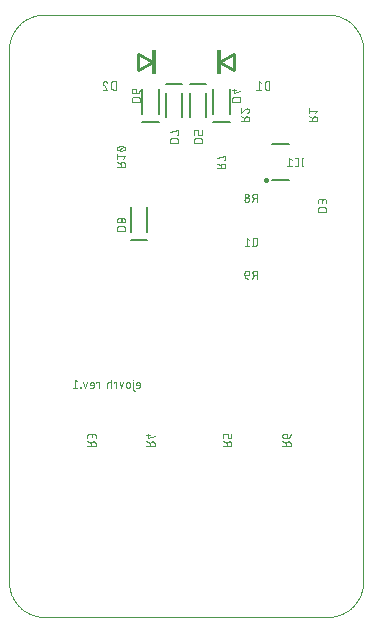
<source format=gbo>
G04 EAGLE Gerber RS-274X export*
G75*
%MOMM*%
%FSLAX35Y35*%
%LPD*%
%INsilk_bottom*%
%IPPOS*%
%AMOC8*
5,1,8,0,0,1.08239X$1,22.5*%
G01*
%ADD10C,0.000000*%
%ADD11C,0.050800*%
%ADD12C,0.254000*%
%ADD13R,0.300000X2.100000*%
%ADD14C,0.127000*%
%ADD15C,0.250000*%


D10*
X3000000Y1700000D02*
X600000Y1700000D01*
X592751Y1700088D01*
X585506Y1700350D01*
X578270Y1700788D01*
X571046Y1701401D01*
X563839Y1702187D01*
X556653Y1703148D01*
X549493Y1704282D01*
X542362Y1705589D01*
X535265Y1707068D01*
X528205Y1708717D01*
X521188Y1710537D01*
X514216Y1712526D01*
X507295Y1714683D01*
X500428Y1717006D01*
X493619Y1719495D01*
X486872Y1722148D01*
X480191Y1724962D01*
X473580Y1727938D01*
X467043Y1731072D01*
X460583Y1734363D01*
X454205Y1737810D01*
X447912Y1741409D01*
X441708Y1745160D01*
X435596Y1749059D01*
X429581Y1753105D01*
X423664Y1757295D01*
X417851Y1761627D01*
X412144Y1766098D01*
X406547Y1770705D01*
X401063Y1775447D01*
X395695Y1780319D01*
X390447Y1785320D01*
X385320Y1790447D01*
X380319Y1795695D01*
X375447Y1801063D01*
X370705Y1806547D01*
X366098Y1812144D01*
X361627Y1817851D01*
X357295Y1823664D01*
X353105Y1829581D01*
X349059Y1835596D01*
X345160Y1841708D01*
X341409Y1847912D01*
X337810Y1854205D01*
X334363Y1860583D01*
X331072Y1867043D01*
X327938Y1873580D01*
X324962Y1880191D01*
X322148Y1886872D01*
X319495Y1893619D01*
X317006Y1900428D01*
X314683Y1907295D01*
X312526Y1914216D01*
X310537Y1921188D01*
X308717Y1928205D01*
X307068Y1935265D01*
X305589Y1942362D01*
X304282Y1949493D01*
X303148Y1956653D01*
X302187Y1963839D01*
X301401Y1971046D01*
X300788Y1978270D01*
X300350Y1985506D01*
X300088Y1992751D01*
X300000Y2000000D01*
X300000Y6500000D01*
X300088Y6507249D01*
X300350Y6514494D01*
X300788Y6521730D01*
X301401Y6528954D01*
X302187Y6536161D01*
X303148Y6543347D01*
X304282Y6550507D01*
X305589Y6557638D01*
X307068Y6564735D01*
X308717Y6571795D01*
X310537Y6578812D01*
X312526Y6585784D01*
X314683Y6592705D01*
X317006Y6599572D01*
X319495Y6606381D01*
X322148Y6613128D01*
X324962Y6619809D01*
X327938Y6626420D01*
X331072Y6632957D01*
X334363Y6639417D01*
X337810Y6645795D01*
X341409Y6652088D01*
X345160Y6658292D01*
X349059Y6664404D01*
X353105Y6670419D01*
X357295Y6676336D01*
X361627Y6682149D01*
X366098Y6687856D01*
X370705Y6693453D01*
X375447Y6698937D01*
X380319Y6704305D01*
X385320Y6709553D01*
X390447Y6714680D01*
X395695Y6719681D01*
X401063Y6724553D01*
X406547Y6729295D01*
X412144Y6733902D01*
X417851Y6738373D01*
X423664Y6742705D01*
X429581Y6746895D01*
X435596Y6750941D01*
X441708Y6754840D01*
X447912Y6758591D01*
X454205Y6762190D01*
X460583Y6765637D01*
X467043Y6768928D01*
X473580Y6772062D01*
X480191Y6775038D01*
X486872Y6777852D01*
X493619Y6780505D01*
X500428Y6782994D01*
X507295Y6785317D01*
X514216Y6787474D01*
X521188Y6789463D01*
X528205Y6791283D01*
X535265Y6792932D01*
X542362Y6794411D01*
X549493Y6795718D01*
X556653Y6796852D01*
X563839Y6797813D01*
X571046Y6798599D01*
X578270Y6799212D01*
X585506Y6799650D01*
X592751Y6799912D01*
X600000Y6800000D01*
X3000000Y6800000D01*
X3007249Y6799912D01*
X3014494Y6799650D01*
X3021730Y6799212D01*
X3028954Y6798599D01*
X3036161Y6797813D01*
X3043347Y6796852D01*
X3050507Y6795718D01*
X3057638Y6794411D01*
X3064735Y6792932D01*
X3071795Y6791283D01*
X3078812Y6789463D01*
X3085784Y6787474D01*
X3092705Y6785317D01*
X3099572Y6782994D01*
X3106381Y6780505D01*
X3113128Y6777852D01*
X3119809Y6775038D01*
X3126420Y6772062D01*
X3132957Y6768928D01*
X3139417Y6765637D01*
X3145795Y6762190D01*
X3152088Y6758591D01*
X3158292Y6754840D01*
X3164404Y6750941D01*
X3170419Y6746895D01*
X3176336Y6742705D01*
X3182149Y6738373D01*
X3187856Y6733902D01*
X3193453Y6729295D01*
X3198937Y6724553D01*
X3204305Y6719681D01*
X3209553Y6714680D01*
X3214680Y6709553D01*
X3219681Y6704305D01*
X3224553Y6698937D01*
X3229295Y6693453D01*
X3233902Y6687856D01*
X3238373Y6682149D01*
X3242705Y6676336D01*
X3246895Y6670419D01*
X3250941Y6664404D01*
X3254840Y6658292D01*
X3258591Y6652088D01*
X3262190Y6645795D01*
X3265637Y6639417D01*
X3268928Y6632957D01*
X3272062Y6626420D01*
X3275038Y6619809D01*
X3277852Y6613128D01*
X3280505Y6606381D01*
X3282994Y6599572D01*
X3285317Y6592705D01*
X3287474Y6585784D01*
X3289463Y6578812D01*
X3291283Y6571795D01*
X3292932Y6564735D01*
X3294411Y6557638D01*
X3295718Y6550507D01*
X3296852Y6543347D01*
X3297813Y6536161D01*
X3298599Y6528954D01*
X3299212Y6521730D01*
X3299650Y6514494D01*
X3299912Y6507249D01*
X3300000Y6500000D01*
X3300000Y2000000D01*
X3299912Y1992751D01*
X3299650Y1985506D01*
X3299212Y1978270D01*
X3298599Y1971046D01*
X3297813Y1963839D01*
X3296852Y1956653D01*
X3295718Y1949493D01*
X3294411Y1942362D01*
X3292932Y1935265D01*
X3291283Y1928205D01*
X3289463Y1921188D01*
X3287474Y1914216D01*
X3285317Y1907295D01*
X3282994Y1900428D01*
X3280505Y1893619D01*
X3277852Y1886872D01*
X3275038Y1880191D01*
X3272062Y1873580D01*
X3268928Y1867043D01*
X3265637Y1860583D01*
X3262190Y1854205D01*
X3258591Y1847912D01*
X3254840Y1841708D01*
X3250941Y1835596D01*
X3246895Y1829581D01*
X3242705Y1823664D01*
X3238373Y1817851D01*
X3233902Y1812144D01*
X3229295Y1806547D01*
X3224553Y1801063D01*
X3219681Y1795695D01*
X3214680Y1790447D01*
X3209553Y1785320D01*
X3204305Y1780319D01*
X3198937Y1775447D01*
X3193453Y1770705D01*
X3187856Y1766098D01*
X3182149Y1761627D01*
X3176336Y1757295D01*
X3170419Y1753105D01*
X3164404Y1749059D01*
X3158292Y1745160D01*
X3152088Y1741409D01*
X3145795Y1737810D01*
X3139417Y1734363D01*
X3132957Y1731072D01*
X3126420Y1727938D01*
X3119809Y1724962D01*
X3113128Y1722148D01*
X3106381Y1719495D01*
X3099572Y1717006D01*
X3092705Y1714683D01*
X3085784Y1712526D01*
X3078812Y1710537D01*
X3071795Y1708717D01*
X3064735Y1707068D01*
X3057638Y1705589D01*
X3050507Y1704282D01*
X3043347Y1703148D01*
X3036161Y1702187D01*
X3028954Y1701401D01*
X3021730Y1700788D01*
X3014494Y1700350D01*
X3007249Y1700088D01*
X3000000Y1700000D01*
D11*
X1398575Y3640040D02*
X1379153Y3640040D01*
X1398575Y3640040D02*
X1398857Y3640043D01*
X1399138Y3640054D01*
X1399419Y3640071D01*
X1399700Y3640094D01*
X1399980Y3640125D01*
X1400259Y3640162D01*
X1400537Y3640206D01*
X1400814Y3640257D01*
X1401090Y3640315D01*
X1401364Y3640379D01*
X1401636Y3640449D01*
X1401907Y3640527D01*
X1402176Y3640610D01*
X1402443Y3640701D01*
X1402707Y3640797D01*
X1402969Y3640900D01*
X1403229Y3641010D01*
X1403486Y3641125D01*
X1403740Y3641247D01*
X1403990Y3641375D01*
X1404238Y3641509D01*
X1404483Y3641648D01*
X1404724Y3641794D01*
X1404961Y3641946D01*
X1405195Y3642103D01*
X1405424Y3642266D01*
X1405650Y3642434D01*
X1405872Y3642607D01*
X1406089Y3642786D01*
X1406302Y3642971D01*
X1406511Y3643160D01*
X1406715Y3643354D01*
X1406914Y3643553D01*
X1407108Y3643757D01*
X1407297Y3643966D01*
X1407482Y3644179D01*
X1407661Y3644396D01*
X1407834Y3644618D01*
X1408002Y3644844D01*
X1408165Y3645073D01*
X1408322Y3645307D01*
X1408474Y3645544D01*
X1408620Y3645785D01*
X1408759Y3646030D01*
X1408893Y3646278D01*
X1409021Y3646528D01*
X1409143Y3646782D01*
X1409258Y3647039D01*
X1409368Y3647299D01*
X1409471Y3647561D01*
X1409567Y3647825D01*
X1409658Y3648092D01*
X1409741Y3648361D01*
X1409819Y3648632D01*
X1409889Y3648904D01*
X1409953Y3649178D01*
X1410011Y3649454D01*
X1410062Y3649731D01*
X1410106Y3650009D01*
X1410143Y3650288D01*
X1410174Y3650568D01*
X1410197Y3650849D01*
X1410214Y3651130D01*
X1410225Y3651411D01*
X1410228Y3651693D01*
X1410228Y3671115D01*
X1410229Y3671115D02*
X1410224Y3671493D01*
X1410211Y3671872D01*
X1410188Y3672249D01*
X1410155Y3672626D01*
X1410114Y3673002D01*
X1410063Y3673377D01*
X1410004Y3673751D01*
X1409935Y3674123D01*
X1409857Y3674493D01*
X1409771Y3674862D01*
X1409675Y3675228D01*
X1409570Y3675591D01*
X1409457Y3675952D01*
X1409335Y3676311D01*
X1409204Y3676666D01*
X1409064Y3677017D01*
X1408916Y3677366D01*
X1408760Y3677710D01*
X1408595Y3678051D01*
X1408422Y3678387D01*
X1408241Y3678720D01*
X1408052Y3679047D01*
X1407855Y3679370D01*
X1407650Y3679688D01*
X1407437Y3680001D01*
X1407217Y3680309D01*
X1406989Y3680611D01*
X1406754Y3680908D01*
X1406512Y3681199D01*
X1406263Y3681484D01*
X1406007Y3681763D01*
X1405745Y3682035D01*
X1405476Y3682301D01*
X1405200Y3682560D01*
X1404918Y3682813D01*
X1404630Y3683058D01*
X1404336Y3683297D01*
X1404037Y3683528D01*
X1403732Y3683752D01*
X1403422Y3683968D01*
X1403106Y3684177D01*
X1402785Y3684378D01*
X1402460Y3684571D01*
X1402130Y3684756D01*
X1401796Y3684934D01*
X1401457Y3685103D01*
X1401114Y3685263D01*
X1400768Y3685415D01*
X1400418Y3685559D01*
X1400065Y3685694D01*
X1399708Y3685821D01*
X1399348Y3685939D01*
X1398986Y3686048D01*
X1398621Y3686148D01*
X1398254Y3686239D01*
X1397885Y3686321D01*
X1397513Y3686395D01*
X1397140Y3686459D01*
X1396766Y3686514D01*
X1396390Y3686560D01*
X1396014Y3686597D01*
X1395636Y3686624D01*
X1395258Y3686643D01*
X1394880Y3686652D01*
X1394502Y3686652D01*
X1394124Y3686643D01*
X1393746Y3686624D01*
X1393368Y3686597D01*
X1392992Y3686560D01*
X1392616Y3686514D01*
X1392242Y3686459D01*
X1391869Y3686395D01*
X1391497Y3686321D01*
X1391128Y3686239D01*
X1390761Y3686148D01*
X1390396Y3686048D01*
X1390034Y3685939D01*
X1389674Y3685821D01*
X1389317Y3685694D01*
X1388964Y3685559D01*
X1388614Y3685415D01*
X1388268Y3685263D01*
X1387925Y3685103D01*
X1387586Y3684934D01*
X1387252Y3684756D01*
X1386922Y3684571D01*
X1386597Y3684378D01*
X1386276Y3684177D01*
X1385960Y3683968D01*
X1385650Y3683752D01*
X1385345Y3683528D01*
X1385046Y3683297D01*
X1384752Y3683058D01*
X1384464Y3682813D01*
X1384182Y3682560D01*
X1383906Y3682301D01*
X1383637Y3682035D01*
X1383375Y3681763D01*
X1383119Y3681484D01*
X1382870Y3681199D01*
X1382628Y3680908D01*
X1382393Y3680611D01*
X1382165Y3680309D01*
X1381945Y3680001D01*
X1381732Y3679688D01*
X1381527Y3679370D01*
X1381330Y3679047D01*
X1381141Y3678720D01*
X1380960Y3678387D01*
X1380787Y3678051D01*
X1380622Y3677710D01*
X1380466Y3677366D01*
X1380318Y3677017D01*
X1380178Y3676666D01*
X1380047Y3676311D01*
X1379925Y3675952D01*
X1379812Y3675591D01*
X1379707Y3675228D01*
X1379611Y3674862D01*
X1379525Y3674493D01*
X1379447Y3674123D01*
X1379378Y3673751D01*
X1379319Y3673377D01*
X1379268Y3673002D01*
X1379227Y3672626D01*
X1379194Y3672249D01*
X1379171Y3671872D01*
X1379158Y3671493D01*
X1379153Y3671115D01*
X1379153Y3663347D01*
X1410228Y3663347D01*
X1353018Y3686653D02*
X1353018Y3628387D01*
X1353022Y3628101D01*
X1353032Y3627815D01*
X1353050Y3627530D01*
X1353074Y3627245D01*
X1353106Y3626960D01*
X1353144Y3626677D01*
X1353190Y3626395D01*
X1353242Y3626113D01*
X1353301Y3625834D01*
X1353367Y3625555D01*
X1353440Y3625279D01*
X1353520Y3625004D01*
X1353606Y3624731D01*
X1353699Y3624461D01*
X1353799Y3624193D01*
X1353905Y3623927D01*
X1354018Y3623664D01*
X1354137Y3623404D01*
X1354262Y3623147D01*
X1354394Y3622894D01*
X1354532Y3622643D01*
X1354676Y3622396D01*
X1354826Y3622152D01*
X1354982Y3621913D01*
X1355144Y3621677D01*
X1355311Y3621445D01*
X1355484Y3621217D01*
X1355663Y3620994D01*
X1355847Y3620775D01*
X1356037Y3620561D01*
X1356231Y3620351D01*
X1356431Y3620147D01*
X1356636Y3619947D01*
X1356845Y3619752D01*
X1357060Y3619563D01*
X1357279Y3619379D01*
X1357502Y3619200D01*
X1357729Y3619027D01*
X1357961Y3618859D01*
X1358197Y3618697D01*
X1358437Y3618541D01*
X1358680Y3618391D01*
X1358927Y3618247D01*
X1359178Y3618109D01*
X1359432Y3617978D01*
X1359689Y3617852D01*
X1359949Y3617733D01*
X1360212Y3617620D01*
X1360477Y3617514D01*
X1360745Y3617414D01*
X1361016Y3617321D01*
X1361289Y3617235D01*
X1361563Y3617155D01*
X1361840Y3617082D01*
X1362118Y3617016D01*
X1362398Y3616957D01*
X1362679Y3616905D01*
X1362961Y3616859D01*
X1363245Y3616821D01*
X1363529Y3616789D01*
X1363814Y3616765D01*
X1364100Y3616747D01*
X1364385Y3616737D01*
X1364671Y3616733D01*
X1364672Y3616733D02*
X1368556Y3616733D01*
X1354961Y3706075D02*
X1354961Y3709960D01*
X1351076Y3709960D01*
X1351076Y3706075D01*
X1354961Y3706075D01*
X1324729Y3671115D02*
X1324729Y3655578D01*
X1324729Y3671115D02*
X1324724Y3671493D01*
X1324711Y3671872D01*
X1324688Y3672249D01*
X1324655Y3672626D01*
X1324614Y3673002D01*
X1324563Y3673377D01*
X1324504Y3673751D01*
X1324435Y3674123D01*
X1324357Y3674493D01*
X1324271Y3674862D01*
X1324175Y3675228D01*
X1324070Y3675591D01*
X1323957Y3675952D01*
X1323835Y3676311D01*
X1323704Y3676666D01*
X1323564Y3677017D01*
X1323416Y3677366D01*
X1323260Y3677710D01*
X1323095Y3678051D01*
X1322922Y3678387D01*
X1322741Y3678720D01*
X1322552Y3679047D01*
X1322355Y3679370D01*
X1322150Y3679688D01*
X1321937Y3680001D01*
X1321717Y3680309D01*
X1321489Y3680611D01*
X1321254Y3680908D01*
X1321012Y3681199D01*
X1320763Y3681484D01*
X1320507Y3681763D01*
X1320245Y3682035D01*
X1319976Y3682301D01*
X1319700Y3682560D01*
X1319418Y3682813D01*
X1319130Y3683058D01*
X1318836Y3683297D01*
X1318537Y3683528D01*
X1318232Y3683752D01*
X1317922Y3683968D01*
X1317606Y3684177D01*
X1317285Y3684378D01*
X1316960Y3684571D01*
X1316630Y3684756D01*
X1316296Y3684934D01*
X1315957Y3685103D01*
X1315614Y3685263D01*
X1315268Y3685415D01*
X1314918Y3685559D01*
X1314565Y3685694D01*
X1314208Y3685821D01*
X1313848Y3685939D01*
X1313486Y3686048D01*
X1313121Y3686148D01*
X1312754Y3686239D01*
X1312385Y3686321D01*
X1312013Y3686395D01*
X1311640Y3686459D01*
X1311266Y3686514D01*
X1310890Y3686560D01*
X1310514Y3686597D01*
X1310136Y3686624D01*
X1309758Y3686643D01*
X1309380Y3686652D01*
X1309002Y3686652D01*
X1308624Y3686643D01*
X1308246Y3686624D01*
X1307868Y3686597D01*
X1307492Y3686560D01*
X1307116Y3686514D01*
X1306742Y3686459D01*
X1306369Y3686395D01*
X1305997Y3686321D01*
X1305628Y3686239D01*
X1305261Y3686148D01*
X1304896Y3686048D01*
X1304534Y3685939D01*
X1304174Y3685821D01*
X1303817Y3685694D01*
X1303464Y3685559D01*
X1303114Y3685415D01*
X1302768Y3685263D01*
X1302425Y3685103D01*
X1302086Y3684934D01*
X1301752Y3684756D01*
X1301422Y3684571D01*
X1301097Y3684378D01*
X1300776Y3684177D01*
X1300460Y3683968D01*
X1300150Y3683752D01*
X1299845Y3683528D01*
X1299546Y3683297D01*
X1299252Y3683058D01*
X1298964Y3682813D01*
X1298682Y3682560D01*
X1298406Y3682301D01*
X1298137Y3682035D01*
X1297875Y3681763D01*
X1297619Y3681484D01*
X1297370Y3681199D01*
X1297128Y3680908D01*
X1296893Y3680611D01*
X1296665Y3680309D01*
X1296445Y3680001D01*
X1296232Y3679688D01*
X1296027Y3679370D01*
X1295830Y3679047D01*
X1295641Y3678720D01*
X1295460Y3678387D01*
X1295287Y3678051D01*
X1295122Y3677710D01*
X1294966Y3677366D01*
X1294818Y3677017D01*
X1294678Y3676666D01*
X1294547Y3676311D01*
X1294425Y3675952D01*
X1294312Y3675591D01*
X1294207Y3675228D01*
X1294111Y3674862D01*
X1294025Y3674493D01*
X1293947Y3674123D01*
X1293878Y3673751D01*
X1293819Y3673377D01*
X1293768Y3673002D01*
X1293727Y3672626D01*
X1293694Y3672249D01*
X1293671Y3671872D01*
X1293658Y3671493D01*
X1293653Y3671115D01*
X1293653Y3655578D01*
X1293658Y3655200D01*
X1293671Y3654821D01*
X1293694Y3654444D01*
X1293727Y3654067D01*
X1293768Y3653691D01*
X1293819Y3653316D01*
X1293878Y3652942D01*
X1293947Y3652570D01*
X1294025Y3652200D01*
X1294111Y3651831D01*
X1294207Y3651465D01*
X1294312Y3651102D01*
X1294425Y3650741D01*
X1294547Y3650382D01*
X1294678Y3650027D01*
X1294818Y3649676D01*
X1294966Y3649327D01*
X1295122Y3648983D01*
X1295287Y3648642D01*
X1295460Y3648306D01*
X1295641Y3647973D01*
X1295830Y3647646D01*
X1296027Y3647323D01*
X1296232Y3647005D01*
X1296445Y3646692D01*
X1296665Y3646384D01*
X1296893Y3646082D01*
X1297128Y3645785D01*
X1297370Y3645494D01*
X1297619Y3645209D01*
X1297875Y3644930D01*
X1298137Y3644658D01*
X1298406Y3644392D01*
X1298682Y3644133D01*
X1298964Y3643880D01*
X1299252Y3643635D01*
X1299546Y3643396D01*
X1299845Y3643165D01*
X1300150Y3642941D01*
X1300460Y3642725D01*
X1300776Y3642516D01*
X1301097Y3642315D01*
X1301422Y3642122D01*
X1301752Y3641937D01*
X1302086Y3641759D01*
X1302425Y3641590D01*
X1302768Y3641430D01*
X1303114Y3641278D01*
X1303464Y3641134D01*
X1303817Y3640999D01*
X1304174Y3640872D01*
X1304534Y3640754D01*
X1304896Y3640645D01*
X1305261Y3640545D01*
X1305628Y3640454D01*
X1305997Y3640372D01*
X1306369Y3640298D01*
X1306742Y3640234D01*
X1307116Y3640179D01*
X1307492Y3640133D01*
X1307868Y3640096D01*
X1308246Y3640069D01*
X1308624Y3640050D01*
X1309002Y3640041D01*
X1309380Y3640041D01*
X1309758Y3640050D01*
X1310136Y3640069D01*
X1310514Y3640096D01*
X1310890Y3640133D01*
X1311266Y3640179D01*
X1311640Y3640234D01*
X1312013Y3640298D01*
X1312385Y3640372D01*
X1312754Y3640454D01*
X1313121Y3640545D01*
X1313486Y3640645D01*
X1313848Y3640754D01*
X1314208Y3640872D01*
X1314565Y3640999D01*
X1314918Y3641134D01*
X1315268Y3641278D01*
X1315614Y3641430D01*
X1315957Y3641590D01*
X1316296Y3641759D01*
X1316630Y3641937D01*
X1316960Y3642122D01*
X1317285Y3642315D01*
X1317606Y3642516D01*
X1317922Y3642725D01*
X1318232Y3642941D01*
X1318537Y3643165D01*
X1318836Y3643396D01*
X1319130Y3643635D01*
X1319418Y3643880D01*
X1319700Y3644133D01*
X1319976Y3644392D01*
X1320245Y3644658D01*
X1320507Y3644930D01*
X1320763Y3645209D01*
X1321012Y3645494D01*
X1321254Y3645785D01*
X1321489Y3646082D01*
X1321717Y3646384D01*
X1321937Y3646692D01*
X1322150Y3647005D01*
X1322355Y3647323D01*
X1322552Y3647646D01*
X1322741Y3647973D01*
X1322922Y3648306D01*
X1323095Y3648642D01*
X1323260Y3648983D01*
X1323416Y3649327D01*
X1323564Y3649676D01*
X1323704Y3650027D01*
X1323835Y3650382D01*
X1323957Y3650741D01*
X1324070Y3651102D01*
X1324175Y3651465D01*
X1324271Y3651831D01*
X1324357Y3652200D01*
X1324435Y3652570D01*
X1324504Y3652942D01*
X1324563Y3653316D01*
X1324614Y3653691D01*
X1324655Y3654067D01*
X1324688Y3654444D01*
X1324711Y3654821D01*
X1324724Y3655200D01*
X1324729Y3655578D01*
X1268479Y3686653D02*
X1252942Y3640040D01*
X1237404Y3686653D01*
X1209617Y3686653D02*
X1209617Y3640040D01*
X1209617Y3686653D02*
X1186311Y3686653D01*
X1186311Y3678884D01*
X1162730Y3709960D02*
X1162730Y3640040D01*
X1162730Y3686653D02*
X1143308Y3686653D01*
X1143026Y3686650D01*
X1142745Y3686639D01*
X1142464Y3686622D01*
X1142183Y3686599D01*
X1141903Y3686568D01*
X1141624Y3686531D01*
X1141346Y3686487D01*
X1141069Y3686436D01*
X1140793Y3686378D01*
X1140519Y3686314D01*
X1140247Y3686244D01*
X1139976Y3686166D01*
X1139707Y3686083D01*
X1139440Y3685992D01*
X1139176Y3685896D01*
X1138914Y3685793D01*
X1138654Y3685683D01*
X1138397Y3685568D01*
X1138143Y3685446D01*
X1137893Y3685318D01*
X1137645Y3685184D01*
X1137400Y3685045D01*
X1137159Y3684899D01*
X1136922Y3684747D01*
X1136688Y3684590D01*
X1136459Y3684427D01*
X1136233Y3684259D01*
X1136011Y3684086D01*
X1135794Y3683907D01*
X1135581Y3683722D01*
X1135372Y3683533D01*
X1135168Y3683339D01*
X1134969Y3683140D01*
X1134775Y3682936D01*
X1134586Y3682727D01*
X1134401Y3682514D01*
X1134222Y3682297D01*
X1134049Y3682075D01*
X1133881Y3681849D01*
X1133718Y3681620D01*
X1133561Y3681386D01*
X1133409Y3681149D01*
X1133263Y3680908D01*
X1133124Y3680663D01*
X1132990Y3680415D01*
X1132862Y3680165D01*
X1132740Y3679911D01*
X1132625Y3679654D01*
X1132515Y3679394D01*
X1132412Y3679132D01*
X1132316Y3678868D01*
X1132225Y3678601D01*
X1132142Y3678332D01*
X1132064Y3678061D01*
X1131994Y3677789D01*
X1131930Y3677515D01*
X1131872Y3677239D01*
X1131821Y3676962D01*
X1131777Y3676684D01*
X1131740Y3676405D01*
X1131709Y3676125D01*
X1131686Y3675844D01*
X1131669Y3675563D01*
X1131658Y3675282D01*
X1131655Y3675000D01*
X1131654Y3675000D02*
X1131654Y3640040D01*
X1063368Y3640040D02*
X1063368Y3686653D01*
X1040062Y3686653D01*
X1040062Y3678884D01*
X1007078Y3640040D02*
X987655Y3640040D01*
X1007078Y3640040D02*
X1007360Y3640043D01*
X1007641Y3640054D01*
X1007922Y3640071D01*
X1008203Y3640094D01*
X1008483Y3640125D01*
X1008762Y3640162D01*
X1009040Y3640206D01*
X1009317Y3640257D01*
X1009593Y3640315D01*
X1009867Y3640379D01*
X1010139Y3640449D01*
X1010410Y3640527D01*
X1010679Y3640610D01*
X1010946Y3640701D01*
X1011210Y3640797D01*
X1011472Y3640900D01*
X1011732Y3641010D01*
X1011989Y3641125D01*
X1012243Y3641247D01*
X1012493Y3641375D01*
X1012741Y3641509D01*
X1012986Y3641648D01*
X1013227Y3641794D01*
X1013464Y3641946D01*
X1013698Y3642103D01*
X1013927Y3642266D01*
X1014153Y3642434D01*
X1014375Y3642607D01*
X1014592Y3642786D01*
X1014805Y3642971D01*
X1015014Y3643160D01*
X1015218Y3643354D01*
X1015417Y3643553D01*
X1015611Y3643757D01*
X1015800Y3643966D01*
X1015985Y3644179D01*
X1016164Y3644396D01*
X1016337Y3644618D01*
X1016505Y3644844D01*
X1016668Y3645073D01*
X1016825Y3645307D01*
X1016977Y3645544D01*
X1017123Y3645785D01*
X1017262Y3646030D01*
X1017396Y3646278D01*
X1017524Y3646528D01*
X1017646Y3646782D01*
X1017761Y3647039D01*
X1017871Y3647299D01*
X1017974Y3647561D01*
X1018070Y3647825D01*
X1018161Y3648092D01*
X1018244Y3648361D01*
X1018322Y3648632D01*
X1018392Y3648904D01*
X1018456Y3649178D01*
X1018514Y3649454D01*
X1018565Y3649731D01*
X1018609Y3650009D01*
X1018646Y3650288D01*
X1018677Y3650568D01*
X1018700Y3650849D01*
X1018717Y3651130D01*
X1018728Y3651411D01*
X1018731Y3651693D01*
X1018731Y3671115D01*
X1018726Y3671493D01*
X1018713Y3671872D01*
X1018690Y3672249D01*
X1018657Y3672626D01*
X1018616Y3673002D01*
X1018565Y3673377D01*
X1018506Y3673751D01*
X1018437Y3674123D01*
X1018359Y3674493D01*
X1018273Y3674862D01*
X1018177Y3675228D01*
X1018072Y3675591D01*
X1017959Y3675952D01*
X1017837Y3676311D01*
X1017706Y3676666D01*
X1017566Y3677017D01*
X1017418Y3677366D01*
X1017262Y3677710D01*
X1017097Y3678051D01*
X1016924Y3678387D01*
X1016743Y3678720D01*
X1016554Y3679047D01*
X1016357Y3679370D01*
X1016152Y3679688D01*
X1015939Y3680001D01*
X1015719Y3680309D01*
X1015491Y3680611D01*
X1015256Y3680908D01*
X1015014Y3681199D01*
X1014765Y3681484D01*
X1014509Y3681763D01*
X1014247Y3682035D01*
X1013978Y3682301D01*
X1013702Y3682560D01*
X1013420Y3682813D01*
X1013132Y3683058D01*
X1012838Y3683297D01*
X1012539Y3683528D01*
X1012234Y3683752D01*
X1011924Y3683968D01*
X1011608Y3684177D01*
X1011287Y3684378D01*
X1010962Y3684571D01*
X1010632Y3684756D01*
X1010298Y3684934D01*
X1009959Y3685103D01*
X1009616Y3685263D01*
X1009270Y3685415D01*
X1008920Y3685559D01*
X1008567Y3685694D01*
X1008210Y3685821D01*
X1007850Y3685939D01*
X1007488Y3686048D01*
X1007123Y3686148D01*
X1006756Y3686239D01*
X1006387Y3686321D01*
X1006015Y3686395D01*
X1005642Y3686459D01*
X1005268Y3686514D01*
X1004892Y3686560D01*
X1004516Y3686597D01*
X1004138Y3686624D01*
X1003760Y3686643D01*
X1003382Y3686652D01*
X1003004Y3686652D01*
X1002626Y3686643D01*
X1002248Y3686624D01*
X1001870Y3686597D01*
X1001494Y3686560D01*
X1001118Y3686514D01*
X1000744Y3686459D01*
X1000371Y3686395D01*
X999999Y3686321D01*
X999630Y3686239D01*
X999263Y3686148D01*
X998898Y3686048D01*
X998536Y3685939D01*
X998176Y3685821D01*
X997819Y3685694D01*
X997466Y3685559D01*
X997116Y3685415D01*
X996770Y3685263D01*
X996427Y3685103D01*
X996088Y3684934D01*
X995754Y3684756D01*
X995424Y3684571D01*
X995099Y3684378D01*
X994778Y3684177D01*
X994462Y3683968D01*
X994152Y3683752D01*
X993847Y3683528D01*
X993548Y3683297D01*
X993254Y3683058D01*
X992966Y3682813D01*
X992684Y3682560D01*
X992408Y3682301D01*
X992139Y3682035D01*
X991877Y3681763D01*
X991621Y3681484D01*
X991372Y3681199D01*
X991130Y3680908D01*
X990895Y3680611D01*
X990667Y3680309D01*
X990447Y3680001D01*
X990234Y3679688D01*
X990029Y3679370D01*
X989832Y3679047D01*
X989643Y3678720D01*
X989462Y3678387D01*
X989289Y3678051D01*
X989124Y3677710D01*
X988968Y3677366D01*
X988820Y3677017D01*
X988680Y3676666D01*
X988549Y3676311D01*
X988427Y3675952D01*
X988314Y3675591D01*
X988209Y3675228D01*
X988113Y3674862D01*
X988027Y3674493D01*
X987949Y3674123D01*
X987880Y3673751D01*
X987821Y3673377D01*
X987770Y3673002D01*
X987729Y3672626D01*
X987696Y3672249D01*
X987673Y3671872D01*
X987660Y3671493D01*
X987655Y3671115D01*
X987655Y3663347D01*
X1018731Y3663347D01*
X962481Y3686653D02*
X946943Y3640040D01*
X931406Y3686653D01*
X908386Y3643924D02*
X908386Y3640040D01*
X908386Y3643924D02*
X904501Y3643924D01*
X904501Y3640040D01*
X908386Y3640040D01*
X878616Y3694422D02*
X859193Y3709960D01*
X859193Y3640040D01*
X839771Y3640040D02*
X878616Y3640040D01*
D12*
X1520000Y6400000D02*
X1395000Y6470000D01*
X1395000Y6330000D01*
X1520000Y6400000D01*
D13*
X1525000Y6400000D03*
D11*
X1204297Y6234960D02*
X1204297Y6165040D01*
X1204297Y6234960D02*
X1184875Y6234960D01*
X1184875Y6234961D02*
X1184406Y6234955D01*
X1183937Y6234938D01*
X1183468Y6234910D01*
X1183000Y6234870D01*
X1182534Y6234819D01*
X1182069Y6234757D01*
X1181605Y6234684D01*
X1181143Y6234599D01*
X1180684Y6234503D01*
X1180227Y6234397D01*
X1179772Y6234279D01*
X1179321Y6234150D01*
X1178873Y6234010D01*
X1178428Y6233860D01*
X1177988Y6233699D01*
X1177551Y6233527D01*
X1177118Y6233345D01*
X1176690Y6233152D01*
X1176267Y6232949D01*
X1175849Y6232736D01*
X1175436Y6232513D01*
X1175028Y6232280D01*
X1174627Y6232037D01*
X1174231Y6231785D01*
X1173841Y6231523D01*
X1173458Y6231252D01*
X1173082Y6230971D01*
X1172713Y6230682D01*
X1172350Y6230383D01*
X1171995Y6230076D01*
X1171648Y6229761D01*
X1171308Y6229437D01*
X1170976Y6229105D01*
X1170652Y6228765D01*
X1170337Y6228418D01*
X1170030Y6228063D01*
X1169731Y6227700D01*
X1169442Y6227331D01*
X1169161Y6226955D01*
X1168890Y6226572D01*
X1168628Y6226182D01*
X1168376Y6225786D01*
X1168133Y6225385D01*
X1167900Y6224977D01*
X1167677Y6224564D01*
X1167464Y6224146D01*
X1167261Y6223723D01*
X1167068Y6223295D01*
X1166886Y6222862D01*
X1166714Y6222425D01*
X1166553Y6221985D01*
X1166403Y6221540D01*
X1166263Y6221092D01*
X1166134Y6220641D01*
X1166016Y6220186D01*
X1165910Y6219729D01*
X1165814Y6219270D01*
X1165729Y6218808D01*
X1165656Y6218344D01*
X1165594Y6217879D01*
X1165543Y6217413D01*
X1165503Y6216945D01*
X1165475Y6216476D01*
X1165458Y6216007D01*
X1165452Y6215538D01*
X1165453Y6215538D02*
X1165453Y6184462D01*
X1165459Y6183993D01*
X1165476Y6183524D01*
X1165504Y6183055D01*
X1165544Y6182588D01*
X1165595Y6182121D01*
X1165657Y6181656D01*
X1165730Y6181192D01*
X1165815Y6180731D01*
X1165911Y6180271D01*
X1166017Y6179814D01*
X1166135Y6179360D01*
X1166264Y6178908D01*
X1166404Y6178460D01*
X1166554Y6178016D01*
X1166715Y6177575D01*
X1166887Y6177138D01*
X1167069Y6176706D01*
X1167262Y6176278D01*
X1167465Y6175854D01*
X1167678Y6175436D01*
X1167901Y6175023D01*
X1168134Y6174616D01*
X1168377Y6174214D01*
X1168629Y6173819D01*
X1168891Y6173429D01*
X1169162Y6173046D01*
X1169443Y6172670D01*
X1169732Y6172300D01*
X1170030Y6171938D01*
X1170337Y6171583D01*
X1170653Y6171235D01*
X1170977Y6170896D01*
X1171309Y6170564D01*
X1171648Y6170240D01*
X1171996Y6169924D01*
X1172351Y6169617D01*
X1172713Y6169319D01*
X1173083Y6169030D01*
X1173459Y6168749D01*
X1173842Y6168478D01*
X1174232Y6168216D01*
X1174627Y6167964D01*
X1175029Y6167721D01*
X1175436Y6167488D01*
X1175849Y6167265D01*
X1176267Y6167052D01*
X1176691Y6166849D01*
X1177119Y6166656D01*
X1177551Y6166474D01*
X1177988Y6166302D01*
X1178429Y6166141D01*
X1178873Y6165991D01*
X1179321Y6165851D01*
X1179773Y6165722D01*
X1180227Y6165604D01*
X1180684Y6165498D01*
X1181144Y6165402D01*
X1181605Y6165317D01*
X1182069Y6165244D01*
X1182534Y6165182D01*
X1183001Y6165131D01*
X1183468Y6165091D01*
X1183937Y6165063D01*
X1184406Y6165046D01*
X1184875Y6165040D01*
X1204297Y6165040D01*
X1113183Y6234960D02*
X1112761Y6234955D01*
X1112338Y6234940D01*
X1111917Y6234914D01*
X1111496Y6234878D01*
X1111076Y6234833D01*
X1110657Y6234777D01*
X1110240Y6234710D01*
X1109825Y6234634D01*
X1109411Y6234548D01*
X1109000Y6234452D01*
X1108591Y6234346D01*
X1108185Y6234230D01*
X1107781Y6234104D01*
X1107381Y6233969D01*
X1106985Y6233824D01*
X1106591Y6233670D01*
X1106202Y6233506D01*
X1105817Y6233332D01*
X1105436Y6233150D01*
X1105060Y6232958D01*
X1104688Y6232757D01*
X1104321Y6232547D01*
X1103960Y6232329D01*
X1103604Y6232101D01*
X1103253Y6231866D01*
X1102909Y6231622D01*
X1102570Y6231369D01*
X1102237Y6231109D01*
X1101911Y6230840D01*
X1101592Y6230564D01*
X1101279Y6230280D01*
X1100973Y6229989D01*
X1100674Y6229690D01*
X1100383Y6229384D01*
X1100099Y6229071D01*
X1099823Y6228752D01*
X1099554Y6228426D01*
X1099294Y6228093D01*
X1099041Y6227754D01*
X1098797Y6227410D01*
X1098562Y6227059D01*
X1098334Y6226703D01*
X1098116Y6226342D01*
X1097906Y6225975D01*
X1097705Y6225603D01*
X1097513Y6225227D01*
X1097331Y6224846D01*
X1097157Y6224461D01*
X1096993Y6224072D01*
X1096839Y6223678D01*
X1096694Y6223282D01*
X1096559Y6222882D01*
X1096433Y6222478D01*
X1096317Y6222072D01*
X1096211Y6221663D01*
X1096115Y6221252D01*
X1096029Y6220838D01*
X1095953Y6220423D01*
X1095886Y6220006D01*
X1095830Y6219587D01*
X1095785Y6219167D01*
X1095749Y6218746D01*
X1095723Y6218325D01*
X1095708Y6217902D01*
X1095703Y6217480D01*
X1113183Y6234960D02*
X1113726Y6234953D01*
X1114269Y6234934D01*
X1114811Y6234901D01*
X1115352Y6234855D01*
X1115892Y6234796D01*
X1116430Y6234724D01*
X1116967Y6234639D01*
X1117501Y6234541D01*
X1118033Y6234430D01*
X1118561Y6234306D01*
X1119087Y6234170D01*
X1119609Y6234021D01*
X1120128Y6233859D01*
X1120642Y6233685D01*
X1121152Y6233498D01*
X1121658Y6233300D01*
X1122158Y6233089D01*
X1122653Y6232866D01*
X1123143Y6232631D01*
X1123627Y6232384D01*
X1124104Y6232125D01*
X1124576Y6231856D01*
X1125040Y6231574D01*
X1125498Y6231282D01*
X1125949Y6230979D01*
X1126392Y6230665D01*
X1126827Y6230340D01*
X1127254Y6230005D01*
X1127673Y6229659D01*
X1128084Y6229304D01*
X1128486Y6228939D01*
X1128879Y6228564D01*
X1129263Y6228180D01*
X1129637Y6227786D01*
X1130002Y6227384D01*
X1130357Y6226973D01*
X1130702Y6226553D01*
X1131036Y6226126D01*
X1131361Y6225690D01*
X1131674Y6225246D01*
X1131977Y6224796D01*
X1132269Y6224337D01*
X1132549Y6223872D01*
X1132819Y6223401D01*
X1133076Y6222923D01*
X1133322Y6222439D01*
X1133557Y6221949D01*
X1133779Y6221453D01*
X1133990Y6220953D01*
X1134188Y6220447D01*
X1134374Y6219937D01*
X1134548Y6219422D01*
X1101530Y6203885D02*
X1101200Y6204206D01*
X1100878Y6204536D01*
X1100565Y6204874D01*
X1100260Y6205219D01*
X1099963Y6205572D01*
X1099675Y6205931D01*
X1099396Y6206298D01*
X1099127Y6206671D01*
X1098866Y6207051D01*
X1098615Y6207437D01*
X1098373Y6207830D01*
X1098141Y6208228D01*
X1097919Y6208631D01*
X1097707Y6209040D01*
X1097505Y6209454D01*
X1097313Y6209873D01*
X1097132Y6210297D01*
X1096961Y6210724D01*
X1096800Y6211156D01*
X1096650Y6211592D01*
X1096511Y6212031D01*
X1096383Y6212474D01*
X1096265Y6212919D01*
X1096159Y6213367D01*
X1096064Y6213818D01*
X1095979Y6214271D01*
X1095906Y6214726D01*
X1095844Y6215182D01*
X1095793Y6215640D01*
X1095754Y6216099D01*
X1095726Y6216559D01*
X1095709Y6217019D01*
X1095703Y6217480D01*
X1101530Y6203884D02*
X1134547Y6165040D01*
X1095703Y6165040D01*
D12*
X2080000Y6400000D02*
X2205000Y6330000D01*
X2205000Y6470000D01*
X2080000Y6400000D01*
D13*
X2075000Y6400000D03*
D11*
X2504297Y6234960D02*
X2504297Y6165040D01*
X2504297Y6234960D02*
X2484875Y6234960D01*
X2484875Y6234961D02*
X2484406Y6234955D01*
X2483937Y6234938D01*
X2483468Y6234910D01*
X2483000Y6234870D01*
X2482534Y6234819D01*
X2482069Y6234757D01*
X2481605Y6234684D01*
X2481143Y6234599D01*
X2480684Y6234503D01*
X2480227Y6234397D01*
X2479772Y6234279D01*
X2479321Y6234150D01*
X2478873Y6234010D01*
X2478428Y6233860D01*
X2477988Y6233699D01*
X2477551Y6233527D01*
X2477118Y6233345D01*
X2476690Y6233152D01*
X2476267Y6232949D01*
X2475849Y6232736D01*
X2475436Y6232513D01*
X2475028Y6232280D01*
X2474627Y6232037D01*
X2474231Y6231785D01*
X2473841Y6231523D01*
X2473458Y6231252D01*
X2473082Y6230971D01*
X2472713Y6230682D01*
X2472350Y6230383D01*
X2471995Y6230076D01*
X2471648Y6229761D01*
X2471308Y6229437D01*
X2470976Y6229105D01*
X2470652Y6228765D01*
X2470337Y6228418D01*
X2470030Y6228063D01*
X2469731Y6227700D01*
X2469442Y6227331D01*
X2469161Y6226955D01*
X2468890Y6226572D01*
X2468628Y6226182D01*
X2468376Y6225786D01*
X2468133Y6225385D01*
X2467900Y6224977D01*
X2467677Y6224564D01*
X2467464Y6224146D01*
X2467261Y6223723D01*
X2467068Y6223295D01*
X2466886Y6222862D01*
X2466714Y6222425D01*
X2466553Y6221985D01*
X2466403Y6221540D01*
X2466263Y6221092D01*
X2466134Y6220641D01*
X2466016Y6220186D01*
X2465910Y6219729D01*
X2465814Y6219270D01*
X2465729Y6218808D01*
X2465656Y6218344D01*
X2465594Y6217879D01*
X2465543Y6217413D01*
X2465503Y6216945D01*
X2465475Y6216476D01*
X2465458Y6216007D01*
X2465452Y6215538D01*
X2465453Y6215538D02*
X2465453Y6184462D01*
X2465459Y6183993D01*
X2465476Y6183524D01*
X2465504Y6183055D01*
X2465544Y6182588D01*
X2465595Y6182121D01*
X2465657Y6181656D01*
X2465730Y6181192D01*
X2465815Y6180731D01*
X2465911Y6180271D01*
X2466017Y6179814D01*
X2466135Y6179360D01*
X2466264Y6178908D01*
X2466404Y6178460D01*
X2466554Y6178016D01*
X2466715Y6177575D01*
X2466887Y6177138D01*
X2467069Y6176706D01*
X2467262Y6176278D01*
X2467465Y6175854D01*
X2467678Y6175436D01*
X2467901Y6175023D01*
X2468134Y6174616D01*
X2468377Y6174214D01*
X2468629Y6173819D01*
X2468891Y6173429D01*
X2469162Y6173046D01*
X2469443Y6172670D01*
X2469732Y6172300D01*
X2470030Y6171938D01*
X2470337Y6171583D01*
X2470653Y6171235D01*
X2470977Y6170896D01*
X2471309Y6170564D01*
X2471648Y6170240D01*
X2471996Y6169924D01*
X2472351Y6169617D01*
X2472713Y6169319D01*
X2473083Y6169030D01*
X2473459Y6168749D01*
X2473842Y6168478D01*
X2474232Y6168216D01*
X2474627Y6167964D01*
X2475029Y6167721D01*
X2475436Y6167488D01*
X2475849Y6167265D01*
X2476267Y6167052D01*
X2476691Y6166849D01*
X2477119Y6166656D01*
X2477551Y6166474D01*
X2477988Y6166302D01*
X2478429Y6166141D01*
X2478873Y6165991D01*
X2479321Y6165851D01*
X2479773Y6165722D01*
X2480227Y6165604D01*
X2480684Y6165498D01*
X2481144Y6165402D01*
X2481605Y6165317D01*
X2482069Y6165244D01*
X2482534Y6165182D01*
X2483001Y6165131D01*
X2483468Y6165091D01*
X2483937Y6165063D01*
X2484406Y6165046D01*
X2484875Y6165040D01*
X2504297Y6165040D01*
X2434547Y6219422D02*
X2415125Y6234960D01*
X2415125Y6165040D01*
X2434547Y6165040D02*
X2395703Y6165040D01*
X1284960Y5513278D02*
X1215040Y5513278D01*
X1284960Y5513278D02*
X1284960Y5532701D01*
X1284961Y5532701D02*
X1284955Y5533174D01*
X1284938Y5533647D01*
X1284909Y5534119D01*
X1284869Y5534590D01*
X1284817Y5535060D01*
X1284754Y5535529D01*
X1284679Y5535996D01*
X1284594Y5536461D01*
X1284496Y5536924D01*
X1284388Y5537385D01*
X1284268Y5537842D01*
X1284137Y5538297D01*
X1283996Y5538748D01*
X1283843Y5539196D01*
X1283679Y5539639D01*
X1283505Y5540079D01*
X1283320Y5540515D01*
X1283125Y5540945D01*
X1282919Y5541371D01*
X1282702Y5541792D01*
X1282476Y5542207D01*
X1282239Y5542617D01*
X1281993Y5543020D01*
X1281737Y5543418D01*
X1281471Y5543809D01*
X1281196Y5544194D01*
X1280911Y5544572D01*
X1280618Y5544943D01*
X1280315Y5545306D01*
X1280004Y5545662D01*
X1279684Y5546011D01*
X1279355Y5546351D01*
X1279019Y5546684D01*
X1278675Y5547008D01*
X1278322Y5547323D01*
X1277962Y5547630D01*
X1277595Y5547929D01*
X1277221Y5548218D01*
X1276839Y5548498D01*
X1276451Y5548768D01*
X1276057Y5549029D01*
X1275656Y5549280D01*
X1275250Y5549522D01*
X1274837Y5549753D01*
X1274419Y5549975D01*
X1273996Y5550186D01*
X1273567Y5550387D01*
X1273134Y5550577D01*
X1272697Y5550757D01*
X1272255Y5550926D01*
X1271809Y5551084D01*
X1271360Y5551231D01*
X1270907Y5551367D01*
X1270451Y5551492D01*
X1269992Y5551606D01*
X1269530Y5551709D01*
X1269066Y5551801D01*
X1268600Y5551881D01*
X1268132Y5551950D01*
X1267662Y5552007D01*
X1267192Y5552053D01*
X1266720Y5552088D01*
X1266247Y5552111D01*
X1265775Y5552123D01*
X1265301Y5552123D01*
X1264829Y5552111D01*
X1264356Y5552088D01*
X1263884Y5552053D01*
X1263414Y5552007D01*
X1262944Y5551950D01*
X1262476Y5551881D01*
X1262010Y5551801D01*
X1261546Y5551709D01*
X1261084Y5551606D01*
X1260625Y5551492D01*
X1260169Y5551367D01*
X1259716Y5551231D01*
X1259267Y5551084D01*
X1258821Y5550926D01*
X1258379Y5550757D01*
X1257942Y5550577D01*
X1257509Y5550387D01*
X1257080Y5550186D01*
X1256657Y5549975D01*
X1256239Y5549753D01*
X1255827Y5549522D01*
X1255420Y5549280D01*
X1255019Y5549029D01*
X1254625Y5548768D01*
X1254237Y5548498D01*
X1253855Y5548218D01*
X1253481Y5547929D01*
X1253114Y5547630D01*
X1252754Y5547323D01*
X1252401Y5547008D01*
X1252057Y5546684D01*
X1251721Y5546351D01*
X1251392Y5546011D01*
X1251072Y5545662D01*
X1250761Y5545306D01*
X1250458Y5544943D01*
X1250165Y5544572D01*
X1249880Y5544194D01*
X1249605Y5543809D01*
X1249339Y5543418D01*
X1249083Y5543020D01*
X1248837Y5542617D01*
X1248600Y5542207D01*
X1248374Y5541792D01*
X1248157Y5541371D01*
X1247951Y5540945D01*
X1247756Y5540515D01*
X1247571Y5540079D01*
X1247397Y5539639D01*
X1247233Y5539196D01*
X1247080Y5538748D01*
X1246939Y5538297D01*
X1246808Y5537842D01*
X1246688Y5537385D01*
X1246580Y5536924D01*
X1246482Y5536461D01*
X1246397Y5535996D01*
X1246322Y5535529D01*
X1246259Y5535060D01*
X1246207Y5534590D01*
X1246167Y5534119D01*
X1246138Y5533647D01*
X1246121Y5533174D01*
X1246115Y5532701D01*
X1246115Y5513278D01*
X1246115Y5536585D02*
X1215040Y5552123D01*
X1269422Y5580377D02*
X1284960Y5599799D01*
X1215040Y5599799D01*
X1215040Y5580377D02*
X1215040Y5619221D01*
X1250000Y5647877D02*
X1251375Y5647893D01*
X1252750Y5647943D01*
X1254123Y5648025D01*
X1255494Y5648140D01*
X1256861Y5648287D01*
X1258225Y5648467D01*
X1259584Y5648680D01*
X1260938Y5648925D01*
X1262285Y5649202D01*
X1263625Y5649511D01*
X1264958Y5649852D01*
X1266282Y5650225D01*
X1267597Y5650630D01*
X1268901Y5651065D01*
X1270195Y5651532D01*
X1271478Y5652030D01*
X1272748Y5652557D01*
X1274005Y5653116D01*
X1275249Y5653704D01*
X1275249Y5653703D02*
X1275579Y5653820D01*
X1275905Y5653946D01*
X1276228Y5654079D01*
X1276548Y5654220D01*
X1276864Y5654369D01*
X1277177Y5654525D01*
X1277486Y5654689D01*
X1277790Y5654861D01*
X1278091Y5655040D01*
X1278387Y5655226D01*
X1278678Y5655419D01*
X1278965Y5655619D01*
X1279246Y5655826D01*
X1279523Y5656040D01*
X1279794Y5656261D01*
X1280060Y5656488D01*
X1280320Y5656722D01*
X1280574Y5656962D01*
X1280823Y5657208D01*
X1281065Y5657459D01*
X1281301Y5657717D01*
X1281531Y5657981D01*
X1281754Y5658249D01*
X1281971Y5658524D01*
X1282181Y5658803D01*
X1282384Y5659088D01*
X1282581Y5659377D01*
X1282770Y5659671D01*
X1282952Y5659970D01*
X1283126Y5660272D01*
X1283294Y5660579D01*
X1283453Y5660890D01*
X1283605Y5661205D01*
X1283750Y5661524D01*
X1283886Y5661845D01*
X1284015Y5662171D01*
X1284136Y5662499D01*
X1284248Y5662830D01*
X1284353Y5663163D01*
X1284450Y5663499D01*
X1284538Y5663837D01*
X1284618Y5664178D01*
X1284690Y5664520D01*
X1284753Y5664864D01*
X1284808Y5665209D01*
X1284855Y5665555D01*
X1284893Y5665903D01*
X1284923Y5666251D01*
X1284944Y5666600D01*
X1284957Y5666949D01*
X1284961Y5667299D01*
X1284960Y5667299D02*
X1284956Y5667649D01*
X1284943Y5667998D01*
X1284922Y5668347D01*
X1284892Y5668695D01*
X1284854Y5669043D01*
X1284807Y5669389D01*
X1284752Y5669734D01*
X1284689Y5670078D01*
X1284617Y5670420D01*
X1284537Y5670761D01*
X1284449Y5671099D01*
X1284352Y5671435D01*
X1284247Y5671768D01*
X1284135Y5672099D01*
X1284014Y5672427D01*
X1283885Y5672752D01*
X1283749Y5673074D01*
X1283604Y5673392D01*
X1283452Y5673707D01*
X1283293Y5674018D01*
X1283125Y5674325D01*
X1282951Y5674628D01*
X1282769Y5674927D01*
X1282580Y5675221D01*
X1282384Y5675510D01*
X1282180Y5675794D01*
X1281970Y5676074D01*
X1281754Y5676348D01*
X1281530Y5676617D01*
X1281300Y5676880D01*
X1281064Y5677138D01*
X1280822Y5677390D01*
X1280573Y5677636D01*
X1280319Y5677876D01*
X1280059Y5678109D01*
X1279793Y5678336D01*
X1279522Y5678557D01*
X1279245Y5678771D01*
X1278964Y5678978D01*
X1278677Y5679178D01*
X1278386Y5679372D01*
X1278090Y5679558D01*
X1277790Y5679737D01*
X1277485Y5679908D01*
X1277176Y5680072D01*
X1276864Y5680228D01*
X1276547Y5680377D01*
X1276227Y5680518D01*
X1275904Y5680652D01*
X1275578Y5680777D01*
X1275249Y5680894D01*
X1274005Y5681482D01*
X1272748Y5682040D01*
X1271478Y5682568D01*
X1270195Y5683066D01*
X1268901Y5683532D01*
X1267597Y5683968D01*
X1266282Y5684373D01*
X1264958Y5684746D01*
X1263625Y5685087D01*
X1262285Y5685396D01*
X1260938Y5685673D01*
X1259584Y5685918D01*
X1258225Y5686131D01*
X1256862Y5686311D01*
X1255494Y5686458D01*
X1254123Y5686573D01*
X1252750Y5686655D01*
X1251375Y5686705D01*
X1250000Y5686721D01*
X1250000Y5647876D02*
X1248625Y5647892D01*
X1247250Y5647942D01*
X1245877Y5648024D01*
X1244506Y5648139D01*
X1243138Y5648286D01*
X1241775Y5648466D01*
X1240416Y5648679D01*
X1239062Y5648924D01*
X1237715Y5649201D01*
X1236374Y5649510D01*
X1235042Y5649851D01*
X1233718Y5650224D01*
X1232403Y5650629D01*
X1231098Y5651064D01*
X1229804Y5651531D01*
X1228522Y5652029D01*
X1227252Y5652556D01*
X1225994Y5653115D01*
X1224751Y5653703D01*
X1224422Y5653820D01*
X1224096Y5653946D01*
X1223772Y5654079D01*
X1223453Y5654220D01*
X1223136Y5654369D01*
X1222824Y5654525D01*
X1222515Y5654689D01*
X1222210Y5654861D01*
X1221910Y5655040D01*
X1221614Y5655226D01*
X1221323Y5655419D01*
X1221036Y5655619D01*
X1220755Y5655827D01*
X1220478Y5656041D01*
X1220207Y5656261D01*
X1219941Y5656488D01*
X1219681Y5656722D01*
X1219427Y5656962D01*
X1219178Y5657208D01*
X1218936Y5657460D01*
X1218700Y5657717D01*
X1218470Y5657981D01*
X1218246Y5658250D01*
X1218030Y5658524D01*
X1217820Y5658803D01*
X1217616Y5659088D01*
X1217420Y5659377D01*
X1217231Y5659671D01*
X1217049Y5659970D01*
X1216875Y5660273D01*
X1216707Y5660580D01*
X1216548Y5660891D01*
X1216396Y5661205D01*
X1216251Y5661524D01*
X1216115Y5661846D01*
X1215986Y5662171D01*
X1215865Y5662499D01*
X1215753Y5662830D01*
X1215648Y5663163D01*
X1215551Y5663499D01*
X1215463Y5663837D01*
X1215383Y5664178D01*
X1215311Y5664520D01*
X1215248Y5664864D01*
X1215193Y5665209D01*
X1215146Y5665555D01*
X1215108Y5665903D01*
X1215078Y5666251D01*
X1215057Y5666600D01*
X1215044Y5666949D01*
X1215040Y5667299D01*
X1224751Y5680895D02*
X1225994Y5681483D01*
X1227252Y5682041D01*
X1228522Y5682569D01*
X1229804Y5683067D01*
X1231098Y5683533D01*
X1232403Y5683969D01*
X1233718Y5684374D01*
X1235042Y5684747D01*
X1236374Y5685088D01*
X1237715Y5685397D01*
X1239062Y5685674D01*
X1240416Y5685919D01*
X1241775Y5686132D01*
X1243138Y5686312D01*
X1244506Y5686459D01*
X1245877Y5686574D01*
X1247250Y5686656D01*
X1248625Y5686706D01*
X1250000Y5686722D01*
X1224751Y5680894D02*
X1224422Y5680777D01*
X1224095Y5680651D01*
X1223772Y5680518D01*
X1223452Y5680377D01*
X1223136Y5680228D01*
X1222824Y5680072D01*
X1222515Y5679908D01*
X1222210Y5679736D01*
X1221910Y5679558D01*
X1221614Y5679371D01*
X1221323Y5679178D01*
X1221036Y5678978D01*
X1220755Y5678771D01*
X1220478Y5678557D01*
X1220207Y5678336D01*
X1219941Y5678109D01*
X1219681Y5677876D01*
X1219427Y5677636D01*
X1219178Y5677390D01*
X1218936Y5677138D01*
X1218700Y5676880D01*
X1218470Y5676617D01*
X1218246Y5676348D01*
X1218030Y5676074D01*
X1217820Y5675794D01*
X1217616Y5675510D01*
X1217420Y5675221D01*
X1217231Y5674927D01*
X1217049Y5674628D01*
X1216875Y5674325D01*
X1216707Y5674018D01*
X1216548Y5673707D01*
X1216396Y5673392D01*
X1216251Y5673074D01*
X1216115Y5672752D01*
X1215986Y5672427D01*
X1215865Y5672099D01*
X1215753Y5671768D01*
X1215648Y5671435D01*
X1215551Y5671099D01*
X1215463Y5670760D01*
X1215383Y5670420D01*
X1215311Y5670078D01*
X1215248Y5669734D01*
X1215193Y5669389D01*
X1215146Y5669043D01*
X1215108Y5668695D01*
X1215078Y5668347D01*
X1215057Y5667998D01*
X1215044Y5667649D01*
X1215040Y5667299D01*
X1230578Y5651761D02*
X1269422Y5682837D01*
D14*
X2170000Y5960000D02*
X2170000Y6170000D01*
X2030000Y6170000D02*
X2030000Y5960000D01*
X2030000Y5890000D02*
X2170000Y5890000D01*
D11*
X2190040Y6063866D02*
X2259960Y6063866D01*
X2259960Y6083288D01*
X2259954Y6083757D01*
X2259937Y6084226D01*
X2259909Y6084695D01*
X2259869Y6085163D01*
X2259818Y6085629D01*
X2259756Y6086094D01*
X2259683Y6086558D01*
X2259598Y6087020D01*
X2259502Y6087479D01*
X2259396Y6087936D01*
X2259278Y6088390D01*
X2259149Y6088842D01*
X2259009Y6089290D01*
X2258859Y6089734D01*
X2258698Y6090175D01*
X2258526Y6090612D01*
X2258344Y6091045D01*
X2258151Y6091473D01*
X2257948Y6091896D01*
X2257735Y6092314D01*
X2257512Y6092727D01*
X2257279Y6093134D01*
X2257036Y6093536D01*
X2256784Y6093932D01*
X2256522Y6094321D01*
X2256251Y6094704D01*
X2255970Y6095080D01*
X2255681Y6095450D01*
X2255382Y6095812D01*
X2255075Y6096167D01*
X2254760Y6096515D01*
X2254436Y6096855D01*
X2254104Y6097186D01*
X2253765Y6097510D01*
X2253417Y6097826D01*
X2253062Y6098133D01*
X2252700Y6098431D01*
X2252330Y6098720D01*
X2251954Y6099001D01*
X2251571Y6099272D01*
X2251181Y6099534D01*
X2250786Y6099786D01*
X2250384Y6100029D01*
X2249977Y6100262D01*
X2249564Y6100485D01*
X2249145Y6100699D01*
X2248722Y6100901D01*
X2248294Y6101094D01*
X2247862Y6101276D01*
X2247425Y6101448D01*
X2246984Y6101609D01*
X2246539Y6101759D01*
X2246091Y6101899D01*
X2245640Y6102028D01*
X2245186Y6102146D01*
X2244729Y6102252D01*
X2244269Y6102348D01*
X2243808Y6102433D01*
X2243344Y6102506D01*
X2242879Y6102568D01*
X2242412Y6102619D01*
X2241945Y6102659D01*
X2241476Y6102687D01*
X2241007Y6102704D01*
X2240538Y6102710D01*
X2209462Y6102710D01*
X2209462Y6102711D02*
X2208985Y6102705D01*
X2208509Y6102688D01*
X2208033Y6102658D01*
X2207558Y6102617D01*
X2207084Y6102565D01*
X2206612Y6102501D01*
X2206141Y6102425D01*
X2205673Y6102338D01*
X2205206Y6102239D01*
X2204743Y6102129D01*
X2204282Y6102007D01*
X2203824Y6101875D01*
X2203369Y6101731D01*
X2202919Y6101576D01*
X2202472Y6101410D01*
X2202029Y6101233D01*
X2201591Y6101045D01*
X2201158Y6100846D01*
X2200729Y6100637D01*
X2200306Y6100418D01*
X2199889Y6100188D01*
X2199477Y6099948D01*
X2199071Y6099698D01*
X2198671Y6099438D01*
X2198278Y6099168D01*
X2197892Y6098889D01*
X2197512Y6098600D01*
X2197140Y6098302D01*
X2196776Y6097995D01*
X2196418Y6097680D01*
X2196069Y6097355D01*
X2195728Y6097022D01*
X2195395Y6096681D01*
X2195071Y6096332D01*
X2194755Y6095975D01*
X2194448Y6095610D01*
X2194150Y6095238D01*
X2193861Y6094858D01*
X2193582Y6094472D01*
X2193312Y6094079D01*
X2193053Y6093679D01*
X2192802Y6093274D01*
X2192562Y6092862D01*
X2192333Y6092444D01*
X2192113Y6092021D01*
X2191904Y6091593D01*
X2191705Y6091159D01*
X2191518Y6090721D01*
X2191341Y6090278D01*
X2191174Y6089832D01*
X2191019Y6089381D01*
X2190875Y6088926D01*
X2190743Y6088469D01*
X2190621Y6088008D01*
X2190511Y6087544D01*
X2190412Y6087078D01*
X2190325Y6086609D01*
X2190249Y6086138D01*
X2190185Y6085666D01*
X2190133Y6085192D01*
X2190092Y6084717D01*
X2190062Y6084241D01*
X2190045Y6083765D01*
X2190039Y6083288D01*
X2190040Y6083288D02*
X2190040Y6063866D01*
X2205578Y6133616D02*
X2259960Y6149153D01*
X2205578Y6133616D02*
X2205578Y6172460D01*
X2221115Y6160807D02*
X2190040Y6160807D01*
D14*
X1830000Y6140000D02*
X1830000Y5930000D01*
X1970000Y5930000D02*
X1970000Y6140000D01*
X1970000Y6210000D02*
X1830000Y6210000D01*
D11*
X1865040Y5713866D02*
X1934960Y5713866D01*
X1934960Y5733288D01*
X1934954Y5733757D01*
X1934937Y5734226D01*
X1934909Y5734695D01*
X1934869Y5735163D01*
X1934818Y5735629D01*
X1934756Y5736094D01*
X1934683Y5736558D01*
X1934598Y5737020D01*
X1934502Y5737479D01*
X1934396Y5737936D01*
X1934278Y5738390D01*
X1934149Y5738842D01*
X1934009Y5739290D01*
X1933859Y5739734D01*
X1933698Y5740175D01*
X1933526Y5740612D01*
X1933344Y5741045D01*
X1933151Y5741473D01*
X1932948Y5741896D01*
X1932735Y5742314D01*
X1932512Y5742727D01*
X1932279Y5743134D01*
X1932036Y5743536D01*
X1931784Y5743932D01*
X1931522Y5744321D01*
X1931251Y5744704D01*
X1930970Y5745080D01*
X1930681Y5745450D01*
X1930382Y5745812D01*
X1930075Y5746167D01*
X1929760Y5746515D01*
X1929436Y5746855D01*
X1929104Y5747186D01*
X1928765Y5747510D01*
X1928417Y5747826D01*
X1928062Y5748133D01*
X1927700Y5748431D01*
X1927330Y5748720D01*
X1926954Y5749001D01*
X1926571Y5749272D01*
X1926181Y5749534D01*
X1925786Y5749786D01*
X1925384Y5750029D01*
X1924977Y5750262D01*
X1924564Y5750485D01*
X1924145Y5750699D01*
X1923722Y5750901D01*
X1923294Y5751094D01*
X1922862Y5751276D01*
X1922425Y5751448D01*
X1921984Y5751609D01*
X1921539Y5751759D01*
X1921091Y5751899D01*
X1920640Y5752028D01*
X1920186Y5752146D01*
X1919729Y5752252D01*
X1919269Y5752348D01*
X1918808Y5752433D01*
X1918344Y5752506D01*
X1917879Y5752568D01*
X1917412Y5752619D01*
X1916945Y5752659D01*
X1916476Y5752687D01*
X1916007Y5752704D01*
X1915538Y5752710D01*
X1884462Y5752710D01*
X1884462Y5752711D02*
X1883985Y5752705D01*
X1883509Y5752688D01*
X1883033Y5752658D01*
X1882558Y5752617D01*
X1882084Y5752565D01*
X1881612Y5752501D01*
X1881141Y5752425D01*
X1880673Y5752338D01*
X1880206Y5752239D01*
X1879743Y5752129D01*
X1879282Y5752007D01*
X1878824Y5751875D01*
X1878369Y5751731D01*
X1877919Y5751576D01*
X1877472Y5751410D01*
X1877029Y5751233D01*
X1876591Y5751045D01*
X1876158Y5750846D01*
X1875729Y5750637D01*
X1875306Y5750418D01*
X1874889Y5750188D01*
X1874477Y5749948D01*
X1874071Y5749698D01*
X1873671Y5749438D01*
X1873278Y5749168D01*
X1872892Y5748889D01*
X1872512Y5748600D01*
X1872140Y5748302D01*
X1871776Y5747995D01*
X1871418Y5747680D01*
X1871069Y5747355D01*
X1870728Y5747022D01*
X1870395Y5746681D01*
X1870071Y5746332D01*
X1869755Y5745975D01*
X1869448Y5745610D01*
X1869150Y5745238D01*
X1868861Y5744858D01*
X1868582Y5744472D01*
X1868312Y5744079D01*
X1868053Y5743679D01*
X1867802Y5743274D01*
X1867562Y5742862D01*
X1867333Y5742444D01*
X1867113Y5742021D01*
X1866904Y5741593D01*
X1866705Y5741159D01*
X1866518Y5740721D01*
X1866341Y5740278D01*
X1866174Y5739832D01*
X1866019Y5739381D01*
X1865875Y5738926D01*
X1865743Y5738469D01*
X1865621Y5738008D01*
X1865511Y5737544D01*
X1865412Y5737078D01*
X1865325Y5736609D01*
X1865249Y5736138D01*
X1865185Y5735666D01*
X1865133Y5735192D01*
X1865092Y5734717D01*
X1865062Y5734241D01*
X1865045Y5733765D01*
X1865039Y5733288D01*
X1865040Y5733288D02*
X1865040Y5713866D01*
X1865040Y5783616D02*
X1865040Y5806922D01*
X1865045Y5807303D01*
X1865059Y5807684D01*
X1865082Y5808065D01*
X1865115Y5808445D01*
X1865157Y5808824D01*
X1865208Y5809202D01*
X1865269Y5809578D01*
X1865339Y5809953D01*
X1865418Y5810326D01*
X1865506Y5810697D01*
X1865603Y5811066D01*
X1865709Y5811432D01*
X1865824Y5811796D01*
X1865948Y5812157D01*
X1866081Y5812514D01*
X1866223Y5812868D01*
X1866373Y5813219D01*
X1866532Y5813565D01*
X1866699Y5813908D01*
X1866875Y5814246D01*
X1867059Y5814581D01*
X1867251Y5814910D01*
X1867451Y5815235D01*
X1867659Y5815554D01*
X1867874Y5815869D01*
X1868098Y5816178D01*
X1868329Y5816481D01*
X1868567Y5816779D01*
X1868812Y5817071D01*
X1869065Y5817357D01*
X1869325Y5817636D01*
X1869591Y5817909D01*
X1869864Y5818175D01*
X1870143Y5818435D01*
X1870429Y5818687D01*
X1870721Y5818933D01*
X1871018Y5819171D01*
X1871322Y5819402D01*
X1871631Y5819626D01*
X1871945Y5819841D01*
X1872265Y5820049D01*
X1872590Y5820249D01*
X1872919Y5820441D01*
X1873253Y5820625D01*
X1873592Y5820801D01*
X1873934Y5820968D01*
X1874281Y5821127D01*
X1874632Y5821277D01*
X1874986Y5821419D01*
X1875343Y5821552D01*
X1875704Y5821676D01*
X1876067Y5821791D01*
X1876434Y5821897D01*
X1876802Y5821994D01*
X1877173Y5822082D01*
X1877546Y5822161D01*
X1877921Y5822231D01*
X1878298Y5822292D01*
X1878676Y5822343D01*
X1879055Y5822385D01*
X1879435Y5822418D01*
X1879815Y5822441D01*
X1880196Y5822455D01*
X1880578Y5822460D01*
X1888347Y5822460D01*
X1888722Y5822455D01*
X1889098Y5822442D01*
X1889472Y5822419D01*
X1889847Y5822387D01*
X1890220Y5822347D01*
X1890592Y5822297D01*
X1890963Y5822238D01*
X1891332Y5822171D01*
X1891700Y5822094D01*
X1892065Y5822008D01*
X1892429Y5821914D01*
X1892790Y5821811D01*
X1893149Y5821700D01*
X1893504Y5821579D01*
X1893857Y5821450D01*
X1894206Y5821313D01*
X1894552Y5821167D01*
X1894895Y5821013D01*
X1895233Y5820851D01*
X1895568Y5820680D01*
X1895898Y5820502D01*
X1896224Y5820315D01*
X1896545Y5820121D01*
X1896862Y5819919D01*
X1897174Y5819710D01*
X1897480Y5819493D01*
X1897781Y5819268D01*
X1898077Y5819037D01*
X1898367Y5818798D01*
X1898651Y5818552D01*
X1898929Y5818300D01*
X1899200Y5818041D01*
X1899466Y5817775D01*
X1899725Y5817504D01*
X1899977Y5817226D01*
X1900223Y5816942D01*
X1900462Y5816652D01*
X1900693Y5816356D01*
X1900918Y5816055D01*
X1901135Y5815749D01*
X1901344Y5815437D01*
X1901546Y5815120D01*
X1901740Y5814799D01*
X1901927Y5814473D01*
X1902105Y5814143D01*
X1902276Y5813808D01*
X1902438Y5813470D01*
X1902592Y5813127D01*
X1902738Y5812781D01*
X1902875Y5812432D01*
X1903004Y5812079D01*
X1903125Y5811724D01*
X1903236Y5811365D01*
X1903339Y5811004D01*
X1903433Y5810640D01*
X1903519Y5810275D01*
X1903596Y5809907D01*
X1903663Y5809538D01*
X1903722Y5809167D01*
X1903772Y5808795D01*
X1903812Y5808422D01*
X1903844Y5808047D01*
X1903867Y5807673D01*
X1903880Y5807297D01*
X1903885Y5806922D01*
X1903884Y5806922D02*
X1903884Y5783616D01*
X1934960Y5783616D01*
X1934960Y5822460D01*
D14*
X1570000Y5960000D02*
X1570000Y6170000D01*
X1430000Y6170000D02*
X1430000Y5960000D01*
X1430000Y5890000D02*
X1570000Y5890000D01*
D11*
X1409960Y6063866D02*
X1340040Y6063866D01*
X1409960Y6063866D02*
X1409960Y6083288D01*
X1409954Y6083757D01*
X1409937Y6084226D01*
X1409909Y6084695D01*
X1409869Y6085163D01*
X1409818Y6085629D01*
X1409756Y6086094D01*
X1409683Y6086558D01*
X1409598Y6087020D01*
X1409502Y6087479D01*
X1409396Y6087936D01*
X1409278Y6088390D01*
X1409149Y6088842D01*
X1409009Y6089290D01*
X1408859Y6089734D01*
X1408698Y6090175D01*
X1408526Y6090612D01*
X1408344Y6091045D01*
X1408151Y6091473D01*
X1407948Y6091896D01*
X1407735Y6092314D01*
X1407512Y6092727D01*
X1407279Y6093134D01*
X1407036Y6093536D01*
X1406784Y6093932D01*
X1406522Y6094321D01*
X1406251Y6094704D01*
X1405970Y6095080D01*
X1405681Y6095450D01*
X1405382Y6095812D01*
X1405075Y6096167D01*
X1404760Y6096515D01*
X1404436Y6096855D01*
X1404104Y6097186D01*
X1403765Y6097510D01*
X1403417Y6097826D01*
X1403062Y6098133D01*
X1402700Y6098431D01*
X1402330Y6098720D01*
X1401954Y6099001D01*
X1401571Y6099272D01*
X1401181Y6099534D01*
X1400786Y6099786D01*
X1400384Y6100029D01*
X1399977Y6100262D01*
X1399564Y6100485D01*
X1399145Y6100699D01*
X1398722Y6100901D01*
X1398294Y6101094D01*
X1397862Y6101276D01*
X1397425Y6101448D01*
X1396984Y6101609D01*
X1396539Y6101759D01*
X1396091Y6101899D01*
X1395640Y6102028D01*
X1395186Y6102146D01*
X1394729Y6102252D01*
X1394269Y6102348D01*
X1393808Y6102433D01*
X1393344Y6102506D01*
X1392879Y6102568D01*
X1392412Y6102619D01*
X1391945Y6102659D01*
X1391476Y6102687D01*
X1391007Y6102704D01*
X1390538Y6102710D01*
X1359462Y6102710D01*
X1359462Y6102711D02*
X1358985Y6102705D01*
X1358509Y6102688D01*
X1358033Y6102658D01*
X1357558Y6102617D01*
X1357084Y6102565D01*
X1356612Y6102501D01*
X1356141Y6102425D01*
X1355673Y6102338D01*
X1355206Y6102239D01*
X1354743Y6102129D01*
X1354282Y6102007D01*
X1353824Y6101875D01*
X1353369Y6101731D01*
X1352919Y6101576D01*
X1352472Y6101410D01*
X1352029Y6101233D01*
X1351591Y6101045D01*
X1351158Y6100846D01*
X1350729Y6100637D01*
X1350306Y6100418D01*
X1349889Y6100188D01*
X1349477Y6099948D01*
X1349071Y6099698D01*
X1348671Y6099438D01*
X1348278Y6099168D01*
X1347892Y6098889D01*
X1347512Y6098600D01*
X1347140Y6098302D01*
X1346776Y6097995D01*
X1346418Y6097680D01*
X1346069Y6097355D01*
X1345728Y6097022D01*
X1345395Y6096681D01*
X1345071Y6096332D01*
X1344755Y6095975D01*
X1344448Y6095610D01*
X1344150Y6095238D01*
X1343861Y6094858D01*
X1343582Y6094472D01*
X1343312Y6094079D01*
X1343053Y6093679D01*
X1342802Y6093274D01*
X1342562Y6092862D01*
X1342333Y6092444D01*
X1342113Y6092021D01*
X1341904Y6091593D01*
X1341705Y6091159D01*
X1341518Y6090721D01*
X1341341Y6090278D01*
X1341174Y6089832D01*
X1341019Y6089381D01*
X1340875Y6088926D01*
X1340743Y6088469D01*
X1340621Y6088008D01*
X1340511Y6087544D01*
X1340412Y6087078D01*
X1340325Y6086609D01*
X1340249Y6086138D01*
X1340185Y6085666D01*
X1340133Y6085192D01*
X1340092Y6084717D01*
X1340062Y6084241D01*
X1340045Y6083765D01*
X1340039Y6083288D01*
X1340040Y6083288D02*
X1340040Y6063866D01*
X1378884Y6133616D02*
X1378884Y6156922D01*
X1378885Y6156922D02*
X1378880Y6157297D01*
X1378867Y6157673D01*
X1378844Y6158047D01*
X1378812Y6158422D01*
X1378772Y6158795D01*
X1378722Y6159167D01*
X1378663Y6159538D01*
X1378596Y6159907D01*
X1378519Y6160275D01*
X1378433Y6160640D01*
X1378339Y6161004D01*
X1378236Y6161365D01*
X1378125Y6161724D01*
X1378004Y6162079D01*
X1377875Y6162432D01*
X1377738Y6162781D01*
X1377592Y6163127D01*
X1377438Y6163470D01*
X1377276Y6163808D01*
X1377105Y6164143D01*
X1376927Y6164473D01*
X1376740Y6164799D01*
X1376546Y6165120D01*
X1376344Y6165437D01*
X1376135Y6165749D01*
X1375918Y6166055D01*
X1375693Y6166356D01*
X1375462Y6166652D01*
X1375223Y6166942D01*
X1374977Y6167226D01*
X1374725Y6167504D01*
X1374466Y6167775D01*
X1374200Y6168041D01*
X1373929Y6168300D01*
X1373651Y6168552D01*
X1373367Y6168798D01*
X1373077Y6169037D01*
X1372781Y6169268D01*
X1372480Y6169493D01*
X1372174Y6169710D01*
X1371862Y6169919D01*
X1371545Y6170121D01*
X1371224Y6170315D01*
X1370898Y6170502D01*
X1370568Y6170680D01*
X1370233Y6170851D01*
X1369895Y6171013D01*
X1369552Y6171167D01*
X1369206Y6171313D01*
X1368857Y6171450D01*
X1368504Y6171579D01*
X1368149Y6171700D01*
X1367790Y6171811D01*
X1367429Y6171914D01*
X1367065Y6172008D01*
X1366700Y6172094D01*
X1366332Y6172171D01*
X1365963Y6172238D01*
X1365592Y6172297D01*
X1365220Y6172347D01*
X1364847Y6172387D01*
X1364472Y6172419D01*
X1364098Y6172442D01*
X1363722Y6172455D01*
X1363347Y6172460D01*
X1359462Y6172460D01*
X1358989Y6172454D01*
X1358516Y6172437D01*
X1358044Y6172408D01*
X1357573Y6172368D01*
X1357103Y6172316D01*
X1356634Y6172253D01*
X1356167Y6172178D01*
X1355702Y6172093D01*
X1355239Y6171995D01*
X1354779Y6171887D01*
X1354321Y6171767D01*
X1353867Y6171637D01*
X1353415Y6171495D01*
X1352968Y6171342D01*
X1352524Y6171178D01*
X1352084Y6171004D01*
X1351649Y6170819D01*
X1351218Y6170624D01*
X1350792Y6170418D01*
X1350372Y6170201D01*
X1349957Y6169975D01*
X1349547Y6169738D01*
X1349143Y6169492D01*
X1348746Y6169236D01*
X1348354Y6168970D01*
X1347970Y6168695D01*
X1347592Y6168410D01*
X1347221Y6168117D01*
X1346857Y6167814D01*
X1346501Y6167503D01*
X1346153Y6167183D01*
X1345812Y6166855D01*
X1345480Y6166518D01*
X1345156Y6166174D01*
X1344840Y6165822D01*
X1344533Y6165462D01*
X1344235Y6165095D01*
X1343946Y6164720D01*
X1343666Y6164339D01*
X1343396Y6163951D01*
X1343135Y6163556D01*
X1342884Y6163156D01*
X1342642Y6162749D01*
X1342411Y6162337D01*
X1342189Y6161919D01*
X1341978Y6161495D01*
X1341777Y6161067D01*
X1341587Y6160634D01*
X1341407Y6160197D01*
X1341238Y6159755D01*
X1341080Y6159309D01*
X1340933Y6158860D01*
X1340797Y6158407D01*
X1340672Y6157950D01*
X1340557Y6157491D01*
X1340455Y6157030D01*
X1340363Y6156566D01*
X1340283Y6156100D01*
X1340214Y6155632D01*
X1340157Y6155162D01*
X1340111Y6154691D01*
X1340076Y6154220D01*
X1340053Y6153747D01*
X1340041Y6153274D01*
X1340041Y6152802D01*
X1340053Y6152329D01*
X1340076Y6151856D01*
X1340111Y6151385D01*
X1340157Y6150914D01*
X1340214Y6150444D01*
X1340283Y6149976D01*
X1340363Y6149510D01*
X1340455Y6149046D01*
X1340557Y6148585D01*
X1340672Y6148126D01*
X1340797Y6147669D01*
X1340933Y6147216D01*
X1341080Y6146767D01*
X1341238Y6146321D01*
X1341407Y6145879D01*
X1341587Y6145442D01*
X1341777Y6145009D01*
X1341978Y6144581D01*
X1342189Y6144157D01*
X1342411Y6143739D01*
X1342642Y6143327D01*
X1342884Y6142920D01*
X1343135Y6142520D01*
X1343396Y6142125D01*
X1343666Y6141737D01*
X1343946Y6141356D01*
X1344235Y6140981D01*
X1344533Y6140614D01*
X1344840Y6140254D01*
X1345156Y6139902D01*
X1345480Y6139558D01*
X1345812Y6139221D01*
X1346153Y6138893D01*
X1346501Y6138573D01*
X1346857Y6138262D01*
X1347221Y6137959D01*
X1347592Y6137666D01*
X1347970Y6137381D01*
X1348354Y6137106D01*
X1348746Y6136840D01*
X1349143Y6136584D01*
X1349547Y6136338D01*
X1349957Y6136101D01*
X1350372Y6135875D01*
X1350792Y6135658D01*
X1351218Y6135452D01*
X1351649Y6135257D01*
X1352084Y6135072D01*
X1352524Y6134898D01*
X1352968Y6134734D01*
X1353415Y6134581D01*
X1353867Y6134439D01*
X1354321Y6134309D01*
X1354779Y6134189D01*
X1355239Y6134081D01*
X1355702Y6133983D01*
X1356167Y6133898D01*
X1356634Y6133823D01*
X1357103Y6133760D01*
X1357573Y6133708D01*
X1358044Y6133668D01*
X1358516Y6133639D01*
X1358989Y6133622D01*
X1359462Y6133616D01*
X1378884Y6133616D01*
X1378884Y6133615D02*
X1379647Y6133624D01*
X1380409Y6133652D01*
X1381170Y6133699D01*
X1381930Y6133765D01*
X1382688Y6133849D01*
X1383444Y6133951D01*
X1384197Y6134073D01*
X1384947Y6134212D01*
X1385693Y6134370D01*
X1386435Y6134546D01*
X1387172Y6134741D01*
X1387905Y6134953D01*
X1388632Y6135183D01*
X1389353Y6135432D01*
X1390068Y6135697D01*
X1390776Y6135980D01*
X1391477Y6136281D01*
X1392171Y6136599D01*
X1392856Y6136933D01*
X1393533Y6137284D01*
X1394201Y6137652D01*
X1394860Y6138036D01*
X1395509Y6138436D01*
X1396149Y6138852D01*
X1396778Y6139284D01*
X1397396Y6139730D01*
X1398003Y6140192D01*
X1398598Y6140669D01*
X1399182Y6141160D01*
X1399753Y6141665D01*
X1400312Y6142184D01*
X1400858Y6142717D01*
X1401391Y6143263D01*
X1401910Y6143822D01*
X1402415Y6144393D01*
X1402906Y6144976D01*
X1403383Y6145572D01*
X1403844Y6146179D01*
X1404291Y6146797D01*
X1404723Y6147426D01*
X1405139Y6148065D01*
X1405539Y6148715D01*
X1405923Y6149374D01*
X1406290Y6150042D01*
X1406642Y6150719D01*
X1406976Y6151404D01*
X1407294Y6152098D01*
X1407594Y6152799D01*
X1407878Y6153507D01*
X1408143Y6154222D01*
X1408391Y6154943D01*
X1408622Y6155670D01*
X1408834Y6156402D01*
X1409029Y6157140D01*
X1409205Y6157882D01*
X1409363Y6158628D01*
X1409502Y6159378D01*
X1409624Y6160131D01*
X1409726Y6160887D01*
X1409810Y6161645D01*
X1409876Y6162405D01*
X1409923Y6163166D01*
X1409951Y6163928D01*
X1409960Y6164691D01*
D14*
X1630000Y6140000D02*
X1630000Y5930000D01*
X1770000Y5930000D02*
X1770000Y6140000D01*
X1770000Y6210000D02*
X1630000Y6210000D01*
D11*
X1665040Y5713866D02*
X1734960Y5713866D01*
X1734960Y5733288D01*
X1734954Y5733757D01*
X1734937Y5734226D01*
X1734909Y5734695D01*
X1734869Y5735163D01*
X1734818Y5735629D01*
X1734756Y5736094D01*
X1734683Y5736558D01*
X1734598Y5737020D01*
X1734502Y5737479D01*
X1734396Y5737936D01*
X1734278Y5738390D01*
X1734149Y5738842D01*
X1734009Y5739290D01*
X1733859Y5739734D01*
X1733698Y5740175D01*
X1733526Y5740612D01*
X1733344Y5741045D01*
X1733151Y5741473D01*
X1732948Y5741896D01*
X1732735Y5742314D01*
X1732512Y5742727D01*
X1732279Y5743134D01*
X1732036Y5743536D01*
X1731784Y5743932D01*
X1731522Y5744321D01*
X1731251Y5744704D01*
X1730970Y5745080D01*
X1730681Y5745450D01*
X1730382Y5745812D01*
X1730075Y5746167D01*
X1729760Y5746515D01*
X1729436Y5746855D01*
X1729104Y5747186D01*
X1728765Y5747510D01*
X1728417Y5747826D01*
X1728062Y5748133D01*
X1727700Y5748431D01*
X1727330Y5748720D01*
X1726954Y5749001D01*
X1726571Y5749272D01*
X1726181Y5749534D01*
X1725786Y5749786D01*
X1725384Y5750029D01*
X1724977Y5750262D01*
X1724564Y5750485D01*
X1724145Y5750699D01*
X1723722Y5750901D01*
X1723294Y5751094D01*
X1722862Y5751276D01*
X1722425Y5751448D01*
X1721984Y5751609D01*
X1721539Y5751759D01*
X1721091Y5751899D01*
X1720640Y5752028D01*
X1720186Y5752146D01*
X1719729Y5752252D01*
X1719269Y5752348D01*
X1718808Y5752433D01*
X1718344Y5752506D01*
X1717879Y5752568D01*
X1717412Y5752619D01*
X1716945Y5752659D01*
X1716476Y5752687D01*
X1716007Y5752704D01*
X1715538Y5752710D01*
X1684462Y5752710D01*
X1684462Y5752711D02*
X1683985Y5752705D01*
X1683509Y5752688D01*
X1683033Y5752658D01*
X1682558Y5752617D01*
X1682084Y5752565D01*
X1681612Y5752501D01*
X1681141Y5752425D01*
X1680673Y5752338D01*
X1680206Y5752239D01*
X1679743Y5752129D01*
X1679282Y5752007D01*
X1678824Y5751875D01*
X1678369Y5751731D01*
X1677919Y5751576D01*
X1677472Y5751410D01*
X1677029Y5751233D01*
X1676591Y5751045D01*
X1676158Y5750846D01*
X1675729Y5750637D01*
X1675306Y5750418D01*
X1674889Y5750188D01*
X1674477Y5749948D01*
X1674071Y5749698D01*
X1673671Y5749438D01*
X1673278Y5749168D01*
X1672892Y5748889D01*
X1672512Y5748600D01*
X1672140Y5748302D01*
X1671776Y5747995D01*
X1671418Y5747680D01*
X1671069Y5747355D01*
X1670728Y5747022D01*
X1670395Y5746681D01*
X1670071Y5746332D01*
X1669755Y5745975D01*
X1669448Y5745610D01*
X1669150Y5745238D01*
X1668861Y5744858D01*
X1668582Y5744472D01*
X1668312Y5744079D01*
X1668053Y5743679D01*
X1667802Y5743274D01*
X1667562Y5742862D01*
X1667333Y5742444D01*
X1667113Y5742021D01*
X1666904Y5741593D01*
X1666705Y5741159D01*
X1666518Y5740721D01*
X1666341Y5740278D01*
X1666174Y5739832D01*
X1666019Y5739381D01*
X1665875Y5738926D01*
X1665743Y5738469D01*
X1665621Y5738008D01*
X1665511Y5737544D01*
X1665412Y5737078D01*
X1665325Y5736609D01*
X1665249Y5736138D01*
X1665185Y5735666D01*
X1665133Y5735192D01*
X1665092Y5734717D01*
X1665062Y5734241D01*
X1665045Y5733765D01*
X1665039Y5733288D01*
X1665040Y5733288D02*
X1665040Y5713866D01*
X1727191Y5783616D02*
X1734960Y5783616D01*
X1734960Y5822460D01*
X1665040Y5803038D01*
D14*
X1470000Y5170000D02*
X1470000Y4960000D01*
X1330000Y4960000D02*
X1330000Y5170000D01*
X1330000Y4890000D02*
X1470000Y4890000D01*
D11*
X1284960Y4970703D02*
X1215040Y4970703D01*
X1284960Y4970703D02*
X1284960Y4990125D01*
X1284954Y4990594D01*
X1284937Y4991063D01*
X1284909Y4991532D01*
X1284869Y4992000D01*
X1284818Y4992466D01*
X1284756Y4992931D01*
X1284683Y4993395D01*
X1284598Y4993857D01*
X1284502Y4994316D01*
X1284396Y4994773D01*
X1284278Y4995227D01*
X1284149Y4995679D01*
X1284009Y4996127D01*
X1283859Y4996571D01*
X1283698Y4997012D01*
X1283526Y4997449D01*
X1283344Y4997882D01*
X1283151Y4998310D01*
X1282948Y4998733D01*
X1282735Y4999151D01*
X1282512Y4999564D01*
X1282279Y4999971D01*
X1282036Y5000373D01*
X1281784Y5000769D01*
X1281522Y5001158D01*
X1281251Y5001541D01*
X1280970Y5001917D01*
X1280681Y5002287D01*
X1280382Y5002649D01*
X1280075Y5003004D01*
X1279760Y5003352D01*
X1279436Y5003692D01*
X1279104Y5004023D01*
X1278765Y5004347D01*
X1278417Y5004663D01*
X1278062Y5004970D01*
X1277700Y5005268D01*
X1277330Y5005557D01*
X1276954Y5005838D01*
X1276571Y5006109D01*
X1276181Y5006371D01*
X1275786Y5006623D01*
X1275384Y5006866D01*
X1274977Y5007099D01*
X1274564Y5007322D01*
X1274145Y5007536D01*
X1273722Y5007738D01*
X1273294Y5007931D01*
X1272862Y5008113D01*
X1272425Y5008285D01*
X1271984Y5008446D01*
X1271539Y5008596D01*
X1271091Y5008736D01*
X1270640Y5008865D01*
X1270186Y5008983D01*
X1269729Y5009089D01*
X1269269Y5009185D01*
X1268808Y5009270D01*
X1268344Y5009343D01*
X1267879Y5009405D01*
X1267412Y5009456D01*
X1266945Y5009496D01*
X1266476Y5009524D01*
X1266007Y5009541D01*
X1265538Y5009547D01*
X1234462Y5009547D01*
X1234462Y5009548D02*
X1233985Y5009542D01*
X1233509Y5009525D01*
X1233033Y5009495D01*
X1232558Y5009454D01*
X1232084Y5009402D01*
X1231612Y5009338D01*
X1231141Y5009262D01*
X1230673Y5009175D01*
X1230206Y5009076D01*
X1229743Y5008966D01*
X1229282Y5008844D01*
X1228824Y5008712D01*
X1228369Y5008568D01*
X1227919Y5008413D01*
X1227472Y5008247D01*
X1227029Y5008070D01*
X1226591Y5007882D01*
X1226158Y5007683D01*
X1225729Y5007474D01*
X1225306Y5007255D01*
X1224889Y5007025D01*
X1224477Y5006785D01*
X1224071Y5006535D01*
X1223671Y5006275D01*
X1223278Y5006005D01*
X1222892Y5005726D01*
X1222512Y5005437D01*
X1222140Y5005139D01*
X1221776Y5004832D01*
X1221418Y5004517D01*
X1221069Y5004192D01*
X1220728Y5003859D01*
X1220395Y5003518D01*
X1220071Y5003169D01*
X1219755Y5002812D01*
X1219448Y5002447D01*
X1219150Y5002075D01*
X1218861Y5001695D01*
X1218582Y5001309D01*
X1218312Y5000916D01*
X1218053Y5000516D01*
X1217802Y5000111D01*
X1217562Y4999699D01*
X1217333Y4999281D01*
X1217113Y4998858D01*
X1216904Y4998430D01*
X1216705Y4997996D01*
X1216518Y4997558D01*
X1216341Y4997115D01*
X1216174Y4996669D01*
X1216019Y4996218D01*
X1215875Y4995763D01*
X1215743Y4995306D01*
X1215621Y4994845D01*
X1215511Y4994381D01*
X1215412Y4993915D01*
X1215325Y4993446D01*
X1215249Y4992975D01*
X1215185Y4992503D01*
X1215133Y4992029D01*
X1215092Y4991554D01*
X1215062Y4991078D01*
X1215045Y4990602D01*
X1215039Y4990125D01*
X1215040Y4990125D02*
X1215040Y4970703D01*
X1234462Y5040453D02*
X1234935Y5040459D01*
X1235408Y5040476D01*
X1235880Y5040505D01*
X1236351Y5040545D01*
X1236821Y5040597D01*
X1237290Y5040660D01*
X1237757Y5040735D01*
X1238222Y5040820D01*
X1238685Y5040918D01*
X1239145Y5041026D01*
X1239603Y5041146D01*
X1240057Y5041276D01*
X1240509Y5041418D01*
X1240956Y5041571D01*
X1241400Y5041735D01*
X1241840Y5041909D01*
X1242275Y5042094D01*
X1242706Y5042289D01*
X1243132Y5042495D01*
X1243552Y5042712D01*
X1243967Y5042938D01*
X1244377Y5043175D01*
X1244781Y5043421D01*
X1245178Y5043677D01*
X1245570Y5043943D01*
X1245954Y5044218D01*
X1246332Y5044503D01*
X1246703Y5044796D01*
X1247067Y5045099D01*
X1247423Y5045410D01*
X1247771Y5045730D01*
X1248112Y5046058D01*
X1248444Y5046395D01*
X1248768Y5046739D01*
X1249084Y5047091D01*
X1249391Y5047451D01*
X1249689Y5047818D01*
X1249978Y5048193D01*
X1250258Y5048574D01*
X1250528Y5048962D01*
X1250789Y5049357D01*
X1251040Y5049757D01*
X1251282Y5050164D01*
X1251513Y5050576D01*
X1251735Y5050994D01*
X1251946Y5051418D01*
X1252147Y5051846D01*
X1252337Y5052279D01*
X1252517Y5052716D01*
X1252686Y5053158D01*
X1252844Y5053604D01*
X1252991Y5054053D01*
X1253127Y5054506D01*
X1253252Y5054963D01*
X1253367Y5055422D01*
X1253469Y5055883D01*
X1253561Y5056347D01*
X1253641Y5056813D01*
X1253710Y5057281D01*
X1253767Y5057751D01*
X1253813Y5058222D01*
X1253848Y5058693D01*
X1253871Y5059166D01*
X1253883Y5059639D01*
X1253883Y5060111D01*
X1253871Y5060584D01*
X1253848Y5061057D01*
X1253813Y5061528D01*
X1253767Y5061999D01*
X1253710Y5062469D01*
X1253641Y5062937D01*
X1253561Y5063403D01*
X1253469Y5063867D01*
X1253367Y5064328D01*
X1253252Y5064787D01*
X1253127Y5065244D01*
X1252991Y5065697D01*
X1252844Y5066146D01*
X1252686Y5066592D01*
X1252517Y5067034D01*
X1252337Y5067471D01*
X1252147Y5067904D01*
X1251946Y5068332D01*
X1251735Y5068756D01*
X1251513Y5069174D01*
X1251282Y5069586D01*
X1251040Y5069993D01*
X1250789Y5070393D01*
X1250528Y5070788D01*
X1250258Y5071176D01*
X1249978Y5071557D01*
X1249689Y5071932D01*
X1249391Y5072299D01*
X1249084Y5072659D01*
X1248768Y5073011D01*
X1248444Y5073355D01*
X1248112Y5073692D01*
X1247771Y5074020D01*
X1247423Y5074340D01*
X1247067Y5074651D01*
X1246703Y5074954D01*
X1246332Y5075247D01*
X1245954Y5075532D01*
X1245570Y5075807D01*
X1245178Y5076073D01*
X1244781Y5076329D01*
X1244377Y5076575D01*
X1243967Y5076812D01*
X1243552Y5077038D01*
X1243132Y5077255D01*
X1242706Y5077461D01*
X1242275Y5077656D01*
X1241840Y5077841D01*
X1241400Y5078015D01*
X1240956Y5078179D01*
X1240509Y5078332D01*
X1240057Y5078474D01*
X1239603Y5078604D01*
X1239145Y5078724D01*
X1238685Y5078832D01*
X1238222Y5078930D01*
X1237757Y5079015D01*
X1237290Y5079090D01*
X1236821Y5079153D01*
X1236351Y5079205D01*
X1235880Y5079245D01*
X1235408Y5079274D01*
X1234935Y5079291D01*
X1234462Y5079297D01*
X1233989Y5079291D01*
X1233516Y5079274D01*
X1233044Y5079245D01*
X1232573Y5079205D01*
X1232103Y5079153D01*
X1231634Y5079090D01*
X1231167Y5079015D01*
X1230702Y5078930D01*
X1230239Y5078832D01*
X1229779Y5078724D01*
X1229321Y5078604D01*
X1228867Y5078474D01*
X1228415Y5078332D01*
X1227968Y5078179D01*
X1227524Y5078015D01*
X1227084Y5077841D01*
X1226649Y5077656D01*
X1226218Y5077461D01*
X1225792Y5077255D01*
X1225372Y5077038D01*
X1224957Y5076812D01*
X1224547Y5076575D01*
X1224143Y5076329D01*
X1223746Y5076073D01*
X1223354Y5075807D01*
X1222970Y5075532D01*
X1222592Y5075247D01*
X1222221Y5074954D01*
X1221857Y5074651D01*
X1221501Y5074340D01*
X1221153Y5074020D01*
X1220812Y5073692D01*
X1220480Y5073355D01*
X1220156Y5073011D01*
X1219840Y5072659D01*
X1219533Y5072299D01*
X1219235Y5071932D01*
X1218946Y5071557D01*
X1218666Y5071176D01*
X1218396Y5070788D01*
X1218135Y5070393D01*
X1217884Y5069993D01*
X1217642Y5069586D01*
X1217411Y5069174D01*
X1217189Y5068756D01*
X1216978Y5068332D01*
X1216777Y5067904D01*
X1216587Y5067471D01*
X1216407Y5067034D01*
X1216238Y5066592D01*
X1216080Y5066146D01*
X1215933Y5065697D01*
X1215797Y5065244D01*
X1215672Y5064787D01*
X1215557Y5064328D01*
X1215455Y5063867D01*
X1215363Y5063403D01*
X1215283Y5062937D01*
X1215214Y5062469D01*
X1215157Y5061999D01*
X1215111Y5061528D01*
X1215076Y5061057D01*
X1215053Y5060584D01*
X1215041Y5060111D01*
X1215041Y5059639D01*
X1215053Y5059166D01*
X1215076Y5058693D01*
X1215111Y5058222D01*
X1215157Y5057751D01*
X1215214Y5057281D01*
X1215283Y5056813D01*
X1215363Y5056347D01*
X1215455Y5055883D01*
X1215557Y5055422D01*
X1215672Y5054963D01*
X1215797Y5054506D01*
X1215933Y5054053D01*
X1216080Y5053604D01*
X1216238Y5053158D01*
X1216407Y5052716D01*
X1216587Y5052279D01*
X1216777Y5051846D01*
X1216978Y5051418D01*
X1217189Y5050994D01*
X1217411Y5050576D01*
X1217642Y5050164D01*
X1217884Y5049757D01*
X1218135Y5049357D01*
X1218396Y5048962D01*
X1218666Y5048574D01*
X1218946Y5048193D01*
X1219235Y5047818D01*
X1219533Y5047451D01*
X1219840Y5047091D01*
X1220156Y5046739D01*
X1220480Y5046395D01*
X1220812Y5046058D01*
X1221153Y5045730D01*
X1221501Y5045410D01*
X1221857Y5045099D01*
X1222221Y5044796D01*
X1222592Y5044503D01*
X1222970Y5044218D01*
X1223354Y5043943D01*
X1223746Y5043677D01*
X1224143Y5043421D01*
X1224547Y5043175D01*
X1224957Y5042938D01*
X1225372Y5042712D01*
X1225792Y5042495D01*
X1226218Y5042289D01*
X1226649Y5042094D01*
X1227084Y5041909D01*
X1227524Y5041735D01*
X1227968Y5041571D01*
X1228415Y5041418D01*
X1228867Y5041276D01*
X1229321Y5041146D01*
X1229779Y5041026D01*
X1230239Y5040918D01*
X1230702Y5040820D01*
X1231167Y5040735D01*
X1231634Y5040660D01*
X1232103Y5040597D01*
X1232573Y5040545D01*
X1233044Y5040505D01*
X1233516Y5040476D01*
X1233989Y5040459D01*
X1234462Y5040453D01*
X1269422Y5044337D02*
X1269800Y5044342D01*
X1270179Y5044355D01*
X1270556Y5044378D01*
X1270933Y5044411D01*
X1271309Y5044452D01*
X1271684Y5044503D01*
X1272058Y5044562D01*
X1272430Y5044631D01*
X1272800Y5044709D01*
X1273169Y5044795D01*
X1273535Y5044891D01*
X1273898Y5044996D01*
X1274259Y5045109D01*
X1274618Y5045231D01*
X1274973Y5045362D01*
X1275324Y5045502D01*
X1275673Y5045650D01*
X1276017Y5045806D01*
X1276358Y5045971D01*
X1276694Y5046144D01*
X1277027Y5046325D01*
X1277354Y5046514D01*
X1277677Y5046711D01*
X1277995Y5046916D01*
X1278308Y5047129D01*
X1278616Y5047349D01*
X1278918Y5047577D01*
X1279215Y5047812D01*
X1279506Y5048054D01*
X1279791Y5048303D01*
X1280070Y5048559D01*
X1280342Y5048821D01*
X1280608Y5049090D01*
X1280867Y5049366D01*
X1281120Y5049648D01*
X1281365Y5049936D01*
X1281604Y5050230D01*
X1281835Y5050529D01*
X1282059Y5050834D01*
X1282275Y5051144D01*
X1282484Y5051460D01*
X1282685Y5051781D01*
X1282878Y5052106D01*
X1283063Y5052436D01*
X1283241Y5052770D01*
X1283410Y5053109D01*
X1283570Y5053452D01*
X1283722Y5053798D01*
X1283866Y5054148D01*
X1284001Y5054501D01*
X1284128Y5054858D01*
X1284246Y5055218D01*
X1284355Y5055580D01*
X1284455Y5055945D01*
X1284546Y5056312D01*
X1284628Y5056681D01*
X1284702Y5057053D01*
X1284766Y5057426D01*
X1284821Y5057800D01*
X1284867Y5058176D01*
X1284904Y5058552D01*
X1284931Y5058930D01*
X1284950Y5059308D01*
X1284959Y5059686D01*
X1284959Y5060064D01*
X1284950Y5060442D01*
X1284931Y5060820D01*
X1284904Y5061198D01*
X1284867Y5061574D01*
X1284821Y5061950D01*
X1284766Y5062324D01*
X1284702Y5062697D01*
X1284628Y5063069D01*
X1284546Y5063438D01*
X1284455Y5063805D01*
X1284355Y5064170D01*
X1284246Y5064532D01*
X1284128Y5064892D01*
X1284001Y5065249D01*
X1283866Y5065602D01*
X1283722Y5065952D01*
X1283570Y5066298D01*
X1283410Y5066641D01*
X1283241Y5066980D01*
X1283063Y5067314D01*
X1282878Y5067644D01*
X1282685Y5067969D01*
X1282484Y5068290D01*
X1282275Y5068606D01*
X1282059Y5068916D01*
X1281835Y5069221D01*
X1281604Y5069520D01*
X1281365Y5069814D01*
X1281120Y5070102D01*
X1280867Y5070384D01*
X1280608Y5070660D01*
X1280342Y5070929D01*
X1280070Y5071191D01*
X1279791Y5071447D01*
X1279506Y5071696D01*
X1279215Y5071938D01*
X1278918Y5072173D01*
X1278616Y5072401D01*
X1278308Y5072621D01*
X1277995Y5072834D01*
X1277677Y5073039D01*
X1277354Y5073236D01*
X1277027Y5073425D01*
X1276694Y5073606D01*
X1276358Y5073779D01*
X1276017Y5073944D01*
X1275673Y5074100D01*
X1275324Y5074248D01*
X1274973Y5074388D01*
X1274618Y5074519D01*
X1274259Y5074641D01*
X1273898Y5074754D01*
X1273535Y5074859D01*
X1273169Y5074955D01*
X1272800Y5075041D01*
X1272430Y5075119D01*
X1272058Y5075188D01*
X1271684Y5075247D01*
X1271309Y5075298D01*
X1270933Y5075339D01*
X1270556Y5075372D01*
X1270179Y5075395D01*
X1269800Y5075408D01*
X1269422Y5075413D01*
X1269044Y5075408D01*
X1268665Y5075395D01*
X1268288Y5075372D01*
X1267911Y5075339D01*
X1267535Y5075298D01*
X1267160Y5075247D01*
X1266786Y5075188D01*
X1266414Y5075119D01*
X1266044Y5075041D01*
X1265675Y5074955D01*
X1265309Y5074859D01*
X1264946Y5074754D01*
X1264585Y5074641D01*
X1264226Y5074519D01*
X1263871Y5074388D01*
X1263520Y5074248D01*
X1263171Y5074100D01*
X1262827Y5073944D01*
X1262486Y5073779D01*
X1262150Y5073606D01*
X1261817Y5073425D01*
X1261490Y5073236D01*
X1261167Y5073039D01*
X1260849Y5072834D01*
X1260536Y5072621D01*
X1260228Y5072401D01*
X1259926Y5072173D01*
X1259629Y5071938D01*
X1259338Y5071696D01*
X1259053Y5071447D01*
X1258774Y5071191D01*
X1258502Y5070929D01*
X1258236Y5070660D01*
X1257977Y5070384D01*
X1257724Y5070102D01*
X1257479Y5069814D01*
X1257240Y5069520D01*
X1257009Y5069221D01*
X1256785Y5068916D01*
X1256569Y5068606D01*
X1256360Y5068290D01*
X1256159Y5067969D01*
X1255966Y5067644D01*
X1255781Y5067314D01*
X1255603Y5066980D01*
X1255434Y5066641D01*
X1255274Y5066298D01*
X1255122Y5065952D01*
X1254978Y5065602D01*
X1254843Y5065249D01*
X1254716Y5064892D01*
X1254598Y5064532D01*
X1254489Y5064170D01*
X1254389Y5063805D01*
X1254298Y5063438D01*
X1254216Y5063069D01*
X1254142Y5062697D01*
X1254078Y5062324D01*
X1254023Y5061950D01*
X1253977Y5061574D01*
X1253940Y5061198D01*
X1253913Y5060820D01*
X1253894Y5060442D01*
X1253885Y5060064D01*
X1253885Y5059686D01*
X1253894Y5059308D01*
X1253913Y5058930D01*
X1253940Y5058552D01*
X1253977Y5058176D01*
X1254023Y5057800D01*
X1254078Y5057426D01*
X1254142Y5057053D01*
X1254216Y5056681D01*
X1254298Y5056312D01*
X1254389Y5055945D01*
X1254489Y5055580D01*
X1254598Y5055218D01*
X1254716Y5054858D01*
X1254843Y5054501D01*
X1254978Y5054148D01*
X1255122Y5053798D01*
X1255274Y5053452D01*
X1255434Y5053109D01*
X1255603Y5052770D01*
X1255781Y5052436D01*
X1255966Y5052106D01*
X1256159Y5051781D01*
X1256360Y5051460D01*
X1256569Y5051144D01*
X1256785Y5050834D01*
X1257009Y5050529D01*
X1257240Y5050230D01*
X1257479Y5049936D01*
X1257724Y5049648D01*
X1257977Y5049366D01*
X1258236Y5049090D01*
X1258502Y5048821D01*
X1258774Y5048559D01*
X1259053Y5048303D01*
X1259338Y5048054D01*
X1259629Y5047812D01*
X1259926Y5047577D01*
X1260228Y5047349D01*
X1260536Y5047129D01*
X1260849Y5046916D01*
X1261167Y5046711D01*
X1261490Y5046514D01*
X1261817Y5046325D01*
X1262150Y5046144D01*
X1262486Y5045971D01*
X1262827Y5045806D01*
X1263171Y5045650D01*
X1263520Y5045502D01*
X1263871Y5045362D01*
X1264226Y5045231D01*
X1264585Y5045109D01*
X1264946Y5044996D01*
X1265309Y5044891D01*
X1265675Y5044795D01*
X1266044Y5044709D01*
X1266414Y5044631D01*
X1266786Y5044562D01*
X1267160Y5044503D01*
X1267535Y5044452D01*
X1267911Y5044411D01*
X1268288Y5044378D01*
X1268665Y5044355D01*
X1269044Y5044342D01*
X1269422Y5044337D01*
D14*
X2525000Y5700000D02*
X2675000Y5700000D01*
X2675000Y5400000D02*
X2525000Y5400000D01*
D15*
X2465000Y5400000D02*
X2465003Y5400245D01*
X2465012Y5400491D01*
X2465027Y5400736D01*
X2465048Y5400980D01*
X2465075Y5401224D01*
X2465108Y5401467D01*
X2465147Y5401710D01*
X2465192Y5401951D01*
X2465243Y5402191D01*
X2465300Y5402430D01*
X2465362Y5402667D01*
X2465431Y5402903D01*
X2465505Y5403137D01*
X2465585Y5403369D01*
X2465670Y5403599D01*
X2465761Y5403827D01*
X2465858Y5404052D01*
X2465960Y5404276D01*
X2466068Y5404496D01*
X2466181Y5404714D01*
X2466299Y5404929D01*
X2466423Y5405141D01*
X2466551Y5405350D01*
X2466685Y5405556D01*
X2466824Y5405758D01*
X2466968Y5405957D01*
X2467117Y5406152D01*
X2467270Y5406344D01*
X2467428Y5406532D01*
X2467590Y5406716D01*
X2467758Y5406895D01*
X2467929Y5407071D01*
X2468105Y5407242D01*
X2468284Y5407410D01*
X2468468Y5407572D01*
X2468656Y5407730D01*
X2468848Y5407883D01*
X2469043Y5408032D01*
X2469242Y5408176D01*
X2469444Y5408315D01*
X2469650Y5408449D01*
X2469859Y5408577D01*
X2470071Y5408701D01*
X2470286Y5408819D01*
X2470504Y5408932D01*
X2470724Y5409040D01*
X2470948Y5409142D01*
X2471173Y5409239D01*
X2471401Y5409330D01*
X2471631Y5409415D01*
X2471863Y5409495D01*
X2472097Y5409569D01*
X2472333Y5409638D01*
X2472570Y5409700D01*
X2472809Y5409757D01*
X2473049Y5409808D01*
X2473290Y5409853D01*
X2473533Y5409892D01*
X2473776Y5409925D01*
X2474020Y5409952D01*
X2474264Y5409973D01*
X2474509Y5409988D01*
X2474755Y5409997D01*
X2475000Y5410000D01*
X2475245Y5409997D01*
X2475491Y5409988D01*
X2475736Y5409973D01*
X2475980Y5409952D01*
X2476224Y5409925D01*
X2476467Y5409892D01*
X2476710Y5409853D01*
X2476951Y5409808D01*
X2477191Y5409757D01*
X2477430Y5409700D01*
X2477667Y5409638D01*
X2477903Y5409569D01*
X2478137Y5409495D01*
X2478369Y5409415D01*
X2478599Y5409330D01*
X2478827Y5409239D01*
X2479052Y5409142D01*
X2479276Y5409040D01*
X2479496Y5408932D01*
X2479714Y5408819D01*
X2479929Y5408701D01*
X2480141Y5408577D01*
X2480350Y5408449D01*
X2480556Y5408315D01*
X2480758Y5408176D01*
X2480957Y5408032D01*
X2481152Y5407883D01*
X2481344Y5407730D01*
X2481532Y5407572D01*
X2481716Y5407410D01*
X2481895Y5407242D01*
X2482071Y5407071D01*
X2482242Y5406895D01*
X2482410Y5406716D01*
X2482572Y5406532D01*
X2482730Y5406344D01*
X2482883Y5406152D01*
X2483032Y5405957D01*
X2483176Y5405758D01*
X2483315Y5405556D01*
X2483449Y5405350D01*
X2483577Y5405141D01*
X2483701Y5404929D01*
X2483819Y5404714D01*
X2483932Y5404496D01*
X2484040Y5404276D01*
X2484142Y5404052D01*
X2484239Y5403827D01*
X2484330Y5403599D01*
X2484415Y5403369D01*
X2484495Y5403137D01*
X2484569Y5402903D01*
X2484638Y5402667D01*
X2484700Y5402430D01*
X2484757Y5402191D01*
X2484808Y5401951D01*
X2484853Y5401710D01*
X2484892Y5401467D01*
X2484925Y5401224D01*
X2484952Y5400980D01*
X2484973Y5400736D01*
X2484988Y5400491D01*
X2484997Y5400245D01*
X2485000Y5400000D01*
X2484997Y5399755D01*
X2484988Y5399509D01*
X2484973Y5399264D01*
X2484952Y5399020D01*
X2484925Y5398776D01*
X2484892Y5398533D01*
X2484853Y5398290D01*
X2484808Y5398049D01*
X2484757Y5397809D01*
X2484700Y5397570D01*
X2484638Y5397333D01*
X2484569Y5397097D01*
X2484495Y5396863D01*
X2484415Y5396631D01*
X2484330Y5396401D01*
X2484239Y5396173D01*
X2484142Y5395948D01*
X2484040Y5395724D01*
X2483932Y5395504D01*
X2483819Y5395286D01*
X2483701Y5395071D01*
X2483577Y5394859D01*
X2483449Y5394650D01*
X2483315Y5394444D01*
X2483176Y5394242D01*
X2483032Y5394043D01*
X2482883Y5393848D01*
X2482730Y5393656D01*
X2482572Y5393468D01*
X2482410Y5393284D01*
X2482242Y5393105D01*
X2482071Y5392929D01*
X2481895Y5392758D01*
X2481716Y5392590D01*
X2481532Y5392428D01*
X2481344Y5392270D01*
X2481152Y5392117D01*
X2480957Y5391968D01*
X2480758Y5391824D01*
X2480556Y5391685D01*
X2480350Y5391551D01*
X2480141Y5391423D01*
X2479929Y5391299D01*
X2479714Y5391181D01*
X2479496Y5391068D01*
X2479276Y5390960D01*
X2479052Y5390858D01*
X2478827Y5390761D01*
X2478599Y5390670D01*
X2478369Y5390585D01*
X2478137Y5390505D01*
X2477903Y5390431D01*
X2477667Y5390362D01*
X2477430Y5390300D01*
X2477191Y5390243D01*
X2476951Y5390192D01*
X2476710Y5390147D01*
X2476467Y5390108D01*
X2476224Y5390075D01*
X2475980Y5390048D01*
X2475736Y5390027D01*
X2475491Y5390012D01*
X2475245Y5390003D01*
X2475000Y5390000D01*
X2474755Y5390003D01*
X2474509Y5390012D01*
X2474264Y5390027D01*
X2474020Y5390048D01*
X2473776Y5390075D01*
X2473533Y5390108D01*
X2473290Y5390147D01*
X2473049Y5390192D01*
X2472809Y5390243D01*
X2472570Y5390300D01*
X2472333Y5390362D01*
X2472097Y5390431D01*
X2471863Y5390505D01*
X2471631Y5390585D01*
X2471401Y5390670D01*
X2471173Y5390761D01*
X2470948Y5390858D01*
X2470724Y5390960D01*
X2470504Y5391068D01*
X2470286Y5391181D01*
X2470071Y5391299D01*
X2469859Y5391423D01*
X2469650Y5391551D01*
X2469444Y5391685D01*
X2469242Y5391824D01*
X2469043Y5391968D01*
X2468848Y5392117D01*
X2468656Y5392270D01*
X2468468Y5392428D01*
X2468284Y5392590D01*
X2468105Y5392758D01*
X2467929Y5392929D01*
X2467758Y5393105D01*
X2467590Y5393284D01*
X2467428Y5393468D01*
X2467270Y5393656D01*
X2467117Y5393848D01*
X2466968Y5394043D01*
X2466824Y5394242D01*
X2466685Y5394444D01*
X2466551Y5394650D01*
X2466423Y5394859D01*
X2466299Y5395071D01*
X2466181Y5395286D01*
X2466068Y5395504D01*
X2465960Y5395724D01*
X2465858Y5395948D01*
X2465761Y5396173D01*
X2465670Y5396401D01*
X2465585Y5396631D01*
X2465505Y5396863D01*
X2465431Y5397097D01*
X2465362Y5397333D01*
X2465300Y5397570D01*
X2465243Y5397809D01*
X2465192Y5398049D01*
X2465147Y5398290D01*
X2465108Y5398533D01*
X2465075Y5398776D01*
X2465048Y5399020D01*
X2465027Y5399264D01*
X2465012Y5399509D01*
X2465003Y5399755D01*
X2465000Y5400000D01*
D11*
X2785952Y5515040D02*
X2785952Y5584960D01*
X2793721Y5515040D02*
X2778183Y5515040D01*
X2778183Y5584960D02*
X2793721Y5584960D01*
X2736018Y5515040D02*
X2720480Y5515040D01*
X2736018Y5515040D02*
X2736393Y5515045D01*
X2736769Y5515058D01*
X2737143Y5515081D01*
X2737518Y5515113D01*
X2737891Y5515153D01*
X2738263Y5515203D01*
X2738634Y5515262D01*
X2739003Y5515329D01*
X2739371Y5515406D01*
X2739736Y5515492D01*
X2740100Y5515586D01*
X2740461Y5515689D01*
X2740820Y5515800D01*
X2741175Y5515921D01*
X2741528Y5516050D01*
X2741877Y5516187D01*
X2742223Y5516333D01*
X2742566Y5516487D01*
X2742904Y5516649D01*
X2743239Y5516820D01*
X2743569Y5516998D01*
X2743895Y5517185D01*
X2744216Y5517379D01*
X2744533Y5517581D01*
X2744845Y5517790D01*
X2745151Y5518007D01*
X2745452Y5518232D01*
X2745748Y5518463D01*
X2746038Y5518702D01*
X2746322Y5518948D01*
X2746600Y5519200D01*
X2746871Y5519459D01*
X2747137Y5519725D01*
X2747396Y5519996D01*
X2747648Y5520274D01*
X2747894Y5520558D01*
X2748133Y5520848D01*
X2748364Y5521144D01*
X2748589Y5521445D01*
X2748806Y5521751D01*
X2749015Y5522063D01*
X2749217Y5522380D01*
X2749411Y5522701D01*
X2749598Y5523027D01*
X2749776Y5523357D01*
X2749947Y5523692D01*
X2750109Y5524030D01*
X2750263Y5524373D01*
X2750409Y5524719D01*
X2750546Y5525068D01*
X2750675Y5525421D01*
X2750796Y5525776D01*
X2750907Y5526135D01*
X2751010Y5526496D01*
X2751104Y5526860D01*
X2751190Y5527225D01*
X2751267Y5527593D01*
X2751334Y5527962D01*
X2751393Y5528333D01*
X2751443Y5528705D01*
X2751483Y5529078D01*
X2751515Y5529453D01*
X2751538Y5529827D01*
X2751551Y5530203D01*
X2751556Y5530578D01*
X2751555Y5530578D02*
X2751555Y5569422D01*
X2751556Y5569422D02*
X2751551Y5569797D01*
X2751538Y5570173D01*
X2751515Y5570547D01*
X2751483Y5570922D01*
X2751443Y5571295D01*
X2751393Y5571667D01*
X2751334Y5572038D01*
X2751267Y5572407D01*
X2751190Y5572775D01*
X2751104Y5573140D01*
X2751010Y5573504D01*
X2750907Y5573865D01*
X2750796Y5574224D01*
X2750675Y5574579D01*
X2750546Y5574932D01*
X2750409Y5575281D01*
X2750263Y5575627D01*
X2750109Y5575970D01*
X2749947Y5576308D01*
X2749776Y5576643D01*
X2749598Y5576973D01*
X2749411Y5577299D01*
X2749217Y5577620D01*
X2749015Y5577937D01*
X2748806Y5578249D01*
X2748589Y5578555D01*
X2748364Y5578856D01*
X2748133Y5579152D01*
X2747894Y5579442D01*
X2747648Y5579726D01*
X2747396Y5580004D01*
X2747137Y5580275D01*
X2746871Y5580541D01*
X2746600Y5580800D01*
X2746322Y5581052D01*
X2746038Y5581298D01*
X2745748Y5581537D01*
X2745452Y5581768D01*
X2745151Y5581993D01*
X2744845Y5582210D01*
X2744533Y5582419D01*
X2744216Y5582621D01*
X2743895Y5582815D01*
X2743569Y5583002D01*
X2743239Y5583180D01*
X2742904Y5583351D01*
X2742566Y5583513D01*
X2742223Y5583667D01*
X2741877Y5583813D01*
X2741528Y5583950D01*
X2741175Y5584079D01*
X2740820Y5584200D01*
X2740461Y5584311D01*
X2740100Y5584414D01*
X2739736Y5584508D01*
X2739371Y5584594D01*
X2739003Y5584671D01*
X2738634Y5584738D01*
X2738263Y5584797D01*
X2737891Y5584847D01*
X2737518Y5584887D01*
X2737143Y5584919D01*
X2736769Y5584942D01*
X2736393Y5584955D01*
X2736018Y5584960D01*
X2720480Y5584960D01*
X2695124Y5569422D02*
X2675702Y5584960D01*
X2675702Y5515040D01*
X2695124Y5515040D02*
X2656280Y5515040D01*
X2332960Y5899028D02*
X2263040Y5899028D01*
X2332960Y5899028D02*
X2332960Y5918451D01*
X2332961Y5918451D02*
X2332955Y5918924D01*
X2332938Y5919397D01*
X2332909Y5919869D01*
X2332869Y5920340D01*
X2332817Y5920810D01*
X2332754Y5921279D01*
X2332679Y5921746D01*
X2332594Y5922211D01*
X2332496Y5922674D01*
X2332388Y5923135D01*
X2332268Y5923592D01*
X2332137Y5924047D01*
X2331996Y5924498D01*
X2331843Y5924946D01*
X2331679Y5925389D01*
X2331505Y5925829D01*
X2331320Y5926265D01*
X2331125Y5926695D01*
X2330919Y5927121D01*
X2330702Y5927542D01*
X2330476Y5927957D01*
X2330239Y5928367D01*
X2329993Y5928770D01*
X2329737Y5929168D01*
X2329471Y5929559D01*
X2329196Y5929944D01*
X2328911Y5930322D01*
X2328618Y5930693D01*
X2328315Y5931056D01*
X2328004Y5931412D01*
X2327684Y5931761D01*
X2327355Y5932101D01*
X2327019Y5932434D01*
X2326675Y5932758D01*
X2326322Y5933073D01*
X2325962Y5933380D01*
X2325595Y5933679D01*
X2325221Y5933968D01*
X2324839Y5934248D01*
X2324451Y5934518D01*
X2324057Y5934779D01*
X2323656Y5935030D01*
X2323250Y5935272D01*
X2322837Y5935503D01*
X2322419Y5935725D01*
X2321996Y5935936D01*
X2321567Y5936137D01*
X2321134Y5936327D01*
X2320697Y5936507D01*
X2320255Y5936676D01*
X2319809Y5936834D01*
X2319360Y5936981D01*
X2318907Y5937117D01*
X2318451Y5937242D01*
X2317992Y5937356D01*
X2317530Y5937459D01*
X2317066Y5937551D01*
X2316600Y5937631D01*
X2316132Y5937700D01*
X2315662Y5937757D01*
X2315192Y5937803D01*
X2314720Y5937838D01*
X2314247Y5937861D01*
X2313775Y5937873D01*
X2313301Y5937873D01*
X2312829Y5937861D01*
X2312356Y5937838D01*
X2311884Y5937803D01*
X2311414Y5937757D01*
X2310944Y5937700D01*
X2310476Y5937631D01*
X2310010Y5937551D01*
X2309546Y5937459D01*
X2309084Y5937356D01*
X2308625Y5937242D01*
X2308169Y5937117D01*
X2307716Y5936981D01*
X2307267Y5936834D01*
X2306821Y5936676D01*
X2306379Y5936507D01*
X2305942Y5936327D01*
X2305509Y5936137D01*
X2305080Y5935936D01*
X2304657Y5935725D01*
X2304239Y5935503D01*
X2303827Y5935272D01*
X2303420Y5935030D01*
X2303019Y5934779D01*
X2302625Y5934518D01*
X2302237Y5934248D01*
X2301855Y5933968D01*
X2301481Y5933679D01*
X2301114Y5933380D01*
X2300754Y5933073D01*
X2300401Y5932758D01*
X2300057Y5932434D01*
X2299721Y5932101D01*
X2299392Y5931761D01*
X2299072Y5931412D01*
X2298761Y5931056D01*
X2298458Y5930693D01*
X2298165Y5930322D01*
X2297880Y5929944D01*
X2297605Y5929559D01*
X2297339Y5929168D01*
X2297083Y5928770D01*
X2296837Y5928367D01*
X2296600Y5927957D01*
X2296374Y5927542D01*
X2296157Y5927121D01*
X2295951Y5926695D01*
X2295756Y5926265D01*
X2295571Y5925829D01*
X2295397Y5925389D01*
X2295233Y5924946D01*
X2295080Y5924498D01*
X2294939Y5924047D01*
X2294808Y5923592D01*
X2294688Y5923135D01*
X2294580Y5922674D01*
X2294482Y5922211D01*
X2294397Y5921746D01*
X2294322Y5921279D01*
X2294259Y5920810D01*
X2294207Y5920340D01*
X2294167Y5919869D01*
X2294138Y5919397D01*
X2294121Y5918924D01*
X2294115Y5918451D01*
X2294115Y5899028D01*
X2294115Y5922335D02*
X2263040Y5937873D01*
X2315480Y6004971D02*
X2315902Y6004966D01*
X2316325Y6004951D01*
X2316746Y6004925D01*
X2317167Y6004889D01*
X2317587Y6004844D01*
X2318006Y6004788D01*
X2318423Y6004721D01*
X2318838Y6004645D01*
X2319252Y6004559D01*
X2319663Y6004463D01*
X2320072Y6004357D01*
X2320478Y6004241D01*
X2320882Y6004115D01*
X2321282Y6003980D01*
X2321678Y6003835D01*
X2322072Y6003681D01*
X2322461Y6003517D01*
X2322846Y6003343D01*
X2323227Y6003161D01*
X2323603Y6002969D01*
X2323975Y6002768D01*
X2324342Y6002558D01*
X2324703Y6002340D01*
X2325059Y6002112D01*
X2325410Y6001877D01*
X2325754Y6001633D01*
X2326093Y6001380D01*
X2326426Y6001120D01*
X2326752Y6000851D01*
X2327071Y6000575D01*
X2327384Y6000291D01*
X2327690Y6000000D01*
X2327989Y5999701D01*
X2328280Y5999395D01*
X2328564Y5999082D01*
X2328840Y5998763D01*
X2329109Y5998437D01*
X2329369Y5998104D01*
X2329622Y5997765D01*
X2329866Y5997421D01*
X2330101Y5997070D01*
X2330329Y5996714D01*
X2330547Y5996353D01*
X2330757Y5995986D01*
X2330958Y5995614D01*
X2331150Y5995238D01*
X2331332Y5994857D01*
X2331506Y5994472D01*
X2331670Y5994083D01*
X2331824Y5993689D01*
X2331969Y5993293D01*
X2332104Y5992893D01*
X2332230Y5992489D01*
X2332346Y5992083D01*
X2332452Y5991674D01*
X2332548Y5991263D01*
X2332634Y5990849D01*
X2332710Y5990434D01*
X2332777Y5990017D01*
X2332833Y5989598D01*
X2332878Y5989178D01*
X2332914Y5988757D01*
X2332940Y5988336D01*
X2332955Y5987913D01*
X2332960Y5987491D01*
X2332953Y5986948D01*
X2332934Y5986405D01*
X2332901Y5985863D01*
X2332855Y5985322D01*
X2332796Y5984782D01*
X2332724Y5984244D01*
X2332639Y5983707D01*
X2332541Y5983173D01*
X2332430Y5982641D01*
X2332306Y5982113D01*
X2332170Y5981587D01*
X2332021Y5981065D01*
X2331859Y5980546D01*
X2331685Y5980032D01*
X2331498Y5979522D01*
X2331300Y5979016D01*
X2331089Y5978516D01*
X2330866Y5978021D01*
X2330631Y5977531D01*
X2330384Y5977047D01*
X2330125Y5976570D01*
X2329856Y5976098D01*
X2329574Y5975634D01*
X2329282Y5975176D01*
X2328979Y5974725D01*
X2328665Y5974282D01*
X2328340Y5973847D01*
X2328005Y5973420D01*
X2327659Y5973001D01*
X2327304Y5972590D01*
X2326939Y5972188D01*
X2326564Y5971795D01*
X2326180Y5971411D01*
X2325786Y5971037D01*
X2325384Y5970672D01*
X2324973Y5970317D01*
X2324553Y5969972D01*
X2324126Y5969638D01*
X2323690Y5969313D01*
X2323246Y5969000D01*
X2322796Y5968697D01*
X2322337Y5968405D01*
X2321872Y5968125D01*
X2321401Y5967855D01*
X2320923Y5967598D01*
X2320439Y5967352D01*
X2319949Y5967117D01*
X2319453Y5966895D01*
X2318953Y5966684D01*
X2318447Y5966486D01*
X2317937Y5966300D01*
X2317422Y5966126D01*
X2301885Y5999144D02*
X2302206Y5999474D01*
X2302536Y5999796D01*
X2302874Y6000109D01*
X2303219Y6000414D01*
X2303572Y6000711D01*
X2303931Y6000999D01*
X2304298Y6001278D01*
X2304671Y6001547D01*
X2305051Y6001808D01*
X2305437Y6002059D01*
X2305830Y6002301D01*
X2306228Y6002533D01*
X2306631Y6002755D01*
X2307040Y6002967D01*
X2307454Y6003169D01*
X2307873Y6003361D01*
X2308297Y6003542D01*
X2308724Y6003713D01*
X2309156Y6003874D01*
X2309592Y6004024D01*
X2310031Y6004163D01*
X2310474Y6004291D01*
X2310919Y6004409D01*
X2311367Y6004515D01*
X2311818Y6004610D01*
X2312271Y6004695D01*
X2312726Y6004768D01*
X2313182Y6004830D01*
X2313640Y6004881D01*
X2314099Y6004920D01*
X2314559Y6004948D01*
X2315019Y6004965D01*
X2315480Y6004971D01*
X2301884Y5999144D02*
X2263040Y5966127D01*
X2263040Y6004971D01*
X2915040Y5130703D02*
X2984960Y5130703D01*
X2984960Y5150125D01*
X2984954Y5150594D01*
X2984937Y5151063D01*
X2984909Y5151532D01*
X2984869Y5152000D01*
X2984818Y5152466D01*
X2984756Y5152931D01*
X2984683Y5153395D01*
X2984598Y5153857D01*
X2984502Y5154316D01*
X2984396Y5154773D01*
X2984278Y5155227D01*
X2984149Y5155679D01*
X2984009Y5156127D01*
X2983859Y5156571D01*
X2983698Y5157012D01*
X2983526Y5157449D01*
X2983344Y5157882D01*
X2983151Y5158310D01*
X2982948Y5158733D01*
X2982735Y5159151D01*
X2982512Y5159564D01*
X2982279Y5159971D01*
X2982036Y5160373D01*
X2981784Y5160769D01*
X2981522Y5161158D01*
X2981251Y5161541D01*
X2980970Y5161917D01*
X2980681Y5162287D01*
X2980382Y5162649D01*
X2980075Y5163004D01*
X2979760Y5163352D01*
X2979436Y5163692D01*
X2979104Y5164023D01*
X2978765Y5164347D01*
X2978417Y5164663D01*
X2978062Y5164970D01*
X2977700Y5165268D01*
X2977330Y5165557D01*
X2976954Y5165838D01*
X2976571Y5166109D01*
X2976181Y5166371D01*
X2975786Y5166623D01*
X2975384Y5166866D01*
X2974977Y5167099D01*
X2974564Y5167322D01*
X2974145Y5167536D01*
X2973722Y5167738D01*
X2973294Y5167931D01*
X2972862Y5168113D01*
X2972425Y5168285D01*
X2971984Y5168446D01*
X2971539Y5168596D01*
X2971091Y5168736D01*
X2970640Y5168865D01*
X2970186Y5168983D01*
X2969729Y5169089D01*
X2969269Y5169185D01*
X2968808Y5169270D01*
X2968344Y5169343D01*
X2967879Y5169405D01*
X2967412Y5169456D01*
X2966945Y5169496D01*
X2966476Y5169524D01*
X2966007Y5169541D01*
X2965538Y5169547D01*
X2934462Y5169547D01*
X2934462Y5169548D02*
X2933985Y5169542D01*
X2933509Y5169525D01*
X2933033Y5169495D01*
X2932558Y5169454D01*
X2932084Y5169402D01*
X2931612Y5169338D01*
X2931141Y5169262D01*
X2930673Y5169175D01*
X2930206Y5169076D01*
X2929743Y5168966D01*
X2929282Y5168844D01*
X2928824Y5168712D01*
X2928369Y5168568D01*
X2927919Y5168413D01*
X2927472Y5168247D01*
X2927029Y5168070D01*
X2926591Y5167882D01*
X2926158Y5167683D01*
X2925729Y5167474D01*
X2925306Y5167255D01*
X2924889Y5167025D01*
X2924477Y5166785D01*
X2924071Y5166535D01*
X2923671Y5166275D01*
X2923278Y5166005D01*
X2922892Y5165726D01*
X2922512Y5165437D01*
X2922140Y5165139D01*
X2921776Y5164832D01*
X2921418Y5164517D01*
X2921069Y5164192D01*
X2920728Y5163859D01*
X2920395Y5163518D01*
X2920071Y5163169D01*
X2919755Y5162812D01*
X2919448Y5162447D01*
X2919150Y5162075D01*
X2918861Y5161695D01*
X2918582Y5161309D01*
X2918312Y5160916D01*
X2918053Y5160516D01*
X2917802Y5160111D01*
X2917562Y5159699D01*
X2917333Y5159281D01*
X2917113Y5158858D01*
X2916904Y5158430D01*
X2916705Y5157996D01*
X2916518Y5157558D01*
X2916341Y5157115D01*
X2916174Y5156669D01*
X2916019Y5156218D01*
X2915875Y5155763D01*
X2915743Y5155306D01*
X2915621Y5154845D01*
X2915511Y5154381D01*
X2915412Y5153915D01*
X2915325Y5153446D01*
X2915249Y5152975D01*
X2915185Y5152503D01*
X2915133Y5152029D01*
X2915092Y5151554D01*
X2915062Y5151078D01*
X2915045Y5150602D01*
X2915039Y5150125D01*
X2915040Y5150125D02*
X2915040Y5130703D01*
X2915040Y5200453D02*
X2915040Y5219875D01*
X2915046Y5220348D01*
X2915063Y5220821D01*
X2915092Y5221293D01*
X2915132Y5221764D01*
X2915184Y5222234D01*
X2915247Y5222703D01*
X2915322Y5223170D01*
X2915407Y5223635D01*
X2915505Y5224098D01*
X2915613Y5224558D01*
X2915733Y5225016D01*
X2915863Y5225470D01*
X2916005Y5225922D01*
X2916158Y5226369D01*
X2916322Y5226813D01*
X2916496Y5227253D01*
X2916681Y5227688D01*
X2916876Y5228119D01*
X2917082Y5228545D01*
X2917299Y5228965D01*
X2917525Y5229380D01*
X2917762Y5229790D01*
X2918008Y5230194D01*
X2918264Y5230591D01*
X2918530Y5230983D01*
X2918805Y5231367D01*
X2919090Y5231745D01*
X2919383Y5232116D01*
X2919686Y5232480D01*
X2919997Y5232836D01*
X2920317Y5233184D01*
X2920645Y5233525D01*
X2920982Y5233857D01*
X2921326Y5234181D01*
X2921678Y5234497D01*
X2922038Y5234804D01*
X2922405Y5235102D01*
X2922780Y5235391D01*
X2923161Y5235671D01*
X2923549Y5235941D01*
X2923944Y5236202D01*
X2924344Y5236453D01*
X2924751Y5236695D01*
X2925163Y5236926D01*
X2925581Y5237148D01*
X2926005Y5237359D01*
X2926433Y5237560D01*
X2926866Y5237750D01*
X2927303Y5237930D01*
X2927745Y5238099D01*
X2928191Y5238257D01*
X2928640Y5238404D01*
X2929093Y5238540D01*
X2929550Y5238665D01*
X2930009Y5238780D01*
X2930470Y5238882D01*
X2930934Y5238974D01*
X2931400Y5239054D01*
X2931868Y5239123D01*
X2932338Y5239180D01*
X2932809Y5239226D01*
X2933280Y5239261D01*
X2933753Y5239284D01*
X2934226Y5239296D01*
X2934698Y5239296D01*
X2935171Y5239284D01*
X2935644Y5239261D01*
X2936115Y5239226D01*
X2936586Y5239180D01*
X2937056Y5239123D01*
X2937524Y5239054D01*
X2937990Y5238974D01*
X2938454Y5238882D01*
X2938915Y5238780D01*
X2939374Y5238665D01*
X2939831Y5238540D01*
X2940284Y5238404D01*
X2940733Y5238257D01*
X2941179Y5238099D01*
X2941621Y5237930D01*
X2942058Y5237750D01*
X2942491Y5237560D01*
X2942919Y5237359D01*
X2943343Y5237148D01*
X2943761Y5236926D01*
X2944173Y5236695D01*
X2944580Y5236453D01*
X2944980Y5236202D01*
X2945375Y5235941D01*
X2945763Y5235671D01*
X2946144Y5235391D01*
X2946519Y5235102D01*
X2946886Y5234804D01*
X2947246Y5234497D01*
X2947598Y5234181D01*
X2947942Y5233857D01*
X2948279Y5233525D01*
X2948607Y5233184D01*
X2948927Y5232836D01*
X2949238Y5232480D01*
X2949541Y5232116D01*
X2949834Y5231745D01*
X2950119Y5231367D01*
X2950394Y5230983D01*
X2950660Y5230591D01*
X2950916Y5230194D01*
X2951162Y5229790D01*
X2951399Y5229380D01*
X2951625Y5228965D01*
X2951842Y5228545D01*
X2952048Y5228119D01*
X2952243Y5227688D01*
X2952428Y5227253D01*
X2952602Y5226813D01*
X2952766Y5226369D01*
X2952919Y5225922D01*
X2953061Y5225470D01*
X2953191Y5225016D01*
X2953311Y5224558D01*
X2953419Y5224098D01*
X2953517Y5223635D01*
X2953602Y5223170D01*
X2953677Y5222703D01*
X2953740Y5222234D01*
X2953792Y5221764D01*
X2953832Y5221293D01*
X2953861Y5220821D01*
X2953878Y5220348D01*
X2953884Y5219875D01*
X2984960Y5223759D02*
X2984960Y5200453D01*
X2984960Y5223759D02*
X2984955Y5224137D01*
X2984942Y5224516D01*
X2984919Y5224893D01*
X2984886Y5225270D01*
X2984845Y5225646D01*
X2984794Y5226021D01*
X2984735Y5226395D01*
X2984666Y5226767D01*
X2984588Y5227137D01*
X2984502Y5227506D01*
X2984406Y5227872D01*
X2984301Y5228235D01*
X2984188Y5228596D01*
X2984066Y5228955D01*
X2983935Y5229310D01*
X2983795Y5229661D01*
X2983647Y5230010D01*
X2983491Y5230354D01*
X2983326Y5230695D01*
X2983153Y5231031D01*
X2982972Y5231364D01*
X2982783Y5231691D01*
X2982586Y5232014D01*
X2982381Y5232332D01*
X2982168Y5232645D01*
X2981948Y5232953D01*
X2981720Y5233255D01*
X2981485Y5233552D01*
X2981243Y5233843D01*
X2980994Y5234128D01*
X2980738Y5234407D01*
X2980476Y5234679D01*
X2980207Y5234945D01*
X2979931Y5235204D01*
X2979649Y5235457D01*
X2979361Y5235702D01*
X2979067Y5235941D01*
X2978768Y5236172D01*
X2978463Y5236396D01*
X2978153Y5236612D01*
X2977837Y5236821D01*
X2977516Y5237022D01*
X2977191Y5237215D01*
X2976861Y5237400D01*
X2976527Y5237578D01*
X2976188Y5237747D01*
X2975845Y5237907D01*
X2975499Y5238059D01*
X2975149Y5238203D01*
X2974796Y5238338D01*
X2974439Y5238465D01*
X2974079Y5238583D01*
X2973717Y5238692D01*
X2973352Y5238792D01*
X2972985Y5238883D01*
X2972616Y5238965D01*
X2972244Y5239039D01*
X2971871Y5239103D01*
X2971497Y5239158D01*
X2971121Y5239204D01*
X2970745Y5239241D01*
X2970367Y5239268D01*
X2969989Y5239287D01*
X2969611Y5239296D01*
X2969233Y5239296D01*
X2968855Y5239287D01*
X2968477Y5239268D01*
X2968099Y5239241D01*
X2967723Y5239204D01*
X2967347Y5239158D01*
X2966973Y5239103D01*
X2966600Y5239039D01*
X2966228Y5238965D01*
X2965859Y5238883D01*
X2965492Y5238792D01*
X2965127Y5238692D01*
X2964765Y5238583D01*
X2964405Y5238465D01*
X2964048Y5238338D01*
X2963695Y5238203D01*
X2963345Y5238059D01*
X2962999Y5237907D01*
X2962656Y5237747D01*
X2962317Y5237578D01*
X2961983Y5237400D01*
X2961653Y5237215D01*
X2961328Y5237022D01*
X2961007Y5236821D01*
X2960691Y5236612D01*
X2960381Y5236396D01*
X2960076Y5236172D01*
X2959777Y5235941D01*
X2959483Y5235702D01*
X2959195Y5235457D01*
X2958913Y5235204D01*
X2958637Y5234945D01*
X2958368Y5234679D01*
X2958106Y5234407D01*
X2957850Y5234128D01*
X2957601Y5233843D01*
X2957359Y5233552D01*
X2957124Y5233255D01*
X2956896Y5232953D01*
X2956676Y5232645D01*
X2956463Y5232332D01*
X2956258Y5232014D01*
X2956061Y5231691D01*
X2955872Y5231364D01*
X2955691Y5231031D01*
X2955518Y5230695D01*
X2955353Y5230354D01*
X2955197Y5230010D01*
X2955049Y5229661D01*
X2954909Y5229310D01*
X2954778Y5228955D01*
X2954656Y5228596D01*
X2954543Y5228235D01*
X2954438Y5227872D01*
X2954342Y5227506D01*
X2954256Y5227137D01*
X2954178Y5226767D01*
X2954109Y5226395D01*
X2954050Y5226021D01*
X2953999Y5225646D01*
X2953958Y5225270D01*
X2953925Y5224893D01*
X2953902Y5224516D01*
X2953889Y5224137D01*
X2953884Y5223759D01*
X2953884Y5208222D01*
X2907960Y5899028D02*
X2838040Y5899028D01*
X2907960Y5899028D02*
X2907960Y5918451D01*
X2907961Y5918451D02*
X2907955Y5918924D01*
X2907938Y5919397D01*
X2907909Y5919869D01*
X2907869Y5920340D01*
X2907817Y5920810D01*
X2907754Y5921279D01*
X2907679Y5921746D01*
X2907594Y5922211D01*
X2907496Y5922674D01*
X2907388Y5923135D01*
X2907268Y5923592D01*
X2907137Y5924047D01*
X2906996Y5924498D01*
X2906843Y5924946D01*
X2906679Y5925389D01*
X2906505Y5925829D01*
X2906320Y5926265D01*
X2906125Y5926695D01*
X2905919Y5927121D01*
X2905702Y5927542D01*
X2905476Y5927957D01*
X2905239Y5928367D01*
X2904993Y5928770D01*
X2904737Y5929168D01*
X2904471Y5929559D01*
X2904196Y5929944D01*
X2903911Y5930322D01*
X2903618Y5930693D01*
X2903315Y5931056D01*
X2903004Y5931412D01*
X2902684Y5931761D01*
X2902355Y5932101D01*
X2902019Y5932434D01*
X2901675Y5932758D01*
X2901322Y5933073D01*
X2900962Y5933380D01*
X2900595Y5933679D01*
X2900221Y5933968D01*
X2899839Y5934248D01*
X2899451Y5934518D01*
X2899057Y5934779D01*
X2898656Y5935030D01*
X2898250Y5935272D01*
X2897837Y5935503D01*
X2897419Y5935725D01*
X2896996Y5935936D01*
X2896567Y5936137D01*
X2896134Y5936327D01*
X2895697Y5936507D01*
X2895255Y5936676D01*
X2894809Y5936834D01*
X2894360Y5936981D01*
X2893907Y5937117D01*
X2893451Y5937242D01*
X2892992Y5937356D01*
X2892530Y5937459D01*
X2892066Y5937551D01*
X2891600Y5937631D01*
X2891132Y5937700D01*
X2890662Y5937757D01*
X2890192Y5937803D01*
X2889720Y5937838D01*
X2889247Y5937861D01*
X2888775Y5937873D01*
X2888301Y5937873D01*
X2887829Y5937861D01*
X2887356Y5937838D01*
X2886884Y5937803D01*
X2886414Y5937757D01*
X2885944Y5937700D01*
X2885476Y5937631D01*
X2885010Y5937551D01*
X2884546Y5937459D01*
X2884084Y5937356D01*
X2883625Y5937242D01*
X2883169Y5937117D01*
X2882716Y5936981D01*
X2882267Y5936834D01*
X2881821Y5936676D01*
X2881379Y5936507D01*
X2880942Y5936327D01*
X2880509Y5936137D01*
X2880080Y5935936D01*
X2879657Y5935725D01*
X2879239Y5935503D01*
X2878827Y5935272D01*
X2878420Y5935030D01*
X2878019Y5934779D01*
X2877625Y5934518D01*
X2877237Y5934248D01*
X2876855Y5933968D01*
X2876481Y5933679D01*
X2876114Y5933380D01*
X2875754Y5933073D01*
X2875401Y5932758D01*
X2875057Y5932434D01*
X2874721Y5932101D01*
X2874392Y5931761D01*
X2874072Y5931412D01*
X2873761Y5931056D01*
X2873458Y5930693D01*
X2873165Y5930322D01*
X2872880Y5929944D01*
X2872605Y5929559D01*
X2872339Y5929168D01*
X2872083Y5928770D01*
X2871837Y5928367D01*
X2871600Y5927957D01*
X2871374Y5927542D01*
X2871157Y5927121D01*
X2870951Y5926695D01*
X2870756Y5926265D01*
X2870571Y5925829D01*
X2870397Y5925389D01*
X2870233Y5924946D01*
X2870080Y5924498D01*
X2869939Y5924047D01*
X2869808Y5923592D01*
X2869688Y5923135D01*
X2869580Y5922674D01*
X2869482Y5922211D01*
X2869397Y5921746D01*
X2869322Y5921279D01*
X2869259Y5920810D01*
X2869207Y5920340D01*
X2869167Y5919869D01*
X2869138Y5919397D01*
X2869121Y5918924D01*
X2869115Y5918451D01*
X2869115Y5899028D01*
X2869115Y5922335D02*
X2838040Y5937873D01*
X2892422Y5966127D02*
X2907960Y5985549D01*
X2838040Y5985549D01*
X2838040Y5966127D02*
X2838040Y6004971D01*
X2132960Y5499028D02*
X2063040Y5499028D01*
X2132960Y5499028D02*
X2132960Y5518451D01*
X2132961Y5518451D02*
X2132955Y5518924D01*
X2132938Y5519397D01*
X2132909Y5519869D01*
X2132869Y5520340D01*
X2132817Y5520810D01*
X2132754Y5521279D01*
X2132679Y5521746D01*
X2132594Y5522211D01*
X2132496Y5522674D01*
X2132388Y5523135D01*
X2132268Y5523592D01*
X2132137Y5524047D01*
X2131996Y5524498D01*
X2131843Y5524946D01*
X2131679Y5525389D01*
X2131505Y5525829D01*
X2131320Y5526265D01*
X2131125Y5526695D01*
X2130919Y5527121D01*
X2130702Y5527542D01*
X2130476Y5527957D01*
X2130239Y5528367D01*
X2129993Y5528770D01*
X2129737Y5529168D01*
X2129471Y5529559D01*
X2129196Y5529944D01*
X2128911Y5530322D01*
X2128618Y5530693D01*
X2128315Y5531056D01*
X2128004Y5531412D01*
X2127684Y5531761D01*
X2127355Y5532101D01*
X2127019Y5532434D01*
X2126675Y5532758D01*
X2126322Y5533073D01*
X2125962Y5533380D01*
X2125595Y5533679D01*
X2125221Y5533968D01*
X2124839Y5534248D01*
X2124451Y5534518D01*
X2124057Y5534779D01*
X2123656Y5535030D01*
X2123250Y5535272D01*
X2122837Y5535503D01*
X2122419Y5535725D01*
X2121996Y5535936D01*
X2121567Y5536137D01*
X2121134Y5536327D01*
X2120697Y5536507D01*
X2120255Y5536676D01*
X2119809Y5536834D01*
X2119360Y5536981D01*
X2118907Y5537117D01*
X2118451Y5537242D01*
X2117992Y5537356D01*
X2117530Y5537459D01*
X2117066Y5537551D01*
X2116600Y5537631D01*
X2116132Y5537700D01*
X2115662Y5537757D01*
X2115192Y5537803D01*
X2114720Y5537838D01*
X2114247Y5537861D01*
X2113775Y5537873D01*
X2113301Y5537873D01*
X2112829Y5537861D01*
X2112356Y5537838D01*
X2111884Y5537803D01*
X2111414Y5537757D01*
X2110944Y5537700D01*
X2110476Y5537631D01*
X2110010Y5537551D01*
X2109546Y5537459D01*
X2109084Y5537356D01*
X2108625Y5537242D01*
X2108169Y5537117D01*
X2107716Y5536981D01*
X2107267Y5536834D01*
X2106821Y5536676D01*
X2106379Y5536507D01*
X2105942Y5536327D01*
X2105509Y5536137D01*
X2105080Y5535936D01*
X2104657Y5535725D01*
X2104239Y5535503D01*
X2103827Y5535272D01*
X2103420Y5535030D01*
X2103019Y5534779D01*
X2102625Y5534518D01*
X2102237Y5534248D01*
X2101855Y5533968D01*
X2101481Y5533679D01*
X2101114Y5533380D01*
X2100754Y5533073D01*
X2100401Y5532758D01*
X2100057Y5532434D01*
X2099721Y5532101D01*
X2099392Y5531761D01*
X2099072Y5531412D01*
X2098761Y5531056D01*
X2098458Y5530693D01*
X2098165Y5530322D01*
X2097880Y5529944D01*
X2097605Y5529559D01*
X2097339Y5529168D01*
X2097083Y5528770D01*
X2096837Y5528367D01*
X2096600Y5527957D01*
X2096374Y5527542D01*
X2096157Y5527121D01*
X2095951Y5526695D01*
X2095756Y5526265D01*
X2095571Y5525829D01*
X2095397Y5525389D01*
X2095233Y5524946D01*
X2095080Y5524498D01*
X2094939Y5524047D01*
X2094808Y5523592D01*
X2094688Y5523135D01*
X2094580Y5522674D01*
X2094482Y5522211D01*
X2094397Y5521746D01*
X2094322Y5521279D01*
X2094259Y5520810D01*
X2094207Y5520340D01*
X2094167Y5519869D01*
X2094138Y5519397D01*
X2094121Y5518924D01*
X2094115Y5518451D01*
X2094115Y5499028D01*
X2094115Y5522335D02*
X2063040Y5537873D01*
X2125191Y5566127D02*
X2132960Y5566127D01*
X2132960Y5604971D01*
X2063040Y5585549D01*
X2400972Y5282960D02*
X2400972Y5213040D01*
X2400972Y5282960D02*
X2381549Y5282960D01*
X2381549Y5282961D02*
X2381076Y5282955D01*
X2380603Y5282938D01*
X2380131Y5282909D01*
X2379660Y5282869D01*
X2379190Y5282817D01*
X2378721Y5282754D01*
X2378254Y5282679D01*
X2377789Y5282594D01*
X2377326Y5282496D01*
X2376865Y5282388D01*
X2376408Y5282268D01*
X2375953Y5282137D01*
X2375502Y5281996D01*
X2375054Y5281843D01*
X2374611Y5281679D01*
X2374171Y5281505D01*
X2373735Y5281320D01*
X2373305Y5281125D01*
X2372879Y5280919D01*
X2372458Y5280702D01*
X2372043Y5280476D01*
X2371633Y5280239D01*
X2371230Y5279993D01*
X2370832Y5279737D01*
X2370441Y5279471D01*
X2370056Y5279196D01*
X2369678Y5278911D01*
X2369307Y5278618D01*
X2368944Y5278315D01*
X2368588Y5278004D01*
X2368239Y5277684D01*
X2367899Y5277355D01*
X2367566Y5277019D01*
X2367242Y5276675D01*
X2366927Y5276322D01*
X2366620Y5275962D01*
X2366321Y5275595D01*
X2366032Y5275221D01*
X2365752Y5274839D01*
X2365482Y5274451D01*
X2365221Y5274057D01*
X2364970Y5273656D01*
X2364728Y5273250D01*
X2364497Y5272837D01*
X2364275Y5272419D01*
X2364064Y5271996D01*
X2363863Y5271567D01*
X2363673Y5271134D01*
X2363493Y5270697D01*
X2363324Y5270255D01*
X2363166Y5269809D01*
X2363019Y5269360D01*
X2362883Y5268907D01*
X2362758Y5268451D01*
X2362644Y5267992D01*
X2362541Y5267530D01*
X2362449Y5267066D01*
X2362369Y5266600D01*
X2362300Y5266132D01*
X2362243Y5265662D01*
X2362197Y5265192D01*
X2362162Y5264720D01*
X2362139Y5264247D01*
X2362127Y5263775D01*
X2362127Y5263301D01*
X2362139Y5262829D01*
X2362162Y5262356D01*
X2362197Y5261884D01*
X2362243Y5261414D01*
X2362300Y5260944D01*
X2362369Y5260476D01*
X2362449Y5260010D01*
X2362541Y5259546D01*
X2362644Y5259084D01*
X2362758Y5258625D01*
X2362883Y5258169D01*
X2363019Y5257716D01*
X2363166Y5257267D01*
X2363324Y5256821D01*
X2363493Y5256379D01*
X2363673Y5255942D01*
X2363863Y5255509D01*
X2364064Y5255080D01*
X2364275Y5254657D01*
X2364497Y5254239D01*
X2364728Y5253827D01*
X2364970Y5253420D01*
X2365221Y5253019D01*
X2365482Y5252625D01*
X2365752Y5252237D01*
X2366032Y5251855D01*
X2366321Y5251481D01*
X2366620Y5251114D01*
X2366927Y5250754D01*
X2367242Y5250401D01*
X2367566Y5250057D01*
X2367899Y5249721D01*
X2368239Y5249392D01*
X2368588Y5249072D01*
X2368944Y5248761D01*
X2369307Y5248458D01*
X2369678Y5248165D01*
X2370056Y5247880D01*
X2370441Y5247605D01*
X2370832Y5247339D01*
X2371230Y5247083D01*
X2371633Y5246837D01*
X2372043Y5246600D01*
X2372458Y5246374D01*
X2372879Y5246157D01*
X2373305Y5245951D01*
X2373735Y5245756D01*
X2374171Y5245571D01*
X2374611Y5245397D01*
X2375054Y5245233D01*
X2375502Y5245080D01*
X2375953Y5244939D01*
X2376408Y5244808D01*
X2376865Y5244688D01*
X2377326Y5244580D01*
X2377789Y5244482D01*
X2378254Y5244397D01*
X2378721Y5244322D01*
X2379190Y5244259D01*
X2379660Y5244207D01*
X2380131Y5244167D01*
X2380603Y5244138D01*
X2381076Y5244121D01*
X2381549Y5244115D01*
X2400972Y5244115D01*
X2377665Y5244115D02*
X2362127Y5213040D01*
X2333873Y5232462D02*
X2333867Y5232935D01*
X2333850Y5233408D01*
X2333821Y5233880D01*
X2333781Y5234351D01*
X2333729Y5234821D01*
X2333666Y5235290D01*
X2333591Y5235757D01*
X2333506Y5236222D01*
X2333408Y5236685D01*
X2333300Y5237145D01*
X2333180Y5237603D01*
X2333050Y5238057D01*
X2332908Y5238509D01*
X2332755Y5238956D01*
X2332591Y5239400D01*
X2332417Y5239840D01*
X2332232Y5240275D01*
X2332037Y5240706D01*
X2331831Y5241132D01*
X2331614Y5241552D01*
X2331388Y5241967D01*
X2331151Y5242377D01*
X2330905Y5242781D01*
X2330649Y5243178D01*
X2330383Y5243570D01*
X2330108Y5243954D01*
X2329823Y5244332D01*
X2329530Y5244703D01*
X2329227Y5245067D01*
X2328916Y5245423D01*
X2328596Y5245771D01*
X2328268Y5246112D01*
X2327931Y5246444D01*
X2327587Y5246768D01*
X2327235Y5247084D01*
X2326875Y5247391D01*
X2326508Y5247689D01*
X2326133Y5247978D01*
X2325752Y5248258D01*
X2325364Y5248528D01*
X2324969Y5248789D01*
X2324569Y5249040D01*
X2324162Y5249282D01*
X2323750Y5249513D01*
X2323332Y5249735D01*
X2322908Y5249946D01*
X2322480Y5250147D01*
X2322047Y5250337D01*
X2321610Y5250517D01*
X2321168Y5250686D01*
X2320722Y5250844D01*
X2320273Y5250991D01*
X2319820Y5251127D01*
X2319363Y5251252D01*
X2318904Y5251367D01*
X2318443Y5251469D01*
X2317979Y5251561D01*
X2317513Y5251641D01*
X2317045Y5251710D01*
X2316575Y5251767D01*
X2316104Y5251813D01*
X2315633Y5251848D01*
X2315160Y5251871D01*
X2314687Y5251883D01*
X2314215Y5251883D01*
X2313742Y5251871D01*
X2313269Y5251848D01*
X2312798Y5251813D01*
X2312327Y5251767D01*
X2311857Y5251710D01*
X2311389Y5251641D01*
X2310923Y5251561D01*
X2310459Y5251469D01*
X2309998Y5251367D01*
X2309539Y5251252D01*
X2309082Y5251127D01*
X2308629Y5250991D01*
X2308180Y5250844D01*
X2307734Y5250686D01*
X2307292Y5250517D01*
X2306855Y5250337D01*
X2306422Y5250147D01*
X2305994Y5249946D01*
X2305570Y5249735D01*
X2305152Y5249513D01*
X2304740Y5249282D01*
X2304333Y5249040D01*
X2303933Y5248789D01*
X2303538Y5248528D01*
X2303150Y5248258D01*
X2302769Y5247978D01*
X2302394Y5247689D01*
X2302027Y5247391D01*
X2301667Y5247084D01*
X2301315Y5246768D01*
X2300971Y5246444D01*
X2300634Y5246112D01*
X2300306Y5245771D01*
X2299986Y5245423D01*
X2299675Y5245067D01*
X2299372Y5244703D01*
X2299079Y5244332D01*
X2298794Y5243954D01*
X2298519Y5243570D01*
X2298253Y5243178D01*
X2297997Y5242781D01*
X2297751Y5242377D01*
X2297514Y5241967D01*
X2297288Y5241552D01*
X2297071Y5241132D01*
X2296865Y5240706D01*
X2296670Y5240275D01*
X2296485Y5239840D01*
X2296311Y5239400D01*
X2296147Y5238956D01*
X2295994Y5238509D01*
X2295852Y5238057D01*
X2295722Y5237603D01*
X2295602Y5237145D01*
X2295494Y5236685D01*
X2295396Y5236222D01*
X2295311Y5235757D01*
X2295236Y5235290D01*
X2295173Y5234821D01*
X2295121Y5234351D01*
X2295081Y5233880D01*
X2295052Y5233408D01*
X2295035Y5232935D01*
X2295029Y5232462D01*
X2295035Y5231989D01*
X2295052Y5231516D01*
X2295081Y5231044D01*
X2295121Y5230573D01*
X2295173Y5230103D01*
X2295236Y5229634D01*
X2295311Y5229167D01*
X2295396Y5228702D01*
X2295494Y5228239D01*
X2295602Y5227779D01*
X2295722Y5227321D01*
X2295852Y5226867D01*
X2295994Y5226415D01*
X2296147Y5225968D01*
X2296311Y5225524D01*
X2296485Y5225084D01*
X2296670Y5224649D01*
X2296865Y5224218D01*
X2297071Y5223792D01*
X2297288Y5223372D01*
X2297514Y5222957D01*
X2297751Y5222547D01*
X2297997Y5222143D01*
X2298253Y5221746D01*
X2298519Y5221354D01*
X2298794Y5220970D01*
X2299079Y5220592D01*
X2299372Y5220221D01*
X2299675Y5219857D01*
X2299986Y5219501D01*
X2300306Y5219153D01*
X2300634Y5218812D01*
X2300971Y5218480D01*
X2301315Y5218156D01*
X2301667Y5217840D01*
X2302027Y5217533D01*
X2302394Y5217235D01*
X2302769Y5216946D01*
X2303150Y5216666D01*
X2303538Y5216396D01*
X2303933Y5216135D01*
X2304333Y5215884D01*
X2304740Y5215642D01*
X2305152Y5215411D01*
X2305570Y5215189D01*
X2305994Y5214978D01*
X2306422Y5214777D01*
X2306855Y5214587D01*
X2307292Y5214407D01*
X2307734Y5214238D01*
X2308180Y5214080D01*
X2308629Y5213933D01*
X2309082Y5213797D01*
X2309539Y5213672D01*
X2309998Y5213557D01*
X2310459Y5213455D01*
X2310923Y5213363D01*
X2311389Y5213283D01*
X2311857Y5213214D01*
X2312327Y5213157D01*
X2312798Y5213111D01*
X2313269Y5213076D01*
X2313742Y5213053D01*
X2314215Y5213041D01*
X2314687Y5213041D01*
X2315160Y5213053D01*
X2315633Y5213076D01*
X2316104Y5213111D01*
X2316575Y5213157D01*
X2317045Y5213214D01*
X2317513Y5213283D01*
X2317979Y5213363D01*
X2318443Y5213455D01*
X2318904Y5213557D01*
X2319363Y5213672D01*
X2319820Y5213797D01*
X2320273Y5213933D01*
X2320722Y5214080D01*
X2321168Y5214238D01*
X2321610Y5214407D01*
X2322047Y5214587D01*
X2322480Y5214777D01*
X2322908Y5214978D01*
X2323332Y5215189D01*
X2323750Y5215411D01*
X2324162Y5215642D01*
X2324569Y5215884D01*
X2324969Y5216135D01*
X2325364Y5216396D01*
X2325752Y5216666D01*
X2326133Y5216946D01*
X2326508Y5217235D01*
X2326875Y5217533D01*
X2327235Y5217840D01*
X2327587Y5218156D01*
X2327931Y5218480D01*
X2328268Y5218812D01*
X2328596Y5219153D01*
X2328916Y5219501D01*
X2329227Y5219857D01*
X2329530Y5220221D01*
X2329823Y5220592D01*
X2330108Y5220970D01*
X2330383Y5221354D01*
X2330649Y5221746D01*
X2330905Y5222143D01*
X2331151Y5222547D01*
X2331388Y5222957D01*
X2331614Y5223372D01*
X2331831Y5223792D01*
X2332037Y5224218D01*
X2332232Y5224649D01*
X2332417Y5225084D01*
X2332591Y5225524D01*
X2332755Y5225968D01*
X2332908Y5226415D01*
X2333050Y5226867D01*
X2333180Y5227321D01*
X2333300Y5227779D01*
X2333408Y5228239D01*
X2333506Y5228702D01*
X2333591Y5229167D01*
X2333666Y5229634D01*
X2333729Y5230103D01*
X2333781Y5230573D01*
X2333821Y5231044D01*
X2333850Y5231516D01*
X2333867Y5231989D01*
X2333873Y5232462D01*
X2329989Y5267422D02*
X2329984Y5267800D01*
X2329971Y5268179D01*
X2329948Y5268556D01*
X2329915Y5268933D01*
X2329874Y5269309D01*
X2329823Y5269684D01*
X2329764Y5270058D01*
X2329695Y5270430D01*
X2329617Y5270800D01*
X2329531Y5271169D01*
X2329435Y5271535D01*
X2329330Y5271898D01*
X2329217Y5272259D01*
X2329095Y5272618D01*
X2328964Y5272973D01*
X2328824Y5273324D01*
X2328676Y5273673D01*
X2328520Y5274017D01*
X2328355Y5274358D01*
X2328182Y5274694D01*
X2328001Y5275027D01*
X2327812Y5275354D01*
X2327615Y5275677D01*
X2327410Y5275995D01*
X2327197Y5276308D01*
X2326977Y5276616D01*
X2326749Y5276918D01*
X2326514Y5277215D01*
X2326272Y5277506D01*
X2326023Y5277791D01*
X2325767Y5278070D01*
X2325505Y5278342D01*
X2325236Y5278608D01*
X2324960Y5278867D01*
X2324678Y5279120D01*
X2324390Y5279365D01*
X2324096Y5279604D01*
X2323797Y5279835D01*
X2323492Y5280059D01*
X2323182Y5280275D01*
X2322866Y5280484D01*
X2322545Y5280685D01*
X2322220Y5280878D01*
X2321890Y5281063D01*
X2321556Y5281241D01*
X2321217Y5281410D01*
X2320874Y5281570D01*
X2320528Y5281722D01*
X2320178Y5281866D01*
X2319825Y5282001D01*
X2319468Y5282128D01*
X2319108Y5282246D01*
X2318746Y5282355D01*
X2318381Y5282455D01*
X2318014Y5282546D01*
X2317645Y5282628D01*
X2317273Y5282702D01*
X2316900Y5282766D01*
X2316526Y5282821D01*
X2316150Y5282867D01*
X2315774Y5282904D01*
X2315396Y5282931D01*
X2315018Y5282950D01*
X2314640Y5282959D01*
X2314262Y5282959D01*
X2313884Y5282950D01*
X2313506Y5282931D01*
X2313128Y5282904D01*
X2312752Y5282867D01*
X2312376Y5282821D01*
X2312002Y5282766D01*
X2311629Y5282702D01*
X2311257Y5282628D01*
X2310888Y5282546D01*
X2310521Y5282455D01*
X2310156Y5282355D01*
X2309794Y5282246D01*
X2309434Y5282128D01*
X2309077Y5282001D01*
X2308724Y5281866D01*
X2308374Y5281722D01*
X2308028Y5281570D01*
X2307685Y5281410D01*
X2307346Y5281241D01*
X2307012Y5281063D01*
X2306682Y5280878D01*
X2306357Y5280685D01*
X2306036Y5280484D01*
X2305720Y5280275D01*
X2305410Y5280059D01*
X2305105Y5279835D01*
X2304806Y5279604D01*
X2304512Y5279365D01*
X2304224Y5279120D01*
X2303942Y5278867D01*
X2303666Y5278608D01*
X2303397Y5278342D01*
X2303135Y5278070D01*
X2302879Y5277791D01*
X2302630Y5277506D01*
X2302388Y5277215D01*
X2302153Y5276918D01*
X2301925Y5276616D01*
X2301705Y5276308D01*
X2301492Y5275995D01*
X2301287Y5275677D01*
X2301090Y5275354D01*
X2300901Y5275027D01*
X2300720Y5274694D01*
X2300547Y5274358D01*
X2300382Y5274017D01*
X2300226Y5273673D01*
X2300078Y5273324D01*
X2299938Y5272973D01*
X2299807Y5272618D01*
X2299685Y5272259D01*
X2299572Y5271898D01*
X2299467Y5271535D01*
X2299371Y5271169D01*
X2299285Y5270800D01*
X2299207Y5270430D01*
X2299138Y5270058D01*
X2299079Y5269684D01*
X2299028Y5269309D01*
X2298987Y5268933D01*
X2298954Y5268556D01*
X2298931Y5268179D01*
X2298918Y5267800D01*
X2298913Y5267422D01*
X2298918Y5267044D01*
X2298931Y5266665D01*
X2298954Y5266288D01*
X2298987Y5265911D01*
X2299028Y5265535D01*
X2299079Y5265160D01*
X2299138Y5264786D01*
X2299207Y5264414D01*
X2299285Y5264044D01*
X2299371Y5263675D01*
X2299467Y5263309D01*
X2299572Y5262946D01*
X2299685Y5262585D01*
X2299807Y5262226D01*
X2299938Y5261871D01*
X2300078Y5261520D01*
X2300226Y5261171D01*
X2300382Y5260827D01*
X2300547Y5260486D01*
X2300720Y5260150D01*
X2300901Y5259817D01*
X2301090Y5259490D01*
X2301287Y5259167D01*
X2301492Y5258849D01*
X2301705Y5258536D01*
X2301925Y5258228D01*
X2302153Y5257926D01*
X2302388Y5257629D01*
X2302630Y5257338D01*
X2302879Y5257053D01*
X2303135Y5256774D01*
X2303397Y5256502D01*
X2303666Y5256236D01*
X2303942Y5255977D01*
X2304224Y5255724D01*
X2304512Y5255479D01*
X2304806Y5255240D01*
X2305105Y5255009D01*
X2305410Y5254785D01*
X2305720Y5254569D01*
X2306036Y5254360D01*
X2306357Y5254159D01*
X2306682Y5253966D01*
X2307012Y5253781D01*
X2307346Y5253603D01*
X2307685Y5253434D01*
X2308028Y5253274D01*
X2308374Y5253122D01*
X2308724Y5252978D01*
X2309077Y5252843D01*
X2309434Y5252716D01*
X2309794Y5252598D01*
X2310156Y5252489D01*
X2310521Y5252389D01*
X2310888Y5252298D01*
X2311257Y5252216D01*
X2311629Y5252142D01*
X2312002Y5252078D01*
X2312376Y5252023D01*
X2312752Y5251977D01*
X2313128Y5251940D01*
X2313506Y5251913D01*
X2313884Y5251894D01*
X2314262Y5251885D01*
X2314640Y5251885D01*
X2315018Y5251894D01*
X2315396Y5251913D01*
X2315774Y5251940D01*
X2316150Y5251977D01*
X2316526Y5252023D01*
X2316900Y5252078D01*
X2317273Y5252142D01*
X2317645Y5252216D01*
X2318014Y5252298D01*
X2318381Y5252389D01*
X2318746Y5252489D01*
X2319108Y5252598D01*
X2319468Y5252716D01*
X2319825Y5252843D01*
X2320178Y5252978D01*
X2320528Y5253122D01*
X2320874Y5253274D01*
X2321217Y5253434D01*
X2321556Y5253603D01*
X2321890Y5253781D01*
X2322220Y5253966D01*
X2322545Y5254159D01*
X2322866Y5254360D01*
X2323182Y5254569D01*
X2323492Y5254785D01*
X2323797Y5255009D01*
X2324096Y5255240D01*
X2324390Y5255479D01*
X2324678Y5255724D01*
X2324960Y5255977D01*
X2325236Y5256236D01*
X2325505Y5256502D01*
X2325767Y5256774D01*
X2326023Y5257053D01*
X2326272Y5257338D01*
X2326514Y5257629D01*
X2326749Y5257926D01*
X2326977Y5258228D01*
X2327197Y5258536D01*
X2327410Y5258849D01*
X2327615Y5259167D01*
X2327812Y5259490D01*
X2328001Y5259817D01*
X2328182Y5260150D01*
X2328355Y5260486D01*
X2328520Y5260827D01*
X2328676Y5261171D01*
X2328824Y5261520D01*
X2328964Y5261871D01*
X2329095Y5262226D01*
X2329217Y5262585D01*
X2329330Y5262946D01*
X2329435Y5263309D01*
X2329531Y5263675D01*
X2329617Y5264044D01*
X2329695Y5264414D01*
X2329764Y5264786D01*
X2329823Y5265160D01*
X2329874Y5265535D01*
X2329915Y5265911D01*
X2329948Y5266288D01*
X2329971Y5266665D01*
X2329984Y5267044D01*
X2329989Y5267422D01*
X2402478Y4890538D02*
X2402478Y4859462D01*
X2402478Y4890538D02*
X2402472Y4891011D01*
X2402455Y4891484D01*
X2402426Y4891956D01*
X2402386Y4892427D01*
X2402334Y4892897D01*
X2402271Y4893366D01*
X2402196Y4893833D01*
X2402111Y4894298D01*
X2402013Y4894761D01*
X2401905Y4895221D01*
X2401785Y4895679D01*
X2401655Y4896133D01*
X2401513Y4896585D01*
X2401360Y4897032D01*
X2401196Y4897476D01*
X2401022Y4897916D01*
X2400837Y4898351D01*
X2400642Y4898782D01*
X2400436Y4899208D01*
X2400219Y4899628D01*
X2399993Y4900043D01*
X2399756Y4900453D01*
X2399510Y4900857D01*
X2399254Y4901254D01*
X2398988Y4901646D01*
X2398713Y4902030D01*
X2398428Y4902408D01*
X2398135Y4902779D01*
X2397832Y4903143D01*
X2397521Y4903499D01*
X2397201Y4903847D01*
X2396873Y4904188D01*
X2396536Y4904520D01*
X2396192Y4904844D01*
X2395840Y4905160D01*
X2395480Y4905467D01*
X2395113Y4905765D01*
X2394738Y4906054D01*
X2394357Y4906334D01*
X2393969Y4906604D01*
X2393574Y4906865D01*
X2393174Y4907116D01*
X2392767Y4907358D01*
X2392355Y4907589D01*
X2391937Y4907811D01*
X2391513Y4908022D01*
X2391085Y4908223D01*
X2390652Y4908413D01*
X2390215Y4908593D01*
X2389773Y4908762D01*
X2389327Y4908920D01*
X2388878Y4909067D01*
X2388425Y4909203D01*
X2387968Y4909328D01*
X2387509Y4909443D01*
X2387048Y4909545D01*
X2386584Y4909637D01*
X2386118Y4909717D01*
X2385650Y4909786D01*
X2385180Y4909843D01*
X2384709Y4909889D01*
X2384238Y4909924D01*
X2383765Y4909947D01*
X2383292Y4909959D01*
X2382820Y4909959D01*
X2382347Y4909947D01*
X2381874Y4909924D01*
X2381403Y4909889D01*
X2380932Y4909843D01*
X2380462Y4909786D01*
X2379994Y4909717D01*
X2379528Y4909637D01*
X2379064Y4909545D01*
X2378603Y4909443D01*
X2378144Y4909328D01*
X2377687Y4909203D01*
X2377234Y4909067D01*
X2376785Y4908920D01*
X2376339Y4908762D01*
X2375897Y4908593D01*
X2375460Y4908413D01*
X2375027Y4908223D01*
X2374599Y4908022D01*
X2374175Y4907811D01*
X2373757Y4907589D01*
X2373345Y4907358D01*
X2372938Y4907116D01*
X2372538Y4906865D01*
X2372143Y4906604D01*
X2371755Y4906334D01*
X2371374Y4906054D01*
X2370999Y4905765D01*
X2370632Y4905467D01*
X2370272Y4905160D01*
X2369920Y4904844D01*
X2369576Y4904520D01*
X2369239Y4904188D01*
X2368911Y4903847D01*
X2368591Y4903499D01*
X2368280Y4903143D01*
X2367977Y4902779D01*
X2367684Y4902408D01*
X2367399Y4902030D01*
X2367124Y4901646D01*
X2366858Y4901254D01*
X2366602Y4900857D01*
X2366356Y4900453D01*
X2366119Y4900043D01*
X2365893Y4899628D01*
X2365676Y4899208D01*
X2365470Y4898782D01*
X2365275Y4898351D01*
X2365090Y4897916D01*
X2364916Y4897476D01*
X2364752Y4897032D01*
X2364599Y4896585D01*
X2364457Y4896133D01*
X2364327Y4895679D01*
X2364207Y4895221D01*
X2364099Y4894761D01*
X2364001Y4894298D01*
X2363916Y4893833D01*
X2363841Y4893366D01*
X2363778Y4892897D01*
X2363726Y4892427D01*
X2363686Y4891956D01*
X2363657Y4891484D01*
X2363640Y4891011D01*
X2363634Y4890538D01*
X2363634Y4859462D01*
X2363640Y4858989D01*
X2363657Y4858516D01*
X2363686Y4858044D01*
X2363726Y4857573D01*
X2363778Y4857103D01*
X2363841Y4856634D01*
X2363916Y4856167D01*
X2364001Y4855702D01*
X2364099Y4855239D01*
X2364207Y4854779D01*
X2364327Y4854321D01*
X2364457Y4853867D01*
X2364599Y4853415D01*
X2364752Y4852968D01*
X2364916Y4852524D01*
X2365090Y4852084D01*
X2365275Y4851649D01*
X2365470Y4851218D01*
X2365676Y4850792D01*
X2365893Y4850372D01*
X2366119Y4849957D01*
X2366356Y4849547D01*
X2366602Y4849143D01*
X2366858Y4848746D01*
X2367124Y4848354D01*
X2367399Y4847970D01*
X2367684Y4847592D01*
X2367977Y4847221D01*
X2368280Y4846857D01*
X2368591Y4846501D01*
X2368911Y4846153D01*
X2369239Y4845812D01*
X2369576Y4845480D01*
X2369920Y4845156D01*
X2370272Y4844840D01*
X2370632Y4844533D01*
X2370999Y4844235D01*
X2371374Y4843946D01*
X2371755Y4843666D01*
X2372143Y4843396D01*
X2372538Y4843135D01*
X2372938Y4842884D01*
X2373345Y4842642D01*
X2373757Y4842411D01*
X2374175Y4842189D01*
X2374599Y4841978D01*
X2375027Y4841777D01*
X2375460Y4841587D01*
X2375897Y4841407D01*
X2376339Y4841238D01*
X2376785Y4841080D01*
X2377234Y4840933D01*
X2377687Y4840797D01*
X2378144Y4840672D01*
X2378603Y4840557D01*
X2379064Y4840455D01*
X2379528Y4840363D01*
X2379994Y4840283D01*
X2380462Y4840214D01*
X2380932Y4840157D01*
X2381403Y4840111D01*
X2381874Y4840076D01*
X2382347Y4840053D01*
X2382820Y4840041D01*
X2383292Y4840041D01*
X2383765Y4840053D01*
X2384238Y4840076D01*
X2384709Y4840111D01*
X2385180Y4840157D01*
X2385650Y4840214D01*
X2386118Y4840283D01*
X2386584Y4840363D01*
X2387048Y4840455D01*
X2387509Y4840557D01*
X2387968Y4840672D01*
X2388425Y4840797D01*
X2388878Y4840933D01*
X2389327Y4841080D01*
X2389773Y4841238D01*
X2390215Y4841407D01*
X2390652Y4841587D01*
X2391085Y4841777D01*
X2391513Y4841978D01*
X2391937Y4842189D01*
X2392355Y4842411D01*
X2392767Y4842642D01*
X2393174Y4842884D01*
X2393574Y4843135D01*
X2393969Y4843396D01*
X2394357Y4843666D01*
X2394738Y4843946D01*
X2395113Y4844235D01*
X2395480Y4844533D01*
X2395840Y4844840D01*
X2396192Y4845156D01*
X2396536Y4845480D01*
X2396873Y4845812D01*
X2397201Y4846153D01*
X2397521Y4846501D01*
X2397832Y4846857D01*
X2398135Y4847221D01*
X2398428Y4847592D01*
X2398713Y4847970D01*
X2398988Y4848354D01*
X2399254Y4848746D01*
X2399510Y4849143D01*
X2399756Y4849547D01*
X2399993Y4849957D01*
X2400219Y4850372D01*
X2400436Y4850792D01*
X2400642Y4851218D01*
X2400837Y4851649D01*
X2401022Y4852084D01*
X2401196Y4852524D01*
X2401360Y4852968D01*
X2401513Y4853415D01*
X2401655Y4853867D01*
X2401785Y4854321D01*
X2401905Y4854779D01*
X2402013Y4855239D01*
X2402111Y4855702D01*
X2402196Y4856167D01*
X2402271Y4856634D01*
X2402334Y4857103D01*
X2402386Y4857573D01*
X2402426Y4858044D01*
X2402455Y4858516D01*
X2402472Y4858989D01*
X2402478Y4859462D01*
X2371403Y4855578D02*
X2355865Y4840040D01*
X2336366Y4894422D02*
X2316944Y4909960D01*
X2316944Y4840040D01*
X2336366Y4840040D02*
X2297522Y4840040D01*
X2400972Y4632960D02*
X2400972Y4563040D01*
X2400972Y4632960D02*
X2381549Y4632960D01*
X2381549Y4632961D02*
X2381076Y4632955D01*
X2380603Y4632938D01*
X2380131Y4632909D01*
X2379660Y4632869D01*
X2379190Y4632817D01*
X2378721Y4632754D01*
X2378254Y4632679D01*
X2377789Y4632594D01*
X2377326Y4632496D01*
X2376865Y4632388D01*
X2376408Y4632268D01*
X2375953Y4632137D01*
X2375502Y4631996D01*
X2375054Y4631843D01*
X2374611Y4631679D01*
X2374171Y4631505D01*
X2373735Y4631320D01*
X2373305Y4631125D01*
X2372879Y4630919D01*
X2372458Y4630702D01*
X2372043Y4630476D01*
X2371633Y4630239D01*
X2371230Y4629993D01*
X2370832Y4629737D01*
X2370441Y4629471D01*
X2370056Y4629196D01*
X2369678Y4628911D01*
X2369307Y4628618D01*
X2368944Y4628315D01*
X2368588Y4628004D01*
X2368239Y4627684D01*
X2367899Y4627355D01*
X2367566Y4627019D01*
X2367242Y4626675D01*
X2366927Y4626322D01*
X2366620Y4625962D01*
X2366321Y4625595D01*
X2366032Y4625221D01*
X2365752Y4624839D01*
X2365482Y4624451D01*
X2365221Y4624057D01*
X2364970Y4623656D01*
X2364728Y4623250D01*
X2364497Y4622837D01*
X2364275Y4622419D01*
X2364064Y4621996D01*
X2363863Y4621567D01*
X2363673Y4621134D01*
X2363493Y4620697D01*
X2363324Y4620255D01*
X2363166Y4619809D01*
X2363019Y4619360D01*
X2362883Y4618907D01*
X2362758Y4618451D01*
X2362644Y4617992D01*
X2362541Y4617530D01*
X2362449Y4617066D01*
X2362369Y4616600D01*
X2362300Y4616132D01*
X2362243Y4615662D01*
X2362197Y4615192D01*
X2362162Y4614720D01*
X2362139Y4614247D01*
X2362127Y4613775D01*
X2362127Y4613301D01*
X2362139Y4612829D01*
X2362162Y4612356D01*
X2362197Y4611884D01*
X2362243Y4611414D01*
X2362300Y4610944D01*
X2362369Y4610476D01*
X2362449Y4610010D01*
X2362541Y4609546D01*
X2362644Y4609084D01*
X2362758Y4608625D01*
X2362883Y4608169D01*
X2363019Y4607716D01*
X2363166Y4607267D01*
X2363324Y4606821D01*
X2363493Y4606379D01*
X2363673Y4605942D01*
X2363863Y4605509D01*
X2364064Y4605080D01*
X2364275Y4604657D01*
X2364497Y4604239D01*
X2364728Y4603827D01*
X2364970Y4603420D01*
X2365221Y4603019D01*
X2365482Y4602625D01*
X2365752Y4602237D01*
X2366032Y4601855D01*
X2366321Y4601481D01*
X2366620Y4601114D01*
X2366927Y4600754D01*
X2367242Y4600401D01*
X2367566Y4600057D01*
X2367899Y4599721D01*
X2368239Y4599392D01*
X2368588Y4599072D01*
X2368944Y4598761D01*
X2369307Y4598458D01*
X2369678Y4598165D01*
X2370056Y4597880D01*
X2370441Y4597605D01*
X2370832Y4597339D01*
X2371230Y4597083D01*
X2371633Y4596837D01*
X2372043Y4596600D01*
X2372458Y4596374D01*
X2372879Y4596157D01*
X2373305Y4595951D01*
X2373735Y4595756D01*
X2374171Y4595571D01*
X2374611Y4595397D01*
X2375054Y4595233D01*
X2375502Y4595080D01*
X2375953Y4594939D01*
X2376408Y4594808D01*
X2376865Y4594688D01*
X2377326Y4594580D01*
X2377789Y4594482D01*
X2378254Y4594397D01*
X2378721Y4594322D01*
X2379190Y4594259D01*
X2379660Y4594207D01*
X2380131Y4594167D01*
X2380603Y4594138D01*
X2381076Y4594121D01*
X2381549Y4594115D01*
X2400972Y4594115D01*
X2377665Y4594115D02*
X2362127Y4563040D01*
X2318336Y4594115D02*
X2295029Y4594115D01*
X2318336Y4594115D02*
X2318711Y4594120D01*
X2319087Y4594133D01*
X2319462Y4594156D01*
X2319836Y4594188D01*
X2320209Y4594228D01*
X2320581Y4594278D01*
X2320952Y4594337D01*
X2321321Y4594404D01*
X2321689Y4594481D01*
X2322055Y4594567D01*
X2322418Y4594661D01*
X2322779Y4594764D01*
X2323138Y4594876D01*
X2323493Y4594996D01*
X2323846Y4595125D01*
X2324195Y4595262D01*
X2324541Y4595408D01*
X2324884Y4595562D01*
X2325222Y4595724D01*
X2325557Y4595895D01*
X2325887Y4596073D01*
X2326213Y4596260D01*
X2326535Y4596454D01*
X2326851Y4596656D01*
X2327163Y4596866D01*
X2327469Y4597083D01*
X2327770Y4597307D01*
X2328066Y4597539D01*
X2328356Y4597777D01*
X2328640Y4598023D01*
X2328918Y4598275D01*
X2329190Y4598534D01*
X2329455Y4598800D01*
X2329714Y4599071D01*
X2329966Y4599350D01*
X2330212Y4599634D01*
X2330451Y4599923D01*
X2330682Y4600219D01*
X2330907Y4600520D01*
X2331124Y4600827D01*
X2331333Y4601138D01*
X2331535Y4601455D01*
X2331729Y4601776D01*
X2331916Y4602102D01*
X2332094Y4602432D01*
X2332265Y4602767D01*
X2332427Y4603105D01*
X2332581Y4603448D01*
X2332727Y4603794D01*
X2332864Y4604143D01*
X2332993Y4604496D01*
X2333114Y4604852D01*
X2333225Y4605210D01*
X2333328Y4605571D01*
X2333423Y4605935D01*
X2333508Y4606300D01*
X2333585Y4606668D01*
X2333652Y4607037D01*
X2333711Y4607408D01*
X2333761Y4607780D01*
X2333801Y4608154D01*
X2333833Y4608528D01*
X2333856Y4608903D01*
X2333869Y4609278D01*
X2333874Y4609653D01*
X2333873Y4609653D02*
X2333873Y4613538D01*
X2333867Y4614011D01*
X2333850Y4614484D01*
X2333821Y4614956D01*
X2333781Y4615427D01*
X2333729Y4615897D01*
X2333666Y4616366D01*
X2333591Y4616833D01*
X2333506Y4617298D01*
X2333408Y4617761D01*
X2333300Y4618221D01*
X2333180Y4618679D01*
X2333050Y4619133D01*
X2332908Y4619585D01*
X2332755Y4620032D01*
X2332591Y4620476D01*
X2332417Y4620916D01*
X2332232Y4621351D01*
X2332037Y4621782D01*
X2331831Y4622208D01*
X2331614Y4622628D01*
X2331388Y4623043D01*
X2331151Y4623453D01*
X2330905Y4623857D01*
X2330649Y4624254D01*
X2330383Y4624646D01*
X2330108Y4625030D01*
X2329823Y4625408D01*
X2329530Y4625779D01*
X2329227Y4626143D01*
X2328916Y4626499D01*
X2328596Y4626847D01*
X2328268Y4627188D01*
X2327931Y4627520D01*
X2327587Y4627844D01*
X2327235Y4628160D01*
X2326875Y4628467D01*
X2326508Y4628765D01*
X2326133Y4629054D01*
X2325752Y4629334D01*
X2325364Y4629604D01*
X2324969Y4629865D01*
X2324569Y4630116D01*
X2324162Y4630358D01*
X2323750Y4630589D01*
X2323332Y4630811D01*
X2322908Y4631022D01*
X2322480Y4631223D01*
X2322047Y4631413D01*
X2321610Y4631593D01*
X2321168Y4631762D01*
X2320722Y4631920D01*
X2320273Y4632067D01*
X2319820Y4632203D01*
X2319363Y4632328D01*
X2318904Y4632443D01*
X2318443Y4632545D01*
X2317979Y4632637D01*
X2317513Y4632717D01*
X2317045Y4632786D01*
X2316575Y4632843D01*
X2316104Y4632889D01*
X2315633Y4632924D01*
X2315160Y4632947D01*
X2314687Y4632959D01*
X2314215Y4632959D01*
X2313742Y4632947D01*
X2313269Y4632924D01*
X2312798Y4632889D01*
X2312327Y4632843D01*
X2311857Y4632786D01*
X2311389Y4632717D01*
X2310923Y4632637D01*
X2310459Y4632545D01*
X2309998Y4632443D01*
X2309539Y4632328D01*
X2309082Y4632203D01*
X2308629Y4632067D01*
X2308180Y4631920D01*
X2307734Y4631762D01*
X2307292Y4631593D01*
X2306855Y4631413D01*
X2306422Y4631223D01*
X2305994Y4631022D01*
X2305570Y4630811D01*
X2305152Y4630589D01*
X2304740Y4630358D01*
X2304333Y4630116D01*
X2303933Y4629865D01*
X2303538Y4629604D01*
X2303150Y4629334D01*
X2302769Y4629054D01*
X2302394Y4628765D01*
X2302027Y4628467D01*
X2301667Y4628160D01*
X2301315Y4627844D01*
X2300971Y4627520D01*
X2300634Y4627188D01*
X2300306Y4626847D01*
X2299986Y4626499D01*
X2299675Y4626143D01*
X2299372Y4625779D01*
X2299079Y4625408D01*
X2298794Y4625030D01*
X2298519Y4624646D01*
X2298253Y4624254D01*
X2297997Y4623857D01*
X2297751Y4623453D01*
X2297514Y4623043D01*
X2297288Y4622628D01*
X2297071Y4622208D01*
X2296865Y4621782D01*
X2296670Y4621351D01*
X2296485Y4620916D01*
X2296311Y4620476D01*
X2296147Y4620032D01*
X2295994Y4619585D01*
X2295852Y4619133D01*
X2295722Y4618679D01*
X2295602Y4618221D01*
X2295494Y4617761D01*
X2295396Y4617298D01*
X2295311Y4616833D01*
X2295236Y4616366D01*
X2295173Y4615897D01*
X2295121Y4615427D01*
X2295081Y4614956D01*
X2295052Y4614484D01*
X2295035Y4614011D01*
X2295029Y4613538D01*
X2295029Y4594115D01*
X2295028Y4594115D02*
X2295037Y4593364D01*
X2295064Y4592614D01*
X2295110Y4591864D01*
X2295173Y4591116D01*
X2295255Y4590369D01*
X2295354Y4589625D01*
X2295472Y4588883D01*
X2295607Y4588144D01*
X2295760Y4587409D01*
X2295931Y4586678D01*
X2296120Y4585951D01*
X2296326Y4585229D01*
X2296549Y4584512D01*
X2296790Y4583801D01*
X2297047Y4583095D01*
X2297322Y4582396D01*
X2297614Y4581704D01*
X2297922Y4581020D01*
X2298247Y4580342D01*
X2298588Y4579673D01*
X2298945Y4579013D01*
X2299317Y4578361D01*
X2299706Y4577718D01*
X2300110Y4577085D01*
X2300529Y4576462D01*
X2300963Y4575849D01*
X2301412Y4575247D01*
X2301875Y4574656D01*
X2302352Y4574076D01*
X2302843Y4573508D01*
X2303348Y4572952D01*
X2303866Y4572408D01*
X2304397Y4571877D01*
X2304941Y4571359D01*
X2305497Y4570854D01*
X2306065Y4570363D01*
X2306645Y4569886D01*
X2307236Y4569423D01*
X2307838Y4568974D01*
X2308451Y4568540D01*
X2309074Y4568121D01*
X2309707Y4567717D01*
X2310350Y4567328D01*
X2311002Y4566956D01*
X2311662Y4566599D01*
X2312331Y4566258D01*
X2313009Y4565933D01*
X2313693Y4565625D01*
X2314385Y4565333D01*
X2315084Y4565058D01*
X2315790Y4564801D01*
X2316501Y4564560D01*
X2317218Y4564337D01*
X2317940Y4564131D01*
X2318667Y4563942D01*
X2319398Y4563771D01*
X2320133Y4563618D01*
X2320872Y4563483D01*
X2321614Y4563365D01*
X2322358Y4563266D01*
X2323105Y4563184D01*
X2323853Y4563121D01*
X2324603Y4563075D01*
X2325353Y4563048D01*
X2326104Y4563039D01*
X1034960Y3147029D02*
X965040Y3147029D01*
X1034960Y3147029D02*
X1034960Y3166451D01*
X1034961Y3166451D02*
X1034955Y3166924D01*
X1034938Y3167397D01*
X1034909Y3167869D01*
X1034869Y3168340D01*
X1034817Y3168810D01*
X1034754Y3169279D01*
X1034679Y3169746D01*
X1034594Y3170211D01*
X1034496Y3170674D01*
X1034388Y3171135D01*
X1034268Y3171592D01*
X1034137Y3172047D01*
X1033996Y3172498D01*
X1033843Y3172946D01*
X1033679Y3173389D01*
X1033505Y3173829D01*
X1033320Y3174265D01*
X1033125Y3174695D01*
X1032919Y3175121D01*
X1032702Y3175542D01*
X1032476Y3175957D01*
X1032239Y3176367D01*
X1031993Y3176770D01*
X1031737Y3177168D01*
X1031471Y3177559D01*
X1031196Y3177944D01*
X1030911Y3178322D01*
X1030618Y3178693D01*
X1030315Y3179056D01*
X1030004Y3179412D01*
X1029684Y3179761D01*
X1029355Y3180101D01*
X1029019Y3180434D01*
X1028675Y3180758D01*
X1028322Y3181073D01*
X1027962Y3181380D01*
X1027595Y3181679D01*
X1027221Y3181968D01*
X1026839Y3182248D01*
X1026451Y3182518D01*
X1026057Y3182779D01*
X1025656Y3183030D01*
X1025250Y3183272D01*
X1024837Y3183503D01*
X1024419Y3183725D01*
X1023996Y3183936D01*
X1023567Y3184137D01*
X1023134Y3184327D01*
X1022697Y3184507D01*
X1022255Y3184676D01*
X1021809Y3184834D01*
X1021360Y3184981D01*
X1020907Y3185117D01*
X1020451Y3185242D01*
X1019992Y3185356D01*
X1019530Y3185459D01*
X1019066Y3185551D01*
X1018600Y3185631D01*
X1018132Y3185700D01*
X1017662Y3185757D01*
X1017192Y3185803D01*
X1016720Y3185838D01*
X1016247Y3185861D01*
X1015775Y3185873D01*
X1015301Y3185873D01*
X1014829Y3185861D01*
X1014356Y3185838D01*
X1013884Y3185803D01*
X1013414Y3185757D01*
X1012944Y3185700D01*
X1012476Y3185631D01*
X1012010Y3185551D01*
X1011546Y3185459D01*
X1011084Y3185356D01*
X1010625Y3185242D01*
X1010169Y3185117D01*
X1009716Y3184981D01*
X1009267Y3184834D01*
X1008821Y3184676D01*
X1008379Y3184507D01*
X1007942Y3184327D01*
X1007509Y3184137D01*
X1007080Y3183936D01*
X1006657Y3183725D01*
X1006239Y3183503D01*
X1005827Y3183272D01*
X1005420Y3183030D01*
X1005019Y3182779D01*
X1004625Y3182518D01*
X1004237Y3182248D01*
X1003855Y3181968D01*
X1003481Y3181679D01*
X1003114Y3181380D01*
X1002754Y3181073D01*
X1002401Y3180758D01*
X1002057Y3180434D01*
X1001721Y3180101D01*
X1001392Y3179761D01*
X1001072Y3179412D01*
X1000761Y3179056D01*
X1000458Y3178693D01*
X1000165Y3178322D01*
X999880Y3177944D01*
X999605Y3177559D01*
X999339Y3177168D01*
X999083Y3176770D01*
X998837Y3176367D01*
X998600Y3175957D01*
X998374Y3175542D01*
X998157Y3175121D01*
X997951Y3174695D01*
X997756Y3174265D01*
X997571Y3173829D01*
X997397Y3173389D01*
X997233Y3172946D01*
X997080Y3172498D01*
X996939Y3172047D01*
X996808Y3171592D01*
X996688Y3171135D01*
X996580Y3170674D01*
X996482Y3170211D01*
X996397Y3169746D01*
X996322Y3169279D01*
X996259Y3168810D01*
X996207Y3168340D01*
X996167Y3167869D01*
X996138Y3167397D01*
X996121Y3166924D01*
X996115Y3166451D01*
X996115Y3147029D01*
X996115Y3170335D02*
X965040Y3185873D01*
X965040Y3214127D02*
X965040Y3233549D01*
X965046Y3234022D01*
X965063Y3234495D01*
X965092Y3234967D01*
X965132Y3235438D01*
X965184Y3235908D01*
X965247Y3236377D01*
X965322Y3236844D01*
X965407Y3237309D01*
X965505Y3237772D01*
X965613Y3238232D01*
X965733Y3238690D01*
X965863Y3239144D01*
X966005Y3239596D01*
X966158Y3240043D01*
X966322Y3240487D01*
X966496Y3240927D01*
X966681Y3241362D01*
X966876Y3241793D01*
X967082Y3242219D01*
X967299Y3242639D01*
X967525Y3243054D01*
X967762Y3243464D01*
X968008Y3243868D01*
X968264Y3244265D01*
X968530Y3244657D01*
X968805Y3245041D01*
X969090Y3245419D01*
X969383Y3245790D01*
X969686Y3246154D01*
X969997Y3246510D01*
X970317Y3246858D01*
X970645Y3247199D01*
X970982Y3247531D01*
X971326Y3247855D01*
X971678Y3248171D01*
X972038Y3248478D01*
X972405Y3248776D01*
X972780Y3249065D01*
X973161Y3249345D01*
X973549Y3249615D01*
X973944Y3249876D01*
X974344Y3250127D01*
X974751Y3250369D01*
X975163Y3250600D01*
X975581Y3250822D01*
X976005Y3251033D01*
X976433Y3251234D01*
X976866Y3251424D01*
X977303Y3251604D01*
X977745Y3251773D01*
X978191Y3251931D01*
X978640Y3252078D01*
X979093Y3252214D01*
X979550Y3252339D01*
X980009Y3252454D01*
X980470Y3252556D01*
X980934Y3252648D01*
X981400Y3252728D01*
X981868Y3252797D01*
X982338Y3252854D01*
X982809Y3252900D01*
X983280Y3252935D01*
X983753Y3252958D01*
X984226Y3252970D01*
X984698Y3252970D01*
X985171Y3252958D01*
X985644Y3252935D01*
X986115Y3252900D01*
X986586Y3252854D01*
X987056Y3252797D01*
X987524Y3252728D01*
X987990Y3252648D01*
X988454Y3252556D01*
X988915Y3252454D01*
X989374Y3252339D01*
X989831Y3252214D01*
X990284Y3252078D01*
X990733Y3251931D01*
X991179Y3251773D01*
X991621Y3251604D01*
X992058Y3251424D01*
X992491Y3251234D01*
X992919Y3251033D01*
X993343Y3250822D01*
X993761Y3250600D01*
X994173Y3250369D01*
X994580Y3250127D01*
X994980Y3249876D01*
X995375Y3249615D01*
X995763Y3249345D01*
X996144Y3249065D01*
X996519Y3248776D01*
X996886Y3248478D01*
X997246Y3248171D01*
X997598Y3247855D01*
X997942Y3247531D01*
X998279Y3247199D01*
X998607Y3246858D01*
X998927Y3246510D01*
X999238Y3246154D01*
X999541Y3245790D01*
X999834Y3245419D01*
X1000119Y3245041D01*
X1000394Y3244657D01*
X1000660Y3244265D01*
X1000916Y3243868D01*
X1001162Y3243464D01*
X1001399Y3243054D01*
X1001625Y3242639D01*
X1001842Y3242219D01*
X1002048Y3241793D01*
X1002243Y3241362D01*
X1002428Y3240927D01*
X1002602Y3240487D01*
X1002766Y3240043D01*
X1002919Y3239596D01*
X1003061Y3239144D01*
X1003191Y3238690D01*
X1003311Y3238232D01*
X1003419Y3237772D01*
X1003517Y3237309D01*
X1003602Y3236844D01*
X1003677Y3236377D01*
X1003740Y3235908D01*
X1003792Y3235438D01*
X1003832Y3234967D01*
X1003861Y3234495D01*
X1003878Y3234022D01*
X1003884Y3233549D01*
X1034960Y3237434D02*
X1034960Y3214127D01*
X1034960Y3237434D02*
X1034955Y3237812D01*
X1034942Y3238191D01*
X1034919Y3238568D01*
X1034886Y3238945D01*
X1034845Y3239321D01*
X1034794Y3239696D01*
X1034735Y3240070D01*
X1034666Y3240442D01*
X1034588Y3240812D01*
X1034502Y3241181D01*
X1034406Y3241547D01*
X1034301Y3241910D01*
X1034188Y3242271D01*
X1034066Y3242630D01*
X1033935Y3242985D01*
X1033795Y3243336D01*
X1033647Y3243685D01*
X1033491Y3244029D01*
X1033326Y3244370D01*
X1033153Y3244706D01*
X1032972Y3245039D01*
X1032783Y3245366D01*
X1032586Y3245689D01*
X1032381Y3246007D01*
X1032168Y3246320D01*
X1031948Y3246628D01*
X1031720Y3246930D01*
X1031485Y3247227D01*
X1031243Y3247518D01*
X1030994Y3247803D01*
X1030738Y3248082D01*
X1030476Y3248354D01*
X1030207Y3248620D01*
X1029931Y3248879D01*
X1029649Y3249132D01*
X1029361Y3249377D01*
X1029067Y3249616D01*
X1028768Y3249847D01*
X1028463Y3250071D01*
X1028153Y3250287D01*
X1027837Y3250496D01*
X1027516Y3250697D01*
X1027191Y3250890D01*
X1026861Y3251075D01*
X1026527Y3251253D01*
X1026188Y3251422D01*
X1025845Y3251582D01*
X1025499Y3251734D01*
X1025149Y3251878D01*
X1024796Y3252013D01*
X1024439Y3252140D01*
X1024079Y3252258D01*
X1023717Y3252367D01*
X1023352Y3252467D01*
X1022985Y3252558D01*
X1022616Y3252640D01*
X1022244Y3252714D01*
X1021871Y3252778D01*
X1021497Y3252833D01*
X1021121Y3252879D01*
X1020745Y3252916D01*
X1020367Y3252943D01*
X1019989Y3252962D01*
X1019611Y3252971D01*
X1019233Y3252971D01*
X1018855Y3252962D01*
X1018477Y3252943D01*
X1018099Y3252916D01*
X1017723Y3252879D01*
X1017347Y3252833D01*
X1016973Y3252778D01*
X1016600Y3252714D01*
X1016228Y3252640D01*
X1015859Y3252558D01*
X1015492Y3252467D01*
X1015127Y3252367D01*
X1014765Y3252258D01*
X1014405Y3252140D01*
X1014048Y3252013D01*
X1013695Y3251878D01*
X1013345Y3251734D01*
X1012999Y3251582D01*
X1012656Y3251422D01*
X1012317Y3251253D01*
X1011983Y3251075D01*
X1011653Y3250890D01*
X1011328Y3250697D01*
X1011007Y3250496D01*
X1010691Y3250287D01*
X1010381Y3250071D01*
X1010076Y3249847D01*
X1009777Y3249616D01*
X1009483Y3249377D01*
X1009195Y3249132D01*
X1008913Y3248879D01*
X1008637Y3248620D01*
X1008368Y3248354D01*
X1008106Y3248082D01*
X1007850Y3247803D01*
X1007601Y3247518D01*
X1007359Y3247227D01*
X1007124Y3246930D01*
X1006896Y3246628D01*
X1006676Y3246320D01*
X1006463Y3246007D01*
X1006258Y3245689D01*
X1006061Y3245366D01*
X1005872Y3245039D01*
X1005691Y3244706D01*
X1005518Y3244370D01*
X1005353Y3244029D01*
X1005197Y3243685D01*
X1005049Y3243336D01*
X1004909Y3242985D01*
X1004778Y3242630D01*
X1004656Y3242271D01*
X1004543Y3241910D01*
X1004438Y3241547D01*
X1004342Y3241181D01*
X1004256Y3240812D01*
X1004178Y3240442D01*
X1004109Y3240070D01*
X1004050Y3239696D01*
X1003999Y3239321D01*
X1003958Y3238945D01*
X1003925Y3238568D01*
X1003902Y3238191D01*
X1003889Y3237812D01*
X1003884Y3237434D01*
X1003884Y3221896D01*
X1465040Y3147029D02*
X1534960Y3147029D01*
X1534960Y3166451D01*
X1534961Y3166451D02*
X1534955Y3166924D01*
X1534938Y3167397D01*
X1534909Y3167869D01*
X1534869Y3168340D01*
X1534817Y3168810D01*
X1534754Y3169279D01*
X1534679Y3169746D01*
X1534594Y3170211D01*
X1534496Y3170674D01*
X1534388Y3171135D01*
X1534268Y3171592D01*
X1534137Y3172047D01*
X1533996Y3172498D01*
X1533843Y3172946D01*
X1533679Y3173389D01*
X1533505Y3173829D01*
X1533320Y3174265D01*
X1533125Y3174695D01*
X1532919Y3175121D01*
X1532702Y3175542D01*
X1532476Y3175957D01*
X1532239Y3176367D01*
X1531993Y3176770D01*
X1531737Y3177168D01*
X1531471Y3177559D01*
X1531196Y3177944D01*
X1530911Y3178322D01*
X1530618Y3178693D01*
X1530315Y3179056D01*
X1530004Y3179412D01*
X1529684Y3179761D01*
X1529355Y3180101D01*
X1529019Y3180434D01*
X1528675Y3180758D01*
X1528322Y3181073D01*
X1527962Y3181380D01*
X1527595Y3181679D01*
X1527221Y3181968D01*
X1526839Y3182248D01*
X1526451Y3182518D01*
X1526057Y3182779D01*
X1525656Y3183030D01*
X1525250Y3183272D01*
X1524837Y3183503D01*
X1524419Y3183725D01*
X1523996Y3183936D01*
X1523567Y3184137D01*
X1523134Y3184327D01*
X1522697Y3184507D01*
X1522255Y3184676D01*
X1521809Y3184834D01*
X1521360Y3184981D01*
X1520907Y3185117D01*
X1520451Y3185242D01*
X1519992Y3185356D01*
X1519530Y3185459D01*
X1519066Y3185551D01*
X1518600Y3185631D01*
X1518132Y3185700D01*
X1517662Y3185757D01*
X1517192Y3185803D01*
X1516720Y3185838D01*
X1516247Y3185861D01*
X1515775Y3185873D01*
X1515301Y3185873D01*
X1514829Y3185861D01*
X1514356Y3185838D01*
X1513884Y3185803D01*
X1513414Y3185757D01*
X1512944Y3185700D01*
X1512476Y3185631D01*
X1512010Y3185551D01*
X1511546Y3185459D01*
X1511084Y3185356D01*
X1510625Y3185242D01*
X1510169Y3185117D01*
X1509716Y3184981D01*
X1509267Y3184834D01*
X1508821Y3184676D01*
X1508379Y3184507D01*
X1507942Y3184327D01*
X1507509Y3184137D01*
X1507080Y3183936D01*
X1506657Y3183725D01*
X1506239Y3183503D01*
X1505827Y3183272D01*
X1505420Y3183030D01*
X1505019Y3182779D01*
X1504625Y3182518D01*
X1504237Y3182248D01*
X1503855Y3181968D01*
X1503481Y3181679D01*
X1503114Y3181380D01*
X1502754Y3181073D01*
X1502401Y3180758D01*
X1502057Y3180434D01*
X1501721Y3180101D01*
X1501392Y3179761D01*
X1501072Y3179412D01*
X1500761Y3179056D01*
X1500458Y3178693D01*
X1500165Y3178322D01*
X1499880Y3177944D01*
X1499605Y3177559D01*
X1499339Y3177168D01*
X1499083Y3176770D01*
X1498837Y3176367D01*
X1498600Y3175957D01*
X1498374Y3175542D01*
X1498157Y3175121D01*
X1497951Y3174695D01*
X1497756Y3174265D01*
X1497571Y3173829D01*
X1497397Y3173389D01*
X1497233Y3172946D01*
X1497080Y3172498D01*
X1496939Y3172047D01*
X1496808Y3171592D01*
X1496688Y3171135D01*
X1496580Y3170674D01*
X1496482Y3170211D01*
X1496397Y3169746D01*
X1496322Y3169279D01*
X1496259Y3168810D01*
X1496207Y3168340D01*
X1496167Y3167869D01*
X1496138Y3167397D01*
X1496121Y3166924D01*
X1496115Y3166451D01*
X1496115Y3147029D01*
X1496115Y3170335D02*
X1465040Y3185873D01*
X1480578Y3214127D02*
X1534960Y3229665D01*
X1480578Y3214127D02*
X1480578Y3252972D01*
X1496115Y3241318D02*
X1465040Y3241318D01*
X2115040Y3147029D02*
X2184960Y3147029D01*
X2184960Y3166451D01*
X2184961Y3166451D02*
X2184955Y3166924D01*
X2184938Y3167397D01*
X2184909Y3167869D01*
X2184869Y3168340D01*
X2184817Y3168810D01*
X2184754Y3169279D01*
X2184679Y3169746D01*
X2184594Y3170211D01*
X2184496Y3170674D01*
X2184388Y3171135D01*
X2184268Y3171592D01*
X2184137Y3172047D01*
X2183996Y3172498D01*
X2183843Y3172946D01*
X2183679Y3173389D01*
X2183505Y3173829D01*
X2183320Y3174265D01*
X2183125Y3174695D01*
X2182919Y3175121D01*
X2182702Y3175542D01*
X2182476Y3175957D01*
X2182239Y3176367D01*
X2181993Y3176770D01*
X2181737Y3177168D01*
X2181471Y3177559D01*
X2181196Y3177944D01*
X2180911Y3178322D01*
X2180618Y3178693D01*
X2180315Y3179056D01*
X2180004Y3179412D01*
X2179684Y3179761D01*
X2179355Y3180101D01*
X2179019Y3180434D01*
X2178675Y3180758D01*
X2178322Y3181073D01*
X2177962Y3181380D01*
X2177595Y3181679D01*
X2177221Y3181968D01*
X2176839Y3182248D01*
X2176451Y3182518D01*
X2176057Y3182779D01*
X2175656Y3183030D01*
X2175250Y3183272D01*
X2174837Y3183503D01*
X2174419Y3183725D01*
X2173996Y3183936D01*
X2173567Y3184137D01*
X2173134Y3184327D01*
X2172697Y3184507D01*
X2172255Y3184676D01*
X2171809Y3184834D01*
X2171360Y3184981D01*
X2170907Y3185117D01*
X2170451Y3185242D01*
X2169992Y3185356D01*
X2169530Y3185459D01*
X2169066Y3185551D01*
X2168600Y3185631D01*
X2168132Y3185700D01*
X2167662Y3185757D01*
X2167192Y3185803D01*
X2166720Y3185838D01*
X2166247Y3185861D01*
X2165775Y3185873D01*
X2165301Y3185873D01*
X2164829Y3185861D01*
X2164356Y3185838D01*
X2163884Y3185803D01*
X2163414Y3185757D01*
X2162944Y3185700D01*
X2162476Y3185631D01*
X2162010Y3185551D01*
X2161546Y3185459D01*
X2161084Y3185356D01*
X2160625Y3185242D01*
X2160169Y3185117D01*
X2159716Y3184981D01*
X2159267Y3184834D01*
X2158821Y3184676D01*
X2158379Y3184507D01*
X2157942Y3184327D01*
X2157509Y3184137D01*
X2157080Y3183936D01*
X2156657Y3183725D01*
X2156239Y3183503D01*
X2155827Y3183272D01*
X2155420Y3183030D01*
X2155019Y3182779D01*
X2154625Y3182518D01*
X2154237Y3182248D01*
X2153855Y3181968D01*
X2153481Y3181679D01*
X2153114Y3181380D01*
X2152754Y3181073D01*
X2152401Y3180758D01*
X2152057Y3180434D01*
X2151721Y3180101D01*
X2151392Y3179761D01*
X2151072Y3179412D01*
X2150761Y3179056D01*
X2150458Y3178693D01*
X2150165Y3178322D01*
X2149880Y3177944D01*
X2149605Y3177559D01*
X2149339Y3177168D01*
X2149083Y3176770D01*
X2148837Y3176367D01*
X2148600Y3175957D01*
X2148374Y3175542D01*
X2148157Y3175121D01*
X2147951Y3174695D01*
X2147756Y3174265D01*
X2147571Y3173829D01*
X2147397Y3173389D01*
X2147233Y3172946D01*
X2147080Y3172498D01*
X2146939Y3172047D01*
X2146808Y3171592D01*
X2146688Y3171135D01*
X2146580Y3170674D01*
X2146482Y3170211D01*
X2146397Y3169746D01*
X2146322Y3169279D01*
X2146259Y3168810D01*
X2146207Y3168340D01*
X2146167Y3167869D01*
X2146138Y3167397D01*
X2146121Y3166924D01*
X2146115Y3166451D01*
X2146115Y3147029D01*
X2146115Y3170335D02*
X2115040Y3185873D01*
X2115040Y3214127D02*
X2115040Y3237434D01*
X2115045Y3237815D01*
X2115059Y3238196D01*
X2115082Y3238577D01*
X2115115Y3238957D01*
X2115157Y3239336D01*
X2115208Y3239714D01*
X2115269Y3240090D01*
X2115339Y3240465D01*
X2115418Y3240838D01*
X2115506Y3241209D01*
X2115603Y3241578D01*
X2115709Y3241944D01*
X2115824Y3242308D01*
X2115948Y3242669D01*
X2116081Y3243026D01*
X2116223Y3243380D01*
X2116373Y3243731D01*
X2116532Y3244077D01*
X2116699Y3244420D01*
X2116875Y3244758D01*
X2117059Y3245093D01*
X2117251Y3245422D01*
X2117451Y3245747D01*
X2117659Y3246066D01*
X2117874Y3246381D01*
X2118098Y3246690D01*
X2118329Y3246993D01*
X2118567Y3247291D01*
X2118812Y3247583D01*
X2119065Y3247869D01*
X2119325Y3248148D01*
X2119591Y3248421D01*
X2119864Y3248687D01*
X2120143Y3248947D01*
X2120429Y3249199D01*
X2120721Y3249445D01*
X2121018Y3249683D01*
X2121322Y3249914D01*
X2121631Y3250138D01*
X2121945Y3250353D01*
X2122265Y3250561D01*
X2122590Y3250761D01*
X2122919Y3250953D01*
X2123253Y3251137D01*
X2123592Y3251313D01*
X2123934Y3251480D01*
X2124281Y3251639D01*
X2124632Y3251789D01*
X2124986Y3251931D01*
X2125343Y3252064D01*
X2125704Y3252188D01*
X2126067Y3252303D01*
X2126434Y3252409D01*
X2126802Y3252506D01*
X2127173Y3252594D01*
X2127546Y3252673D01*
X2127921Y3252743D01*
X2128298Y3252804D01*
X2128676Y3252855D01*
X2129055Y3252897D01*
X2129435Y3252930D01*
X2129815Y3252953D01*
X2130196Y3252967D01*
X2130578Y3252972D01*
X2138347Y3252972D01*
X2138722Y3252967D01*
X2139098Y3252954D01*
X2139472Y3252931D01*
X2139847Y3252899D01*
X2140220Y3252859D01*
X2140592Y3252809D01*
X2140963Y3252750D01*
X2141332Y3252683D01*
X2141700Y3252606D01*
X2142065Y3252520D01*
X2142429Y3252426D01*
X2142790Y3252323D01*
X2143149Y3252212D01*
X2143504Y3252091D01*
X2143857Y3251962D01*
X2144206Y3251825D01*
X2144552Y3251679D01*
X2144895Y3251525D01*
X2145233Y3251363D01*
X2145568Y3251192D01*
X2145898Y3251014D01*
X2146224Y3250827D01*
X2146545Y3250633D01*
X2146862Y3250431D01*
X2147174Y3250222D01*
X2147480Y3250005D01*
X2147781Y3249780D01*
X2148077Y3249549D01*
X2148367Y3249310D01*
X2148651Y3249064D01*
X2148929Y3248812D01*
X2149200Y3248553D01*
X2149466Y3248287D01*
X2149725Y3248016D01*
X2149977Y3247738D01*
X2150223Y3247454D01*
X2150462Y3247164D01*
X2150693Y3246868D01*
X2150918Y3246567D01*
X2151135Y3246261D01*
X2151344Y3245949D01*
X2151546Y3245632D01*
X2151740Y3245311D01*
X2151927Y3244985D01*
X2152105Y3244655D01*
X2152276Y3244320D01*
X2152438Y3243982D01*
X2152592Y3243639D01*
X2152738Y3243293D01*
X2152875Y3242944D01*
X2153004Y3242591D01*
X2153125Y3242236D01*
X2153236Y3241877D01*
X2153339Y3241516D01*
X2153433Y3241152D01*
X2153519Y3240787D01*
X2153596Y3240419D01*
X2153663Y3240050D01*
X2153722Y3239679D01*
X2153772Y3239307D01*
X2153812Y3238934D01*
X2153844Y3238559D01*
X2153867Y3238185D01*
X2153880Y3237809D01*
X2153885Y3237434D01*
X2153884Y3237434D02*
X2153884Y3214127D01*
X2184960Y3214127D01*
X2184960Y3252972D01*
X2615040Y3147029D02*
X2684960Y3147029D01*
X2684960Y3166451D01*
X2684961Y3166451D02*
X2684955Y3166924D01*
X2684938Y3167397D01*
X2684909Y3167869D01*
X2684869Y3168340D01*
X2684817Y3168810D01*
X2684754Y3169279D01*
X2684679Y3169746D01*
X2684594Y3170211D01*
X2684496Y3170674D01*
X2684388Y3171135D01*
X2684268Y3171592D01*
X2684137Y3172047D01*
X2683996Y3172498D01*
X2683843Y3172946D01*
X2683679Y3173389D01*
X2683505Y3173829D01*
X2683320Y3174265D01*
X2683125Y3174695D01*
X2682919Y3175121D01*
X2682702Y3175542D01*
X2682476Y3175957D01*
X2682239Y3176367D01*
X2681993Y3176770D01*
X2681737Y3177168D01*
X2681471Y3177559D01*
X2681196Y3177944D01*
X2680911Y3178322D01*
X2680618Y3178693D01*
X2680315Y3179056D01*
X2680004Y3179412D01*
X2679684Y3179761D01*
X2679355Y3180101D01*
X2679019Y3180434D01*
X2678675Y3180758D01*
X2678322Y3181073D01*
X2677962Y3181380D01*
X2677595Y3181679D01*
X2677221Y3181968D01*
X2676839Y3182248D01*
X2676451Y3182518D01*
X2676057Y3182779D01*
X2675656Y3183030D01*
X2675250Y3183272D01*
X2674837Y3183503D01*
X2674419Y3183725D01*
X2673996Y3183936D01*
X2673567Y3184137D01*
X2673134Y3184327D01*
X2672697Y3184507D01*
X2672255Y3184676D01*
X2671809Y3184834D01*
X2671360Y3184981D01*
X2670907Y3185117D01*
X2670451Y3185242D01*
X2669992Y3185356D01*
X2669530Y3185459D01*
X2669066Y3185551D01*
X2668600Y3185631D01*
X2668132Y3185700D01*
X2667662Y3185757D01*
X2667192Y3185803D01*
X2666720Y3185838D01*
X2666247Y3185861D01*
X2665775Y3185873D01*
X2665301Y3185873D01*
X2664829Y3185861D01*
X2664356Y3185838D01*
X2663884Y3185803D01*
X2663414Y3185757D01*
X2662944Y3185700D01*
X2662476Y3185631D01*
X2662010Y3185551D01*
X2661546Y3185459D01*
X2661084Y3185356D01*
X2660625Y3185242D01*
X2660169Y3185117D01*
X2659716Y3184981D01*
X2659267Y3184834D01*
X2658821Y3184676D01*
X2658379Y3184507D01*
X2657942Y3184327D01*
X2657509Y3184137D01*
X2657080Y3183936D01*
X2656657Y3183725D01*
X2656239Y3183503D01*
X2655827Y3183272D01*
X2655420Y3183030D01*
X2655019Y3182779D01*
X2654625Y3182518D01*
X2654237Y3182248D01*
X2653855Y3181968D01*
X2653481Y3181679D01*
X2653114Y3181380D01*
X2652754Y3181073D01*
X2652401Y3180758D01*
X2652057Y3180434D01*
X2651721Y3180101D01*
X2651392Y3179761D01*
X2651072Y3179412D01*
X2650761Y3179056D01*
X2650458Y3178693D01*
X2650165Y3178322D01*
X2649880Y3177944D01*
X2649605Y3177559D01*
X2649339Y3177168D01*
X2649083Y3176770D01*
X2648837Y3176367D01*
X2648600Y3175957D01*
X2648374Y3175542D01*
X2648157Y3175121D01*
X2647951Y3174695D01*
X2647756Y3174265D01*
X2647571Y3173829D01*
X2647397Y3173389D01*
X2647233Y3172946D01*
X2647080Y3172498D01*
X2646939Y3172047D01*
X2646808Y3171592D01*
X2646688Y3171135D01*
X2646580Y3170674D01*
X2646482Y3170211D01*
X2646397Y3169746D01*
X2646322Y3169279D01*
X2646259Y3168810D01*
X2646207Y3168340D01*
X2646167Y3167869D01*
X2646138Y3167397D01*
X2646121Y3166924D01*
X2646115Y3166451D01*
X2646115Y3147029D01*
X2646115Y3170335D02*
X2615040Y3185873D01*
X2653884Y3214127D02*
X2653884Y3237434D01*
X2653885Y3237434D02*
X2653880Y3237809D01*
X2653867Y3238185D01*
X2653844Y3238559D01*
X2653812Y3238934D01*
X2653772Y3239307D01*
X2653722Y3239679D01*
X2653663Y3240050D01*
X2653596Y3240419D01*
X2653519Y3240787D01*
X2653433Y3241152D01*
X2653339Y3241516D01*
X2653236Y3241877D01*
X2653125Y3242236D01*
X2653004Y3242591D01*
X2652875Y3242944D01*
X2652738Y3243293D01*
X2652592Y3243639D01*
X2652438Y3243982D01*
X2652276Y3244320D01*
X2652105Y3244655D01*
X2651927Y3244985D01*
X2651740Y3245311D01*
X2651546Y3245632D01*
X2651344Y3245949D01*
X2651135Y3246261D01*
X2650918Y3246567D01*
X2650693Y3246868D01*
X2650462Y3247164D01*
X2650223Y3247454D01*
X2649977Y3247738D01*
X2649725Y3248016D01*
X2649466Y3248287D01*
X2649200Y3248553D01*
X2648929Y3248812D01*
X2648651Y3249064D01*
X2648367Y3249310D01*
X2648077Y3249549D01*
X2647781Y3249780D01*
X2647480Y3250005D01*
X2647174Y3250222D01*
X2646862Y3250431D01*
X2646545Y3250633D01*
X2646224Y3250827D01*
X2645898Y3251014D01*
X2645568Y3251192D01*
X2645233Y3251363D01*
X2644895Y3251525D01*
X2644552Y3251679D01*
X2644206Y3251825D01*
X2643857Y3251962D01*
X2643504Y3252091D01*
X2643149Y3252212D01*
X2642790Y3252323D01*
X2642429Y3252426D01*
X2642065Y3252520D01*
X2641700Y3252606D01*
X2641332Y3252683D01*
X2640963Y3252750D01*
X2640592Y3252809D01*
X2640220Y3252859D01*
X2639847Y3252899D01*
X2639472Y3252931D01*
X2639098Y3252954D01*
X2638722Y3252967D01*
X2638347Y3252972D01*
X2634462Y3252972D01*
X2634462Y3252971D02*
X2633989Y3252965D01*
X2633516Y3252948D01*
X2633044Y3252919D01*
X2632573Y3252879D01*
X2632103Y3252827D01*
X2631634Y3252764D01*
X2631167Y3252689D01*
X2630702Y3252604D01*
X2630239Y3252506D01*
X2629779Y3252398D01*
X2629321Y3252278D01*
X2628867Y3252148D01*
X2628415Y3252006D01*
X2627968Y3251853D01*
X2627524Y3251689D01*
X2627084Y3251515D01*
X2626649Y3251330D01*
X2626218Y3251135D01*
X2625792Y3250929D01*
X2625372Y3250712D01*
X2624957Y3250486D01*
X2624547Y3250249D01*
X2624143Y3250003D01*
X2623746Y3249747D01*
X2623354Y3249481D01*
X2622970Y3249206D01*
X2622592Y3248921D01*
X2622221Y3248628D01*
X2621857Y3248325D01*
X2621501Y3248014D01*
X2621153Y3247694D01*
X2620812Y3247366D01*
X2620480Y3247029D01*
X2620156Y3246685D01*
X2619840Y3246333D01*
X2619533Y3245973D01*
X2619235Y3245606D01*
X2618946Y3245231D01*
X2618666Y3244850D01*
X2618396Y3244462D01*
X2618135Y3244067D01*
X2617884Y3243667D01*
X2617642Y3243260D01*
X2617411Y3242848D01*
X2617189Y3242430D01*
X2616978Y3242006D01*
X2616777Y3241578D01*
X2616587Y3241145D01*
X2616407Y3240708D01*
X2616238Y3240266D01*
X2616080Y3239820D01*
X2615933Y3239371D01*
X2615797Y3238918D01*
X2615672Y3238461D01*
X2615557Y3238002D01*
X2615455Y3237541D01*
X2615363Y3237077D01*
X2615283Y3236611D01*
X2615214Y3236143D01*
X2615157Y3235673D01*
X2615111Y3235202D01*
X2615076Y3234731D01*
X2615053Y3234258D01*
X2615041Y3233785D01*
X2615041Y3233313D01*
X2615053Y3232840D01*
X2615076Y3232367D01*
X2615111Y3231896D01*
X2615157Y3231425D01*
X2615214Y3230955D01*
X2615283Y3230487D01*
X2615363Y3230021D01*
X2615455Y3229557D01*
X2615557Y3229096D01*
X2615672Y3228637D01*
X2615797Y3228180D01*
X2615933Y3227727D01*
X2616080Y3227278D01*
X2616238Y3226832D01*
X2616407Y3226390D01*
X2616587Y3225953D01*
X2616777Y3225520D01*
X2616978Y3225092D01*
X2617189Y3224668D01*
X2617411Y3224250D01*
X2617642Y3223838D01*
X2617884Y3223431D01*
X2618135Y3223031D01*
X2618396Y3222636D01*
X2618666Y3222248D01*
X2618946Y3221867D01*
X2619235Y3221492D01*
X2619533Y3221125D01*
X2619840Y3220765D01*
X2620156Y3220413D01*
X2620480Y3220069D01*
X2620812Y3219732D01*
X2621153Y3219404D01*
X2621501Y3219084D01*
X2621857Y3218773D01*
X2622221Y3218470D01*
X2622592Y3218177D01*
X2622970Y3217892D01*
X2623354Y3217617D01*
X2623746Y3217351D01*
X2624143Y3217095D01*
X2624547Y3216849D01*
X2624957Y3216612D01*
X2625372Y3216386D01*
X2625792Y3216169D01*
X2626218Y3215963D01*
X2626649Y3215768D01*
X2627084Y3215583D01*
X2627524Y3215409D01*
X2627968Y3215245D01*
X2628415Y3215092D01*
X2628867Y3214950D01*
X2629321Y3214820D01*
X2629779Y3214700D01*
X2630239Y3214592D01*
X2630702Y3214494D01*
X2631167Y3214409D01*
X2631634Y3214334D01*
X2632103Y3214271D01*
X2632573Y3214219D01*
X2633044Y3214179D01*
X2633516Y3214150D01*
X2633989Y3214133D01*
X2634462Y3214127D01*
X2653884Y3214127D01*
X2654647Y3214136D01*
X2655409Y3214164D01*
X2656170Y3214211D01*
X2656930Y3214277D01*
X2657688Y3214361D01*
X2658444Y3214463D01*
X2659197Y3214585D01*
X2659947Y3214724D01*
X2660693Y3214882D01*
X2661435Y3215058D01*
X2662172Y3215253D01*
X2662905Y3215465D01*
X2663632Y3215695D01*
X2664353Y3215944D01*
X2665068Y3216209D01*
X2665776Y3216492D01*
X2666477Y3216793D01*
X2667171Y3217111D01*
X2667856Y3217445D01*
X2668533Y3217796D01*
X2669201Y3218164D01*
X2669860Y3218548D01*
X2670509Y3218948D01*
X2671149Y3219364D01*
X2671778Y3219796D01*
X2672396Y3220242D01*
X2673003Y3220704D01*
X2673598Y3221181D01*
X2674182Y3221672D01*
X2674753Y3222177D01*
X2675312Y3222696D01*
X2675858Y3223229D01*
X2676391Y3223775D01*
X2676910Y3224334D01*
X2677415Y3224905D01*
X2677906Y3225488D01*
X2678383Y3226084D01*
X2678844Y3226691D01*
X2679291Y3227309D01*
X2679723Y3227938D01*
X2680139Y3228577D01*
X2680539Y3229227D01*
X2680923Y3229886D01*
X2681290Y3230554D01*
X2681642Y3231231D01*
X2681976Y3231916D01*
X2682294Y3232610D01*
X2682594Y3233311D01*
X2682878Y3234019D01*
X2683143Y3234734D01*
X2683391Y3235455D01*
X2683622Y3236182D01*
X2683834Y3236914D01*
X2684029Y3237652D01*
X2684205Y3238394D01*
X2684363Y3239140D01*
X2684502Y3239890D01*
X2684624Y3240643D01*
X2684726Y3241399D01*
X2684810Y3242157D01*
X2684876Y3242917D01*
X2684923Y3243678D01*
X2684951Y3244440D01*
X2684960Y3245203D01*
M02*

</source>
